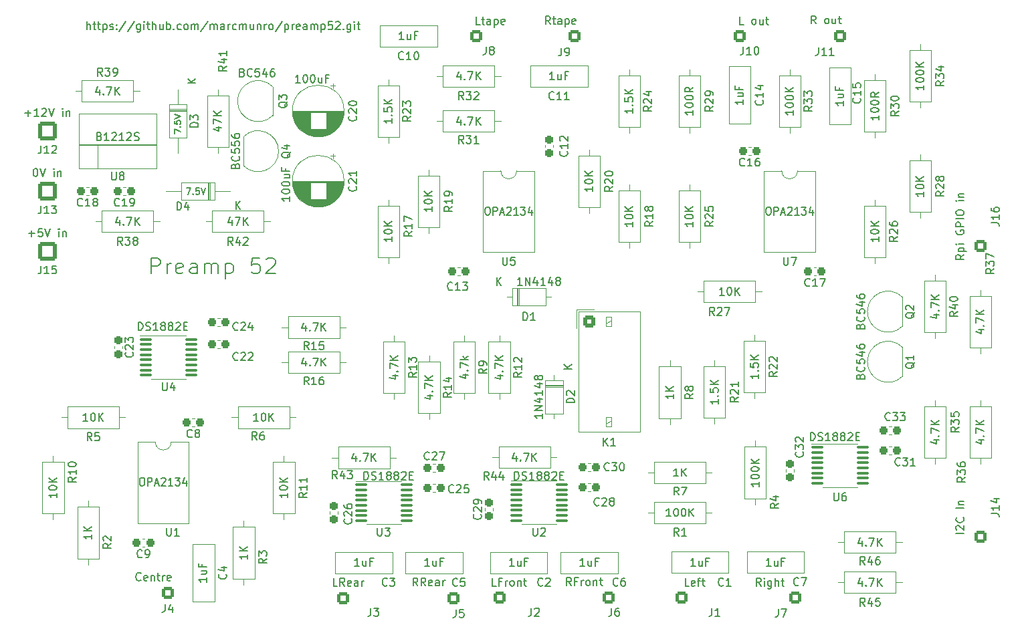
<source format=gto>
%TF.GenerationSoftware,KiCad,Pcbnew,6.0.8*%
%TF.CreationDate,2022-10-28T14:06:57-07:00*%
%TF.ProjectId,pre-amp52,7072652d-616d-4703-9532-2e6b69636164,rev?*%
%TF.SameCoordinates,Original*%
%TF.FileFunction,Legend,Top*%
%TF.FilePolarity,Positive*%
%FSLAX46Y46*%
G04 Gerber Fmt 4.6, Leading zero omitted, Abs format (unit mm)*
G04 Created by KiCad (PCBNEW 6.0.8) date 2022-10-28 14:06:57*
%MOMM*%
%LPD*%
G01*
G04 APERTURE LIST*
G04 Aperture macros list*
%AMRoundRect*
0 Rectangle with rounded corners*
0 $1 Rounding radius*
0 $2 $3 $4 $5 $6 $7 $8 $9 X,Y pos of 4 corners*
0 Add a 4 corners polygon primitive as box body*
4,1,4,$2,$3,$4,$5,$6,$7,$8,$9,$2,$3,0*
0 Add four circle primitives for the rounded corners*
1,1,$1+$1,$2,$3*
1,1,$1+$1,$4,$5*
1,1,$1+$1,$6,$7*
1,1,$1+$1,$8,$9*
0 Add four rect primitives between the rounded corners*
20,1,$1+$1,$2,$3,$4,$5,0*
20,1,$1+$1,$4,$5,$6,$7,0*
20,1,$1+$1,$6,$7,$8,$9,0*
20,1,$1+$1,$8,$9,$2,$3,0*%
G04 Aperture macros list end*
%ADD10C,0.150000*%
%ADD11C,0.120000*%
%ADD12C,1.600000*%
%ADD13O,1.600000X1.600000*%
%ADD14RoundRect,0.250000X0.550000X0.550000X-0.550000X0.550000X-0.550000X-0.550000X0.550000X-0.550000X0*%
%ADD15RoundRect,0.250001X0.899999X0.899999X-0.899999X0.899999X-0.899999X-0.899999X0.899999X-0.899999X0*%
%ADD16C,6.000000*%
%ADD17RoundRect,0.237500X0.300000X0.237500X-0.300000X0.237500X-0.300000X-0.237500X0.300000X-0.237500X0*%
%ADD18R,1.600000X1.600000*%
%ADD19RoundRect,0.100000X-0.637500X-0.100000X0.637500X-0.100000X0.637500X0.100000X-0.637500X0.100000X0*%
%ADD20R,1.500000X1.050000*%
%ADD21O,1.500000X1.050000*%
%ADD22RoundRect,0.250000X0.550000X-0.550000X0.550000X0.550000X-0.550000X0.550000X-0.550000X-0.550000X0*%
%ADD23RoundRect,0.237500X-0.300000X-0.237500X0.300000X-0.237500X0.300000X0.237500X-0.300000X0.237500X0*%
%ADD24RoundRect,0.237500X-0.237500X0.300000X-0.237500X-0.300000X0.237500X-0.300000X0.237500X0.300000X0*%
%ADD25RoundRect,0.250000X-0.550000X-0.550000X0.550000X-0.550000X0.550000X0.550000X-0.550000X0.550000X0*%
%ADD26RoundRect,0.237500X0.237500X-0.300000X0.237500X0.300000X-0.237500X0.300000X-0.237500X-0.300000X0*%
%ADD27RoundRect,0.250500X-0.499500X-0.499500X0.499500X-0.499500X0.499500X0.499500X-0.499500X0.499500X0*%
%ADD28C,1.500000*%
%ADD29O,1.200000X2.000000*%
G04 APERTURE END LIST*
D10*
X54540714Y-86177380D02*
X54540714Y-85177380D01*
X54969285Y-86177380D02*
X54969285Y-85653571D01*
X54921666Y-85558333D01*
X54826428Y-85510714D01*
X54683571Y-85510714D01*
X54588333Y-85558333D01*
X54540714Y-85605952D01*
X55302619Y-85510714D02*
X55683571Y-85510714D01*
X55445476Y-85177380D02*
X55445476Y-86034523D01*
X55493095Y-86129761D01*
X55588333Y-86177380D01*
X55683571Y-86177380D01*
X55874047Y-85510714D02*
X56255000Y-85510714D01*
X56016904Y-85177380D02*
X56016904Y-86034523D01*
X56064523Y-86129761D01*
X56159761Y-86177380D01*
X56255000Y-86177380D01*
X56588333Y-85510714D02*
X56588333Y-86510714D01*
X56588333Y-85558333D02*
X56683571Y-85510714D01*
X56874047Y-85510714D01*
X56969285Y-85558333D01*
X57016904Y-85605952D01*
X57064523Y-85701190D01*
X57064523Y-85986904D01*
X57016904Y-86082142D01*
X56969285Y-86129761D01*
X56874047Y-86177380D01*
X56683571Y-86177380D01*
X56588333Y-86129761D01*
X57445476Y-86129761D02*
X57540714Y-86177380D01*
X57731190Y-86177380D01*
X57826428Y-86129761D01*
X57874047Y-86034523D01*
X57874047Y-85986904D01*
X57826428Y-85891666D01*
X57731190Y-85844047D01*
X57588333Y-85844047D01*
X57493095Y-85796428D01*
X57445476Y-85701190D01*
X57445476Y-85653571D01*
X57493095Y-85558333D01*
X57588333Y-85510714D01*
X57731190Y-85510714D01*
X57826428Y-85558333D01*
X58302619Y-86082142D02*
X58350238Y-86129761D01*
X58302619Y-86177380D01*
X58255000Y-86129761D01*
X58302619Y-86082142D01*
X58302619Y-86177380D01*
X58302619Y-85558333D02*
X58350238Y-85605952D01*
X58302619Y-85653571D01*
X58255000Y-85605952D01*
X58302619Y-85558333D01*
X58302619Y-85653571D01*
X59493095Y-85129761D02*
X58635952Y-86415476D01*
X60540714Y-85129761D02*
X59683571Y-86415476D01*
X61302619Y-85510714D02*
X61302619Y-86320238D01*
X61255000Y-86415476D01*
X61207380Y-86463095D01*
X61112142Y-86510714D01*
X60969285Y-86510714D01*
X60874047Y-86463095D01*
X61302619Y-86129761D02*
X61207380Y-86177380D01*
X61016904Y-86177380D01*
X60921666Y-86129761D01*
X60874047Y-86082142D01*
X60826428Y-85986904D01*
X60826428Y-85701190D01*
X60874047Y-85605952D01*
X60921666Y-85558333D01*
X61016904Y-85510714D01*
X61207380Y-85510714D01*
X61302619Y-85558333D01*
X61778809Y-86177380D02*
X61778809Y-85510714D01*
X61778809Y-85177380D02*
X61731190Y-85225000D01*
X61778809Y-85272619D01*
X61826428Y-85225000D01*
X61778809Y-85177380D01*
X61778809Y-85272619D01*
X62112142Y-85510714D02*
X62493095Y-85510714D01*
X62255000Y-85177380D02*
X62255000Y-86034523D01*
X62302619Y-86129761D01*
X62397857Y-86177380D01*
X62493095Y-86177380D01*
X62826428Y-86177380D02*
X62826428Y-85177380D01*
X63255000Y-86177380D02*
X63255000Y-85653571D01*
X63207380Y-85558333D01*
X63112142Y-85510714D01*
X62969285Y-85510714D01*
X62874047Y-85558333D01*
X62826428Y-85605952D01*
X64159761Y-85510714D02*
X64159761Y-86177380D01*
X63731190Y-85510714D02*
X63731190Y-86034523D01*
X63778809Y-86129761D01*
X63874047Y-86177380D01*
X64016904Y-86177380D01*
X64112142Y-86129761D01*
X64159761Y-86082142D01*
X64635952Y-86177380D02*
X64635952Y-85177380D01*
X64635952Y-85558333D02*
X64731190Y-85510714D01*
X64921666Y-85510714D01*
X65016904Y-85558333D01*
X65064523Y-85605952D01*
X65112142Y-85701190D01*
X65112142Y-85986904D01*
X65064523Y-86082142D01*
X65016904Y-86129761D01*
X64921666Y-86177380D01*
X64731190Y-86177380D01*
X64635952Y-86129761D01*
X65540714Y-86082142D02*
X65588333Y-86129761D01*
X65540714Y-86177380D01*
X65493095Y-86129761D01*
X65540714Y-86082142D01*
X65540714Y-86177380D01*
X66445476Y-86129761D02*
X66350238Y-86177380D01*
X66159761Y-86177380D01*
X66064523Y-86129761D01*
X66016904Y-86082142D01*
X65969285Y-85986904D01*
X65969285Y-85701190D01*
X66016904Y-85605952D01*
X66064523Y-85558333D01*
X66159761Y-85510714D01*
X66350238Y-85510714D01*
X66445476Y-85558333D01*
X67016904Y-86177380D02*
X66921666Y-86129761D01*
X66874047Y-86082142D01*
X66826428Y-85986904D01*
X66826428Y-85701190D01*
X66874047Y-85605952D01*
X66921666Y-85558333D01*
X67016904Y-85510714D01*
X67159761Y-85510714D01*
X67255000Y-85558333D01*
X67302619Y-85605952D01*
X67350238Y-85701190D01*
X67350238Y-85986904D01*
X67302619Y-86082142D01*
X67255000Y-86129761D01*
X67159761Y-86177380D01*
X67016904Y-86177380D01*
X67778809Y-86177380D02*
X67778809Y-85510714D01*
X67778809Y-85605952D02*
X67826428Y-85558333D01*
X67921666Y-85510714D01*
X68064523Y-85510714D01*
X68159761Y-85558333D01*
X68207380Y-85653571D01*
X68207380Y-86177380D01*
X68207380Y-85653571D02*
X68255000Y-85558333D01*
X68350238Y-85510714D01*
X68493095Y-85510714D01*
X68588333Y-85558333D01*
X68635952Y-85653571D01*
X68635952Y-86177380D01*
X69826428Y-85129761D02*
X68969285Y-86415476D01*
X70159761Y-86177380D02*
X70159761Y-85510714D01*
X70159761Y-85605952D02*
X70207380Y-85558333D01*
X70302619Y-85510714D01*
X70445476Y-85510714D01*
X70540714Y-85558333D01*
X70588333Y-85653571D01*
X70588333Y-86177380D01*
X70588333Y-85653571D02*
X70635952Y-85558333D01*
X70731190Y-85510714D01*
X70874047Y-85510714D01*
X70969285Y-85558333D01*
X71016904Y-85653571D01*
X71016904Y-86177380D01*
X71921666Y-86177380D02*
X71921666Y-85653571D01*
X71874047Y-85558333D01*
X71778809Y-85510714D01*
X71588333Y-85510714D01*
X71493095Y-85558333D01*
X71921666Y-86129761D02*
X71826428Y-86177380D01*
X71588333Y-86177380D01*
X71493095Y-86129761D01*
X71445476Y-86034523D01*
X71445476Y-85939285D01*
X71493095Y-85844047D01*
X71588333Y-85796428D01*
X71826428Y-85796428D01*
X71921666Y-85748809D01*
X72397857Y-86177380D02*
X72397857Y-85510714D01*
X72397857Y-85701190D02*
X72445476Y-85605952D01*
X72493095Y-85558333D01*
X72588333Y-85510714D01*
X72683571Y-85510714D01*
X73445476Y-86129761D02*
X73350238Y-86177380D01*
X73159761Y-86177380D01*
X73064523Y-86129761D01*
X73016904Y-86082142D01*
X72969285Y-85986904D01*
X72969285Y-85701190D01*
X73016904Y-85605952D01*
X73064523Y-85558333D01*
X73159761Y-85510714D01*
X73350238Y-85510714D01*
X73445476Y-85558333D01*
X73874047Y-86177380D02*
X73874047Y-85510714D01*
X73874047Y-85605952D02*
X73921666Y-85558333D01*
X74016904Y-85510714D01*
X74159761Y-85510714D01*
X74255000Y-85558333D01*
X74302619Y-85653571D01*
X74302619Y-86177380D01*
X74302619Y-85653571D02*
X74350238Y-85558333D01*
X74445476Y-85510714D01*
X74588333Y-85510714D01*
X74683571Y-85558333D01*
X74731190Y-85653571D01*
X74731190Y-86177380D01*
X75635952Y-85510714D02*
X75635952Y-86177380D01*
X75207380Y-85510714D02*
X75207380Y-86034523D01*
X75255000Y-86129761D01*
X75350238Y-86177380D01*
X75493095Y-86177380D01*
X75588333Y-86129761D01*
X75635952Y-86082142D01*
X76112142Y-85510714D02*
X76112142Y-86177380D01*
X76112142Y-85605952D02*
X76159761Y-85558333D01*
X76255000Y-85510714D01*
X76397857Y-85510714D01*
X76493095Y-85558333D01*
X76540714Y-85653571D01*
X76540714Y-86177380D01*
X77016904Y-86177380D02*
X77016904Y-85510714D01*
X77016904Y-85701190D02*
X77064523Y-85605952D01*
X77112142Y-85558333D01*
X77207380Y-85510714D01*
X77302619Y-85510714D01*
X77778809Y-86177380D02*
X77683571Y-86129761D01*
X77635952Y-86082142D01*
X77588333Y-85986904D01*
X77588333Y-85701190D01*
X77635952Y-85605952D01*
X77683571Y-85558333D01*
X77778809Y-85510714D01*
X77921666Y-85510714D01*
X78016904Y-85558333D01*
X78064523Y-85605952D01*
X78112142Y-85701190D01*
X78112142Y-85986904D01*
X78064523Y-86082142D01*
X78016904Y-86129761D01*
X77921666Y-86177380D01*
X77778809Y-86177380D01*
X79254999Y-85129761D02*
X78397857Y-86415476D01*
X79588333Y-85510714D02*
X79588333Y-86510714D01*
X79588333Y-85558333D02*
X79683571Y-85510714D01*
X79874047Y-85510714D01*
X79969285Y-85558333D01*
X80016904Y-85605952D01*
X80064523Y-85701190D01*
X80064523Y-85986904D01*
X80016904Y-86082142D01*
X79969285Y-86129761D01*
X79874047Y-86177380D01*
X79683571Y-86177380D01*
X79588333Y-86129761D01*
X80493095Y-86177380D02*
X80493095Y-85510714D01*
X80493095Y-85701190D02*
X80540714Y-85605952D01*
X80588333Y-85558333D01*
X80683571Y-85510714D01*
X80778809Y-85510714D01*
X81493095Y-86129761D02*
X81397857Y-86177380D01*
X81207380Y-86177380D01*
X81112142Y-86129761D01*
X81064523Y-86034523D01*
X81064523Y-85653571D01*
X81112142Y-85558333D01*
X81207380Y-85510714D01*
X81397857Y-85510714D01*
X81493095Y-85558333D01*
X81540714Y-85653571D01*
X81540714Y-85748809D01*
X81064523Y-85844047D01*
X82397857Y-86177380D02*
X82397857Y-85653571D01*
X82350238Y-85558333D01*
X82254999Y-85510714D01*
X82064523Y-85510714D01*
X81969285Y-85558333D01*
X82397857Y-86129761D02*
X82302619Y-86177380D01*
X82064523Y-86177380D01*
X81969285Y-86129761D01*
X81921666Y-86034523D01*
X81921666Y-85939285D01*
X81969285Y-85844047D01*
X82064523Y-85796428D01*
X82302619Y-85796428D01*
X82397857Y-85748809D01*
X82874047Y-86177380D02*
X82874047Y-85510714D01*
X82874047Y-85605952D02*
X82921666Y-85558333D01*
X83016904Y-85510714D01*
X83159761Y-85510714D01*
X83254999Y-85558333D01*
X83302619Y-85653571D01*
X83302619Y-86177380D01*
X83302619Y-85653571D02*
X83350238Y-85558333D01*
X83445476Y-85510714D01*
X83588333Y-85510714D01*
X83683571Y-85558333D01*
X83731190Y-85653571D01*
X83731190Y-86177380D01*
X84207380Y-85510714D02*
X84207380Y-86510714D01*
X84207380Y-85558333D02*
X84302619Y-85510714D01*
X84493095Y-85510714D01*
X84588333Y-85558333D01*
X84635952Y-85605952D01*
X84683571Y-85701190D01*
X84683571Y-85986904D01*
X84635952Y-86082142D01*
X84588333Y-86129761D01*
X84493095Y-86177380D01*
X84302619Y-86177380D01*
X84207380Y-86129761D01*
X85588333Y-85177380D02*
X85112142Y-85177380D01*
X85064523Y-85653571D01*
X85112142Y-85605952D01*
X85207380Y-85558333D01*
X85445476Y-85558333D01*
X85540714Y-85605952D01*
X85588333Y-85653571D01*
X85635952Y-85748809D01*
X85635952Y-85986904D01*
X85588333Y-86082142D01*
X85540714Y-86129761D01*
X85445476Y-86177380D01*
X85207380Y-86177380D01*
X85112142Y-86129761D01*
X85064523Y-86082142D01*
X86016904Y-85272619D02*
X86064523Y-85225000D01*
X86159761Y-85177380D01*
X86397857Y-85177380D01*
X86493095Y-85225000D01*
X86540714Y-85272619D01*
X86588333Y-85367857D01*
X86588333Y-85463095D01*
X86540714Y-85605952D01*
X85969285Y-86177380D01*
X86588333Y-86177380D01*
X87016904Y-86082142D02*
X87064523Y-86129761D01*
X87016904Y-86177380D01*
X86969285Y-86129761D01*
X87016904Y-86082142D01*
X87016904Y-86177380D01*
X87921666Y-85510714D02*
X87921666Y-86320238D01*
X87874047Y-86415476D01*
X87826428Y-86463095D01*
X87731190Y-86510714D01*
X87588333Y-86510714D01*
X87493095Y-86463095D01*
X87921666Y-86129761D02*
X87826428Y-86177380D01*
X87635952Y-86177380D01*
X87540714Y-86129761D01*
X87493095Y-86082142D01*
X87445476Y-85986904D01*
X87445476Y-85701190D01*
X87493095Y-85605952D01*
X87540714Y-85558333D01*
X87635952Y-85510714D01*
X87826428Y-85510714D01*
X87921666Y-85558333D01*
X88397857Y-86177380D02*
X88397857Y-85510714D01*
X88397857Y-85177380D02*
X88350238Y-85225000D01*
X88397857Y-85272619D01*
X88445476Y-85225000D01*
X88397857Y-85177380D01*
X88397857Y-85272619D01*
X88731190Y-85510714D02*
X89112142Y-85510714D01*
X88874047Y-85177380D02*
X88874047Y-86034523D01*
X88921666Y-86129761D01*
X89016904Y-86177380D01*
X89112142Y-86177380D01*
X62675476Y-117109761D02*
X62675476Y-115109761D01*
X63437380Y-115109761D01*
X63627857Y-115205000D01*
X63723095Y-115300238D01*
X63818333Y-115490714D01*
X63818333Y-115776428D01*
X63723095Y-115966904D01*
X63627857Y-116062142D01*
X63437380Y-116157380D01*
X62675476Y-116157380D01*
X64675476Y-117109761D02*
X64675476Y-115776428D01*
X64675476Y-116157380D02*
X64770714Y-115966904D01*
X64865952Y-115871666D01*
X65056428Y-115776428D01*
X65246904Y-115776428D01*
X66675476Y-117014523D02*
X66485000Y-117109761D01*
X66104047Y-117109761D01*
X65913571Y-117014523D01*
X65818333Y-116824047D01*
X65818333Y-116062142D01*
X65913571Y-115871666D01*
X66104047Y-115776428D01*
X66485000Y-115776428D01*
X66675476Y-115871666D01*
X66770714Y-116062142D01*
X66770714Y-116252619D01*
X65818333Y-116443095D01*
X68485000Y-117109761D02*
X68485000Y-116062142D01*
X68389761Y-115871666D01*
X68199285Y-115776428D01*
X67818333Y-115776428D01*
X67627857Y-115871666D01*
X68485000Y-117014523D02*
X68294523Y-117109761D01*
X67818333Y-117109761D01*
X67627857Y-117014523D01*
X67532619Y-116824047D01*
X67532619Y-116633571D01*
X67627857Y-116443095D01*
X67818333Y-116347857D01*
X68294523Y-116347857D01*
X68485000Y-116252619D01*
X69437380Y-117109761D02*
X69437380Y-115776428D01*
X69437380Y-115966904D02*
X69532619Y-115871666D01*
X69723095Y-115776428D01*
X70008809Y-115776428D01*
X70199285Y-115871666D01*
X70294523Y-116062142D01*
X70294523Y-117109761D01*
X70294523Y-116062142D02*
X70389761Y-115871666D01*
X70580238Y-115776428D01*
X70865952Y-115776428D01*
X71056428Y-115871666D01*
X71151666Y-116062142D01*
X71151666Y-117109761D01*
X72104047Y-115776428D02*
X72104047Y-117776428D01*
X72104047Y-115871666D02*
X72294523Y-115776428D01*
X72675476Y-115776428D01*
X72865952Y-115871666D01*
X72961190Y-115966904D01*
X73056428Y-116157380D01*
X73056428Y-116728809D01*
X72961190Y-116919285D01*
X72865952Y-117014523D01*
X72675476Y-117109761D01*
X72294523Y-117109761D01*
X72104047Y-117014523D01*
X76389761Y-115109761D02*
X75437380Y-115109761D01*
X75342142Y-116062142D01*
X75437380Y-115966904D01*
X75627857Y-115871666D01*
X76104047Y-115871666D01*
X76294523Y-115966904D01*
X76389761Y-116062142D01*
X76485000Y-116252619D01*
X76485000Y-116728809D01*
X76389761Y-116919285D01*
X76294523Y-117014523D01*
X76104047Y-117109761D01*
X75627857Y-117109761D01*
X75437380Y-117014523D01*
X75342142Y-116919285D01*
X77246904Y-115300238D02*
X77342142Y-115205000D01*
X77532619Y-115109761D01*
X78008809Y-115109761D01*
X78199285Y-115205000D01*
X78294523Y-115300238D01*
X78389761Y-115490714D01*
X78389761Y-115681190D01*
X78294523Y-115966904D01*
X77151666Y-117109761D01*
X78389761Y-117109761D01*
X95532380Y-97162857D02*
X95056190Y-97496190D01*
X95532380Y-97734285D02*
X94532380Y-97734285D01*
X94532380Y-97353333D01*
X94580000Y-97258095D01*
X94627619Y-97210476D01*
X94722857Y-97162857D01*
X94865714Y-97162857D01*
X94960952Y-97210476D01*
X95008571Y-97258095D01*
X95056190Y-97353333D01*
X95056190Y-97734285D01*
X94627619Y-96781904D02*
X94580000Y-96734285D01*
X94532380Y-96639047D01*
X94532380Y-96400952D01*
X94580000Y-96305714D01*
X94627619Y-96258095D01*
X94722857Y-96210476D01*
X94818095Y-96210476D01*
X94960952Y-96258095D01*
X95532380Y-96829523D01*
X95532380Y-96210476D01*
X94532380Y-95877142D02*
X94532380Y-95258095D01*
X94913333Y-95591428D01*
X94913333Y-95448571D01*
X94960952Y-95353333D01*
X95008571Y-95305714D01*
X95103809Y-95258095D01*
X95341904Y-95258095D01*
X95437142Y-95305714D01*
X95484761Y-95353333D01*
X95532380Y-95448571D01*
X95532380Y-95734285D01*
X95484761Y-95829523D01*
X95437142Y-95877142D01*
X93162380Y-97448571D02*
X93162380Y-98020000D01*
X93162380Y-97734285D02*
X92162380Y-97734285D01*
X92305238Y-97829523D01*
X92400476Y-97924761D01*
X92448095Y-98020000D01*
X93067142Y-97020000D02*
X93114761Y-96972380D01*
X93162380Y-97020000D01*
X93114761Y-97067619D01*
X93067142Y-97020000D01*
X93162380Y-97020000D01*
X92162380Y-96067619D02*
X92162380Y-96543809D01*
X92638571Y-96591428D01*
X92590952Y-96543809D01*
X92543333Y-96448571D01*
X92543333Y-96210476D01*
X92590952Y-96115238D01*
X92638571Y-96067619D01*
X92733809Y-96020000D01*
X92971904Y-96020000D01*
X93067142Y-96067619D01*
X93114761Y-96115238D01*
X93162380Y-96210476D01*
X93162380Y-96448571D01*
X93114761Y-96543809D01*
X93067142Y-96591428D01*
X93162380Y-95591428D02*
X92162380Y-95591428D01*
X93162380Y-95020000D02*
X92590952Y-95448571D01*
X92162380Y-95020000D02*
X92733809Y-95591428D01*
X120951666Y-159472380D02*
X120951666Y-160186666D01*
X120904047Y-160329523D01*
X120808809Y-160424761D01*
X120665952Y-160472380D01*
X120570714Y-160472380D01*
X121856428Y-159472380D02*
X121665952Y-159472380D01*
X121570714Y-159520000D01*
X121523095Y-159567619D01*
X121427857Y-159710476D01*
X121380238Y-159900952D01*
X121380238Y-160281904D01*
X121427857Y-160377142D01*
X121475476Y-160424761D01*
X121570714Y-160472380D01*
X121761190Y-160472380D01*
X121856428Y-160424761D01*
X121904047Y-160377142D01*
X121951666Y-160281904D01*
X121951666Y-160043809D01*
X121904047Y-159948571D01*
X121856428Y-159900952D01*
X121761190Y-159853333D01*
X121570714Y-159853333D01*
X121475476Y-159900952D01*
X121427857Y-159948571D01*
X121380238Y-160043809D01*
X115855952Y-156607380D02*
X115522619Y-156131190D01*
X115284523Y-156607380D02*
X115284523Y-155607380D01*
X115665476Y-155607380D01*
X115760714Y-155655000D01*
X115808333Y-155702619D01*
X115855952Y-155797857D01*
X115855952Y-155940714D01*
X115808333Y-156035952D01*
X115760714Y-156083571D01*
X115665476Y-156131190D01*
X115284523Y-156131190D01*
X116617857Y-156083571D02*
X116284523Y-156083571D01*
X116284523Y-156607380D02*
X116284523Y-155607380D01*
X116760714Y-155607380D01*
X117141666Y-156607380D02*
X117141666Y-155940714D01*
X117141666Y-156131190D02*
X117189285Y-156035952D01*
X117236904Y-155988333D01*
X117332142Y-155940714D01*
X117427380Y-155940714D01*
X117903571Y-156607380D02*
X117808333Y-156559761D01*
X117760714Y-156512142D01*
X117713095Y-156416904D01*
X117713095Y-156131190D01*
X117760714Y-156035952D01*
X117808333Y-155988333D01*
X117903571Y-155940714D01*
X118046428Y-155940714D01*
X118141666Y-155988333D01*
X118189285Y-156035952D01*
X118236904Y-156131190D01*
X118236904Y-156416904D01*
X118189285Y-156512142D01*
X118141666Y-156559761D01*
X118046428Y-156607380D01*
X117903571Y-156607380D01*
X118665476Y-155940714D02*
X118665476Y-156607380D01*
X118665476Y-156035952D02*
X118713095Y-155988333D01*
X118808333Y-155940714D01*
X118951190Y-155940714D01*
X119046428Y-155988333D01*
X119094047Y-156083571D01*
X119094047Y-156607380D01*
X119427380Y-155940714D02*
X119808333Y-155940714D01*
X119570238Y-155607380D02*
X119570238Y-156464523D01*
X119617857Y-156559761D01*
X119713095Y-156607380D01*
X119808333Y-156607380D01*
X48720476Y-100862380D02*
X48720476Y-101576666D01*
X48672857Y-101719523D01*
X48577619Y-101814761D01*
X48434761Y-101862380D01*
X48339523Y-101862380D01*
X49720476Y-101862380D02*
X49149047Y-101862380D01*
X49434761Y-101862380D02*
X49434761Y-100862380D01*
X49339523Y-101005238D01*
X49244285Y-101100476D01*
X49149047Y-101148095D01*
X50101428Y-100957619D02*
X50149047Y-100910000D01*
X50244285Y-100862380D01*
X50482380Y-100862380D01*
X50577619Y-100910000D01*
X50625238Y-100957619D01*
X50672857Y-101052857D01*
X50672857Y-101148095D01*
X50625238Y-101290952D01*
X50053809Y-101862380D01*
X50672857Y-101862380D01*
X46696666Y-96781428D02*
X47458571Y-96781428D01*
X47077619Y-97162380D02*
X47077619Y-96400476D01*
X48458571Y-97162380D02*
X47887142Y-97162380D01*
X48172857Y-97162380D02*
X48172857Y-96162380D01*
X48077619Y-96305238D01*
X47982380Y-96400476D01*
X47887142Y-96448095D01*
X48839523Y-96257619D02*
X48887142Y-96210000D01*
X48982380Y-96162380D01*
X49220476Y-96162380D01*
X49315714Y-96210000D01*
X49363333Y-96257619D01*
X49410952Y-96352857D01*
X49410952Y-96448095D01*
X49363333Y-96590952D01*
X48791904Y-97162380D01*
X49410952Y-97162380D01*
X49696666Y-96162380D02*
X50030000Y-97162380D01*
X50363333Y-96162380D01*
X51458571Y-97162380D02*
X51458571Y-96495714D01*
X51458571Y-96162380D02*
X51410952Y-96210000D01*
X51458571Y-96257619D01*
X51506190Y-96210000D01*
X51458571Y-96162380D01*
X51458571Y-96257619D01*
X51934761Y-96495714D02*
X51934761Y-97162380D01*
X51934761Y-96590952D02*
X51982380Y-96543333D01*
X52077619Y-96495714D01*
X52220476Y-96495714D01*
X52315714Y-96543333D01*
X52363333Y-96638571D01*
X52363333Y-97162380D01*
X121102380Y-106052857D02*
X120626190Y-106386190D01*
X121102380Y-106624285D02*
X120102380Y-106624285D01*
X120102380Y-106243333D01*
X120150000Y-106148095D01*
X120197619Y-106100476D01*
X120292857Y-106052857D01*
X120435714Y-106052857D01*
X120530952Y-106100476D01*
X120578571Y-106148095D01*
X120626190Y-106243333D01*
X120626190Y-106624285D01*
X120197619Y-105671904D02*
X120150000Y-105624285D01*
X120102380Y-105529047D01*
X120102380Y-105290952D01*
X120150000Y-105195714D01*
X120197619Y-105148095D01*
X120292857Y-105100476D01*
X120388095Y-105100476D01*
X120530952Y-105148095D01*
X121102380Y-105719523D01*
X121102380Y-105100476D01*
X120102380Y-104481428D02*
X120102380Y-104386190D01*
X120150000Y-104290952D01*
X120197619Y-104243333D01*
X120292857Y-104195714D01*
X120483333Y-104148095D01*
X120721428Y-104148095D01*
X120911904Y-104195714D01*
X121007142Y-104243333D01*
X121054761Y-104290952D01*
X121102380Y-104386190D01*
X121102380Y-104481428D01*
X121054761Y-104576666D01*
X121007142Y-104624285D01*
X120911904Y-104671904D01*
X120721428Y-104719523D01*
X120483333Y-104719523D01*
X120292857Y-104671904D01*
X120197619Y-104624285D01*
X120150000Y-104576666D01*
X120102380Y-104481428D01*
X118562380Y-106100476D02*
X118562380Y-106671904D01*
X118562380Y-106386190D02*
X117562380Y-106386190D01*
X117705238Y-106481428D01*
X117800476Y-106576666D01*
X117848095Y-106671904D01*
X117562380Y-105481428D02*
X117562380Y-105386190D01*
X117610000Y-105290952D01*
X117657619Y-105243333D01*
X117752857Y-105195714D01*
X117943333Y-105148095D01*
X118181428Y-105148095D01*
X118371904Y-105195714D01*
X118467142Y-105243333D01*
X118514761Y-105290952D01*
X118562380Y-105386190D01*
X118562380Y-105481428D01*
X118514761Y-105576666D01*
X118467142Y-105624285D01*
X118371904Y-105671904D01*
X118181428Y-105719523D01*
X117943333Y-105719523D01*
X117752857Y-105671904D01*
X117657619Y-105624285D01*
X117610000Y-105576666D01*
X117562380Y-105481428D01*
X118562380Y-104719523D02*
X117562380Y-104719523D01*
X118562380Y-104148095D02*
X117990952Y-104576666D01*
X117562380Y-104148095D02*
X118133809Y-104719523D01*
X102227142Y-95067380D02*
X101893809Y-94591190D01*
X101655714Y-95067380D02*
X101655714Y-94067380D01*
X102036666Y-94067380D01*
X102131904Y-94115000D01*
X102179523Y-94162619D01*
X102227142Y-94257857D01*
X102227142Y-94400714D01*
X102179523Y-94495952D01*
X102131904Y-94543571D01*
X102036666Y-94591190D01*
X101655714Y-94591190D01*
X102560476Y-94067380D02*
X103179523Y-94067380D01*
X102846190Y-94448333D01*
X102989047Y-94448333D01*
X103084285Y-94495952D01*
X103131904Y-94543571D01*
X103179523Y-94638809D01*
X103179523Y-94876904D01*
X103131904Y-94972142D01*
X103084285Y-95019761D01*
X102989047Y-95067380D01*
X102703333Y-95067380D01*
X102608095Y-95019761D01*
X102560476Y-94972142D01*
X103560476Y-94162619D02*
X103608095Y-94115000D01*
X103703333Y-94067380D01*
X103941428Y-94067380D01*
X104036666Y-94115000D01*
X104084285Y-94162619D01*
X104131904Y-94257857D01*
X104131904Y-94353095D01*
X104084285Y-94495952D01*
X103512857Y-95067380D01*
X104131904Y-95067380D01*
X101846190Y-91860714D02*
X101846190Y-92527380D01*
X101608095Y-91479761D02*
X101370000Y-92194047D01*
X101989047Y-92194047D01*
X102370000Y-92432142D02*
X102417619Y-92479761D01*
X102370000Y-92527380D01*
X102322380Y-92479761D01*
X102370000Y-92432142D01*
X102370000Y-92527380D01*
X102750952Y-91527380D02*
X103417619Y-91527380D01*
X102989047Y-92527380D01*
X103798571Y-92527380D02*
X103798571Y-91527380D01*
X104370000Y-92527380D02*
X103941428Y-91955952D01*
X104370000Y-91527380D02*
X103798571Y-92098809D01*
X105129880Y-129144166D02*
X104653690Y-129477500D01*
X105129880Y-129715595D02*
X104129880Y-129715595D01*
X104129880Y-129334642D01*
X104177500Y-129239404D01*
X104225119Y-129191785D01*
X104320357Y-129144166D01*
X104463214Y-129144166D01*
X104558452Y-129191785D01*
X104606071Y-129239404D01*
X104653690Y-129334642D01*
X104653690Y-129715595D01*
X105129880Y-128667976D02*
X105129880Y-128477500D01*
X105082261Y-128382261D01*
X105034642Y-128334642D01*
X104891785Y-128239404D01*
X104701309Y-128191785D01*
X104320357Y-128191785D01*
X104225119Y-128239404D01*
X104177500Y-128287023D01*
X104129880Y-128382261D01*
X104129880Y-128572738D01*
X104177500Y-128667976D01*
X104225119Y-128715595D01*
X104320357Y-128763214D01*
X104558452Y-128763214D01*
X104653690Y-128715595D01*
X104701309Y-128667976D01*
X104748928Y-128572738D01*
X104748928Y-128382261D01*
X104701309Y-128287023D01*
X104653690Y-128239404D01*
X104558452Y-128191785D01*
X102093214Y-129906071D02*
X102759880Y-129906071D01*
X101712261Y-130144166D02*
X102426547Y-130382261D01*
X102426547Y-129763214D01*
X102664642Y-129382261D02*
X102712261Y-129334642D01*
X102759880Y-129382261D01*
X102712261Y-129429880D01*
X102664642Y-129382261D01*
X102759880Y-129382261D01*
X101759880Y-129001309D02*
X101759880Y-128334642D01*
X102759880Y-128763214D01*
X102759880Y-127953690D02*
X101759880Y-127953690D01*
X102378928Y-127858452D02*
X102759880Y-127572738D01*
X102093214Y-127572738D02*
X102474166Y-127953690D01*
X169362380Y-116466857D02*
X168886190Y-116800190D01*
X169362380Y-117038285D02*
X168362380Y-117038285D01*
X168362380Y-116657333D01*
X168410000Y-116562095D01*
X168457619Y-116514476D01*
X168552857Y-116466857D01*
X168695714Y-116466857D01*
X168790952Y-116514476D01*
X168838571Y-116562095D01*
X168886190Y-116657333D01*
X168886190Y-117038285D01*
X168362380Y-116133523D02*
X168362380Y-115514476D01*
X168743333Y-115847809D01*
X168743333Y-115704952D01*
X168790952Y-115609714D01*
X168838571Y-115562095D01*
X168933809Y-115514476D01*
X169171904Y-115514476D01*
X169267142Y-115562095D01*
X169314761Y-115609714D01*
X169362380Y-115704952D01*
X169362380Y-115990666D01*
X169314761Y-116085904D01*
X169267142Y-116133523D01*
X168362380Y-115181142D02*
X168362380Y-114514476D01*
X169362380Y-114943047D01*
X167425714Y-124213809D02*
X168092380Y-124213809D01*
X167044761Y-124451904D02*
X167759047Y-124690000D01*
X167759047Y-124070952D01*
X167997142Y-123690000D02*
X168044761Y-123642380D01*
X168092380Y-123690000D01*
X168044761Y-123737619D01*
X167997142Y-123690000D01*
X168092380Y-123690000D01*
X167092380Y-123309047D02*
X167092380Y-122642380D01*
X168092380Y-123070952D01*
X168092380Y-122261428D02*
X167092380Y-122261428D01*
X168092380Y-121690000D02*
X167520952Y-122118571D01*
X167092380Y-121690000D02*
X167663809Y-122261428D01*
X137787142Y-103387142D02*
X137739523Y-103434761D01*
X137596666Y-103482380D01*
X137501428Y-103482380D01*
X137358571Y-103434761D01*
X137263333Y-103339523D01*
X137215714Y-103244285D01*
X137168095Y-103053809D01*
X137168095Y-102910952D01*
X137215714Y-102720476D01*
X137263333Y-102625238D01*
X137358571Y-102530000D01*
X137501428Y-102482380D01*
X137596666Y-102482380D01*
X137739523Y-102530000D01*
X137787142Y-102577619D01*
X138739523Y-103482380D02*
X138168095Y-103482380D01*
X138453809Y-103482380D02*
X138453809Y-102482380D01*
X138358571Y-102625238D01*
X138263333Y-102720476D01*
X138168095Y-102768095D01*
X139596666Y-102482380D02*
X139406190Y-102482380D01*
X139310952Y-102530000D01*
X139263333Y-102577619D01*
X139168095Y-102720476D01*
X139120476Y-102910952D01*
X139120476Y-103291904D01*
X139168095Y-103387142D01*
X139215714Y-103434761D01*
X139310952Y-103482380D01*
X139501428Y-103482380D01*
X139596666Y-103434761D01*
X139644285Y-103387142D01*
X139691904Y-103291904D01*
X139691904Y-103053809D01*
X139644285Y-102958571D01*
X139596666Y-102910952D01*
X139501428Y-102863333D01*
X139310952Y-102863333D01*
X139215714Y-102910952D01*
X139168095Y-102958571D01*
X139120476Y-103053809D01*
X105402142Y-143197380D02*
X105068809Y-142721190D01*
X104830714Y-143197380D02*
X104830714Y-142197380D01*
X105211666Y-142197380D01*
X105306904Y-142245000D01*
X105354523Y-142292619D01*
X105402142Y-142387857D01*
X105402142Y-142530714D01*
X105354523Y-142625952D01*
X105306904Y-142673571D01*
X105211666Y-142721190D01*
X104830714Y-142721190D01*
X106259285Y-142530714D02*
X106259285Y-143197380D01*
X106021190Y-142149761D02*
X105783095Y-142864047D01*
X106402142Y-142864047D01*
X107211666Y-142530714D02*
X107211666Y-143197380D01*
X106973571Y-142149761D02*
X106735476Y-142864047D01*
X107354523Y-142864047D01*
X108903690Y-140160714D02*
X108903690Y-140827380D01*
X108665595Y-139779761D02*
X108427500Y-140494047D01*
X109046547Y-140494047D01*
X109427500Y-140732142D02*
X109475119Y-140779761D01*
X109427500Y-140827380D01*
X109379880Y-140779761D01*
X109427500Y-140732142D01*
X109427500Y-140827380D01*
X109808452Y-139827380D02*
X110475119Y-139827380D01*
X110046547Y-140827380D01*
X110856071Y-140827380D02*
X110856071Y-139827380D01*
X111427500Y-140827380D02*
X110998928Y-140255952D01*
X111427500Y-139827380D02*
X110856071Y-140398809D01*
X136977380Y-132722857D02*
X136501190Y-133056190D01*
X136977380Y-133294285D02*
X135977380Y-133294285D01*
X135977380Y-132913333D01*
X136025000Y-132818095D01*
X136072619Y-132770476D01*
X136167857Y-132722857D01*
X136310714Y-132722857D01*
X136405952Y-132770476D01*
X136453571Y-132818095D01*
X136501190Y-132913333D01*
X136501190Y-133294285D01*
X136072619Y-132341904D02*
X136025000Y-132294285D01*
X135977380Y-132199047D01*
X135977380Y-131960952D01*
X136025000Y-131865714D01*
X136072619Y-131818095D01*
X136167857Y-131770476D01*
X136263095Y-131770476D01*
X136405952Y-131818095D01*
X136977380Y-132389523D01*
X136977380Y-131770476D01*
X136977380Y-130818095D02*
X136977380Y-131389523D01*
X136977380Y-131103809D02*
X135977380Y-131103809D01*
X136120238Y-131199047D01*
X136215476Y-131294285D01*
X136263095Y-131389523D01*
X134437380Y-133008571D02*
X134437380Y-133580000D01*
X134437380Y-133294285D02*
X133437380Y-133294285D01*
X133580238Y-133389523D01*
X133675476Y-133484761D01*
X133723095Y-133580000D01*
X134342142Y-132580000D02*
X134389761Y-132532380D01*
X134437380Y-132580000D01*
X134389761Y-132627619D01*
X134342142Y-132580000D01*
X134437380Y-132580000D01*
X133437380Y-131627619D02*
X133437380Y-132103809D01*
X133913571Y-132151428D01*
X133865952Y-132103809D01*
X133818333Y-132008571D01*
X133818333Y-131770476D01*
X133865952Y-131675238D01*
X133913571Y-131627619D01*
X134008809Y-131580000D01*
X134246904Y-131580000D01*
X134342142Y-131627619D01*
X134389761Y-131675238D01*
X134437380Y-131770476D01*
X134437380Y-132008571D01*
X134389761Y-132103809D01*
X134342142Y-132151428D01*
X134437380Y-131151428D02*
X133437380Y-131151428D01*
X134437380Y-130580000D02*
X133865952Y-131008571D01*
X133437380Y-130580000D02*
X134008809Y-131151428D01*
X140057142Y-95130857D02*
X140104761Y-95178476D01*
X140152380Y-95321333D01*
X140152380Y-95416571D01*
X140104761Y-95559428D01*
X140009523Y-95654666D01*
X139914285Y-95702285D01*
X139723809Y-95749904D01*
X139580952Y-95749904D01*
X139390476Y-95702285D01*
X139295238Y-95654666D01*
X139200000Y-95559428D01*
X139152380Y-95416571D01*
X139152380Y-95321333D01*
X139200000Y-95178476D01*
X139247619Y-95130857D01*
X140152380Y-94178476D02*
X140152380Y-94749904D01*
X140152380Y-94464190D02*
X139152380Y-94464190D01*
X139295238Y-94559428D01*
X139390476Y-94654666D01*
X139438095Y-94749904D01*
X139485714Y-93321333D02*
X140152380Y-93321333D01*
X139104761Y-93559428D02*
X139819047Y-93797523D01*
X139819047Y-93178476D01*
X137612380Y-95083238D02*
X137612380Y-95654666D01*
X137612380Y-95368952D02*
X136612380Y-95368952D01*
X136755238Y-95464190D01*
X136850476Y-95559428D01*
X136898095Y-95654666D01*
X136945714Y-94226095D02*
X137612380Y-94226095D01*
X136945714Y-94654666D02*
X137469523Y-94654666D01*
X137564761Y-94607047D01*
X137612380Y-94511809D01*
X137612380Y-94368952D01*
X137564761Y-94273714D01*
X137517142Y-94226095D01*
X137088571Y-93416571D02*
X137088571Y-93749904D01*
X137612380Y-93749904D02*
X136612380Y-93749904D01*
X136612380Y-93273714D01*
X131262380Y-132319166D02*
X130786190Y-132652500D01*
X131262380Y-132890595D02*
X130262380Y-132890595D01*
X130262380Y-132509642D01*
X130310000Y-132414404D01*
X130357619Y-132366785D01*
X130452857Y-132319166D01*
X130595714Y-132319166D01*
X130690952Y-132366785D01*
X130738571Y-132414404D01*
X130786190Y-132509642D01*
X130786190Y-132890595D01*
X130690952Y-131747738D02*
X130643333Y-131842976D01*
X130595714Y-131890595D01*
X130500476Y-131938214D01*
X130452857Y-131938214D01*
X130357619Y-131890595D01*
X130310000Y-131842976D01*
X130262380Y-131747738D01*
X130262380Y-131557261D01*
X130310000Y-131462023D01*
X130357619Y-131414404D01*
X130452857Y-131366785D01*
X130500476Y-131366785D01*
X130595714Y-131414404D01*
X130643333Y-131462023D01*
X130690952Y-131557261D01*
X130690952Y-131747738D01*
X130738571Y-131842976D01*
X130786190Y-131890595D01*
X130881428Y-131938214D01*
X131071904Y-131938214D01*
X131167142Y-131890595D01*
X131214761Y-131842976D01*
X131262380Y-131747738D01*
X131262380Y-131557261D01*
X131214761Y-131462023D01*
X131167142Y-131414404D01*
X131071904Y-131366785D01*
X130881428Y-131366785D01*
X130786190Y-131414404D01*
X130738571Y-131462023D01*
X130690952Y-131557261D01*
X128794880Y-132366785D02*
X128794880Y-132938214D01*
X128794880Y-132652500D02*
X127794880Y-132652500D01*
X127937738Y-132747738D01*
X128032976Y-132842976D01*
X128080595Y-132938214D01*
X128794880Y-131938214D02*
X127794880Y-131938214D01*
X128794880Y-131366785D02*
X128223452Y-131795357D01*
X127794880Y-131366785D02*
X128366309Y-131938214D01*
X142057380Y-146216666D02*
X141581190Y-146550000D01*
X142057380Y-146788095D02*
X141057380Y-146788095D01*
X141057380Y-146407142D01*
X141105000Y-146311904D01*
X141152619Y-146264285D01*
X141247857Y-146216666D01*
X141390714Y-146216666D01*
X141485952Y-146264285D01*
X141533571Y-146311904D01*
X141581190Y-146407142D01*
X141581190Y-146788095D01*
X141390714Y-145359523D02*
X142057380Y-145359523D01*
X141009761Y-145597619D02*
X141724047Y-145835714D01*
X141724047Y-145216666D01*
X139589880Y-143479166D02*
X139589880Y-144050595D01*
X139589880Y-143764880D02*
X138589880Y-143764880D01*
X138732738Y-143860119D01*
X138827976Y-143955357D01*
X138875595Y-144050595D01*
X138589880Y-142860119D02*
X138589880Y-142764880D01*
X138637500Y-142669642D01*
X138685119Y-142622023D01*
X138780357Y-142574404D01*
X138970833Y-142526785D01*
X139208928Y-142526785D01*
X139399404Y-142574404D01*
X139494642Y-142622023D01*
X139542261Y-142669642D01*
X139589880Y-142764880D01*
X139589880Y-142860119D01*
X139542261Y-142955357D01*
X139494642Y-143002976D01*
X139399404Y-143050595D01*
X139208928Y-143098214D01*
X138970833Y-143098214D01*
X138780357Y-143050595D01*
X138685119Y-143002976D01*
X138637500Y-142955357D01*
X138589880Y-142860119D01*
X138589880Y-141907738D02*
X138589880Y-141812500D01*
X138637500Y-141717261D01*
X138685119Y-141669642D01*
X138780357Y-141622023D01*
X138970833Y-141574404D01*
X139208928Y-141574404D01*
X139399404Y-141622023D01*
X139494642Y-141669642D01*
X139542261Y-141717261D01*
X139589880Y-141812500D01*
X139589880Y-141907738D01*
X139542261Y-142002976D01*
X139494642Y-142050595D01*
X139399404Y-142098214D01*
X139208928Y-142145833D01*
X138970833Y-142145833D01*
X138780357Y-142098214D01*
X138685119Y-142050595D01*
X138637500Y-142002976D01*
X138589880Y-141907738D01*
X139589880Y-141145833D02*
X138589880Y-141145833D01*
X139589880Y-140574404D02*
X139018452Y-141002976D01*
X138589880Y-140574404D02*
X139161309Y-141145833D01*
X88577142Y-106032857D02*
X88624761Y-106080476D01*
X88672380Y-106223333D01*
X88672380Y-106318571D01*
X88624761Y-106461428D01*
X88529523Y-106556666D01*
X88434285Y-106604285D01*
X88243809Y-106651904D01*
X88100952Y-106651904D01*
X87910476Y-106604285D01*
X87815238Y-106556666D01*
X87720000Y-106461428D01*
X87672380Y-106318571D01*
X87672380Y-106223333D01*
X87720000Y-106080476D01*
X87767619Y-106032857D01*
X87767619Y-105651904D02*
X87720000Y-105604285D01*
X87672380Y-105509047D01*
X87672380Y-105270952D01*
X87720000Y-105175714D01*
X87767619Y-105128095D01*
X87862857Y-105080476D01*
X87958095Y-105080476D01*
X88100952Y-105128095D01*
X88672380Y-105699523D01*
X88672380Y-105080476D01*
X88672380Y-104128095D02*
X88672380Y-104699523D01*
X88672380Y-104413809D02*
X87672380Y-104413809D01*
X87815238Y-104509047D01*
X87910476Y-104604285D01*
X87958095Y-104699523D01*
X80208380Y-107338619D02*
X80208380Y-107910047D01*
X80208380Y-107624333D02*
X79208380Y-107624333D01*
X79351238Y-107719571D01*
X79446476Y-107814809D01*
X79494095Y-107910047D01*
X79208380Y-106719571D02*
X79208380Y-106624333D01*
X79256000Y-106529095D01*
X79303619Y-106481476D01*
X79398857Y-106433857D01*
X79589333Y-106386238D01*
X79827428Y-106386238D01*
X80017904Y-106433857D01*
X80113142Y-106481476D01*
X80160761Y-106529095D01*
X80208380Y-106624333D01*
X80208380Y-106719571D01*
X80160761Y-106814809D01*
X80113142Y-106862428D01*
X80017904Y-106910047D01*
X79827428Y-106957666D01*
X79589333Y-106957666D01*
X79398857Y-106910047D01*
X79303619Y-106862428D01*
X79256000Y-106814809D01*
X79208380Y-106719571D01*
X79208380Y-105767190D02*
X79208380Y-105671952D01*
X79256000Y-105576714D01*
X79303619Y-105529095D01*
X79398857Y-105481476D01*
X79589333Y-105433857D01*
X79827428Y-105433857D01*
X80017904Y-105481476D01*
X80113142Y-105529095D01*
X80160761Y-105576714D01*
X80208380Y-105671952D01*
X80208380Y-105767190D01*
X80160761Y-105862428D01*
X80113142Y-105910047D01*
X80017904Y-105957666D01*
X79827428Y-106005285D01*
X79589333Y-106005285D01*
X79398857Y-105957666D01*
X79303619Y-105910047D01*
X79256000Y-105862428D01*
X79208380Y-105767190D01*
X79541714Y-104576714D02*
X80208380Y-104576714D01*
X79541714Y-105005285D02*
X80065523Y-105005285D01*
X80160761Y-104957666D01*
X80208380Y-104862428D01*
X80208380Y-104719571D01*
X80160761Y-104624333D01*
X80113142Y-104576714D01*
X79684571Y-103767190D02*
X79684571Y-104100523D01*
X80208380Y-104100523D02*
X79208380Y-104100523D01*
X79208380Y-103624333D01*
X110998095Y-149312380D02*
X110998095Y-150121904D01*
X111045714Y-150217142D01*
X111093333Y-150264761D01*
X111188571Y-150312380D01*
X111379047Y-150312380D01*
X111474285Y-150264761D01*
X111521904Y-150217142D01*
X111569523Y-150121904D01*
X111569523Y-149312380D01*
X111998095Y-149407619D02*
X112045714Y-149360000D01*
X112140952Y-149312380D01*
X112379047Y-149312380D01*
X112474285Y-149360000D01*
X112521904Y-149407619D01*
X112569523Y-149502857D01*
X112569523Y-149598095D01*
X112521904Y-149740952D01*
X111950476Y-150312380D01*
X112569523Y-150312380D01*
X108664761Y-143200380D02*
X108664761Y-142200380D01*
X108902857Y-142200380D01*
X109045714Y-142248000D01*
X109140952Y-142343238D01*
X109188571Y-142438476D01*
X109236190Y-142628952D01*
X109236190Y-142771809D01*
X109188571Y-142962285D01*
X109140952Y-143057523D01*
X109045714Y-143152761D01*
X108902857Y-143200380D01*
X108664761Y-143200380D01*
X109617142Y-143152761D02*
X109760000Y-143200380D01*
X109998095Y-143200380D01*
X110093333Y-143152761D01*
X110140952Y-143105142D01*
X110188571Y-143009904D01*
X110188571Y-142914666D01*
X110140952Y-142819428D01*
X110093333Y-142771809D01*
X109998095Y-142724190D01*
X109807619Y-142676571D01*
X109712380Y-142628952D01*
X109664761Y-142581333D01*
X109617142Y-142486095D01*
X109617142Y-142390857D01*
X109664761Y-142295619D01*
X109712380Y-142248000D01*
X109807619Y-142200380D01*
X110045714Y-142200380D01*
X110188571Y-142248000D01*
X111140952Y-143200380D02*
X110569523Y-143200380D01*
X110855238Y-143200380D02*
X110855238Y-142200380D01*
X110760000Y-142343238D01*
X110664761Y-142438476D01*
X110569523Y-142486095D01*
X111712380Y-142628952D02*
X111617142Y-142581333D01*
X111569523Y-142533714D01*
X111521904Y-142438476D01*
X111521904Y-142390857D01*
X111569523Y-142295619D01*
X111617142Y-142248000D01*
X111712380Y-142200380D01*
X111902857Y-142200380D01*
X111998095Y-142248000D01*
X112045714Y-142295619D01*
X112093333Y-142390857D01*
X112093333Y-142438476D01*
X112045714Y-142533714D01*
X111998095Y-142581333D01*
X111902857Y-142628952D01*
X111712380Y-142628952D01*
X111617142Y-142676571D01*
X111569523Y-142724190D01*
X111521904Y-142819428D01*
X111521904Y-143009904D01*
X111569523Y-143105142D01*
X111617142Y-143152761D01*
X111712380Y-143200380D01*
X111902857Y-143200380D01*
X111998095Y-143152761D01*
X112045714Y-143105142D01*
X112093333Y-143009904D01*
X112093333Y-142819428D01*
X112045714Y-142724190D01*
X111998095Y-142676571D01*
X111902857Y-142628952D01*
X112664761Y-142628952D02*
X112569523Y-142581333D01*
X112521904Y-142533714D01*
X112474285Y-142438476D01*
X112474285Y-142390857D01*
X112521904Y-142295619D01*
X112569523Y-142248000D01*
X112664761Y-142200380D01*
X112855238Y-142200380D01*
X112950476Y-142248000D01*
X112998095Y-142295619D01*
X113045714Y-142390857D01*
X113045714Y-142438476D01*
X112998095Y-142533714D01*
X112950476Y-142581333D01*
X112855238Y-142628952D01*
X112664761Y-142628952D01*
X112569523Y-142676571D01*
X112521904Y-142724190D01*
X112474285Y-142819428D01*
X112474285Y-143009904D01*
X112521904Y-143105142D01*
X112569523Y-143152761D01*
X112664761Y-143200380D01*
X112855238Y-143200380D01*
X112950476Y-143152761D01*
X112998095Y-143105142D01*
X113045714Y-143009904D01*
X113045714Y-142819428D01*
X112998095Y-142724190D01*
X112950476Y-142676571D01*
X112855238Y-142628952D01*
X113426666Y-142295619D02*
X113474285Y-142248000D01*
X113569523Y-142200380D01*
X113807619Y-142200380D01*
X113902857Y-142248000D01*
X113950476Y-142295619D01*
X113998095Y-142390857D01*
X113998095Y-142486095D01*
X113950476Y-142628952D01*
X113379047Y-143200380D01*
X113998095Y-143200380D01*
X114426666Y-142676571D02*
X114760000Y-142676571D01*
X114902857Y-143200380D02*
X114426666Y-143200380D01*
X114426666Y-142200380D01*
X114902857Y-142200380D01*
X159297619Y-128365238D02*
X159250000Y-128460476D01*
X159154761Y-128555714D01*
X159011904Y-128698571D01*
X158964285Y-128793809D01*
X158964285Y-128889047D01*
X159202380Y-128841428D02*
X159154761Y-128936666D01*
X159059523Y-129031904D01*
X158869047Y-129079523D01*
X158535714Y-129079523D01*
X158345238Y-129031904D01*
X158250000Y-128936666D01*
X158202380Y-128841428D01*
X158202380Y-128650952D01*
X158250000Y-128555714D01*
X158345238Y-128460476D01*
X158535714Y-128412857D01*
X158869047Y-128412857D01*
X159059523Y-128460476D01*
X159154761Y-128555714D01*
X159202380Y-128650952D01*
X159202380Y-128841428D01*
X159202380Y-127460476D02*
X159202380Y-128031904D01*
X159202380Y-127746190D02*
X158202380Y-127746190D01*
X158345238Y-127841428D01*
X158440476Y-127936666D01*
X158488095Y-128031904D01*
X152455571Y-130127142D02*
X152503190Y-129984285D01*
X152550809Y-129936666D01*
X152646047Y-129889047D01*
X152788904Y-129889047D01*
X152884142Y-129936666D01*
X152931761Y-129984285D01*
X152979380Y-130079523D01*
X152979380Y-130460476D01*
X151979380Y-130460476D01*
X151979380Y-130127142D01*
X152027000Y-130031904D01*
X152074619Y-129984285D01*
X152169857Y-129936666D01*
X152265095Y-129936666D01*
X152360333Y-129984285D01*
X152407952Y-130031904D01*
X152455571Y-130127142D01*
X152455571Y-130460476D01*
X152884142Y-128889047D02*
X152931761Y-128936666D01*
X152979380Y-129079523D01*
X152979380Y-129174761D01*
X152931761Y-129317619D01*
X152836523Y-129412857D01*
X152741285Y-129460476D01*
X152550809Y-129508095D01*
X152407952Y-129508095D01*
X152217476Y-129460476D01*
X152122238Y-129412857D01*
X152027000Y-129317619D01*
X151979380Y-129174761D01*
X151979380Y-129079523D01*
X152027000Y-128936666D01*
X152074619Y-128889047D01*
X151979380Y-127984285D02*
X151979380Y-128460476D01*
X152455571Y-128508095D01*
X152407952Y-128460476D01*
X152360333Y-128365238D01*
X152360333Y-128127142D01*
X152407952Y-128031904D01*
X152455571Y-127984285D01*
X152550809Y-127936666D01*
X152788904Y-127936666D01*
X152884142Y-127984285D01*
X152931761Y-128031904D01*
X152979380Y-128127142D01*
X152979380Y-128365238D01*
X152931761Y-128460476D01*
X152884142Y-128508095D01*
X152312714Y-127079523D02*
X152979380Y-127079523D01*
X151931761Y-127317619D02*
X152646047Y-127555714D01*
X152646047Y-126936666D01*
X151979380Y-126127142D02*
X151979380Y-126317619D01*
X152027000Y-126412857D01*
X152074619Y-126460476D01*
X152217476Y-126555714D01*
X152407952Y-126603333D01*
X152788904Y-126603333D01*
X152884142Y-126555714D01*
X152931761Y-126508095D01*
X152979380Y-126412857D01*
X152979380Y-126222380D01*
X152931761Y-126127142D01*
X152884142Y-126079523D01*
X152788904Y-126031904D01*
X152550809Y-126031904D01*
X152455571Y-126079523D01*
X152407952Y-126127142D01*
X152360333Y-126222380D01*
X152360333Y-126412857D01*
X152407952Y-126508095D01*
X152455571Y-126555714D01*
X152550809Y-126603333D01*
X53967142Y-108467142D02*
X53919523Y-108514761D01*
X53776666Y-108562380D01*
X53681428Y-108562380D01*
X53538571Y-108514761D01*
X53443333Y-108419523D01*
X53395714Y-108324285D01*
X53348095Y-108133809D01*
X53348095Y-107990952D01*
X53395714Y-107800476D01*
X53443333Y-107705238D01*
X53538571Y-107610000D01*
X53681428Y-107562380D01*
X53776666Y-107562380D01*
X53919523Y-107610000D01*
X53967142Y-107657619D01*
X54919523Y-108562380D02*
X54348095Y-108562380D01*
X54633809Y-108562380D02*
X54633809Y-107562380D01*
X54538571Y-107705238D01*
X54443333Y-107800476D01*
X54348095Y-107848095D01*
X55490952Y-107990952D02*
X55395714Y-107943333D01*
X55348095Y-107895714D01*
X55300476Y-107800476D01*
X55300476Y-107752857D01*
X55348095Y-107657619D01*
X55395714Y-107610000D01*
X55490952Y-107562380D01*
X55681428Y-107562380D01*
X55776666Y-107610000D01*
X55824285Y-107657619D01*
X55871904Y-107752857D01*
X55871904Y-107800476D01*
X55824285Y-107895714D01*
X55776666Y-107943333D01*
X55681428Y-107990952D01*
X55490952Y-107990952D01*
X55395714Y-108038571D01*
X55348095Y-108086190D01*
X55300476Y-108181428D01*
X55300476Y-108371904D01*
X55348095Y-108467142D01*
X55395714Y-108514761D01*
X55490952Y-108562380D01*
X55681428Y-108562380D01*
X55776666Y-108514761D01*
X55824285Y-108467142D01*
X55871904Y-108371904D01*
X55871904Y-108181428D01*
X55824285Y-108086190D01*
X55776666Y-108038571D01*
X55681428Y-107990952D01*
X64643095Y-149312380D02*
X64643095Y-150121904D01*
X64690714Y-150217142D01*
X64738333Y-150264761D01*
X64833571Y-150312380D01*
X65024047Y-150312380D01*
X65119285Y-150264761D01*
X65166904Y-150217142D01*
X65214523Y-150121904D01*
X65214523Y-149312380D01*
X66214523Y-150312380D02*
X65643095Y-150312380D01*
X65928809Y-150312380D02*
X65928809Y-149312380D01*
X65833571Y-149455238D01*
X65738333Y-149550476D01*
X65643095Y-149598095D01*
X61425357Y-142962380D02*
X61606309Y-142962380D01*
X61696785Y-143010000D01*
X61787261Y-143105238D01*
X61832500Y-143295714D01*
X61832500Y-143629047D01*
X61787261Y-143819523D01*
X61696785Y-143914761D01*
X61606309Y-143962380D01*
X61425357Y-143962380D01*
X61334880Y-143914761D01*
X61244404Y-143819523D01*
X61199166Y-143629047D01*
X61199166Y-143295714D01*
X61244404Y-143105238D01*
X61334880Y-143010000D01*
X61425357Y-142962380D01*
X62239642Y-143962380D02*
X62239642Y-142962380D01*
X62601547Y-142962380D01*
X62692023Y-143010000D01*
X62737261Y-143057619D01*
X62782500Y-143152857D01*
X62782500Y-143295714D01*
X62737261Y-143390952D01*
X62692023Y-143438571D01*
X62601547Y-143486190D01*
X62239642Y-143486190D01*
X63144404Y-143676666D02*
X63596785Y-143676666D01*
X63053928Y-143962380D02*
X63370595Y-142962380D01*
X63687261Y-143962380D01*
X63958690Y-143057619D02*
X64003928Y-143010000D01*
X64094404Y-142962380D01*
X64320595Y-142962380D01*
X64411071Y-143010000D01*
X64456309Y-143057619D01*
X64501547Y-143152857D01*
X64501547Y-143248095D01*
X64456309Y-143390952D01*
X63913452Y-143962380D01*
X64501547Y-143962380D01*
X65406309Y-143962380D02*
X64863452Y-143962380D01*
X65134880Y-143962380D02*
X65134880Y-142962380D01*
X65044404Y-143105238D01*
X64953928Y-143200476D01*
X64863452Y-143248095D01*
X65722976Y-142962380D02*
X66311071Y-142962380D01*
X65994404Y-143343333D01*
X66130119Y-143343333D01*
X66220595Y-143390952D01*
X66265833Y-143438571D01*
X66311071Y-143533809D01*
X66311071Y-143771904D01*
X66265833Y-143867142D01*
X66220595Y-143914761D01*
X66130119Y-143962380D01*
X65858690Y-143962380D01*
X65768214Y-143914761D01*
X65722976Y-143867142D01*
X67125357Y-143295714D02*
X67125357Y-143962380D01*
X66899166Y-142914761D02*
X66672976Y-143629047D01*
X67261071Y-143629047D01*
X133802380Y-95892857D02*
X133326190Y-96226190D01*
X133802380Y-96464285D02*
X132802380Y-96464285D01*
X132802380Y-96083333D01*
X132850000Y-95988095D01*
X132897619Y-95940476D01*
X132992857Y-95892857D01*
X133135714Y-95892857D01*
X133230952Y-95940476D01*
X133278571Y-95988095D01*
X133326190Y-96083333D01*
X133326190Y-96464285D01*
X132897619Y-95511904D02*
X132850000Y-95464285D01*
X132802380Y-95369047D01*
X132802380Y-95130952D01*
X132850000Y-95035714D01*
X132897619Y-94988095D01*
X132992857Y-94940476D01*
X133088095Y-94940476D01*
X133230952Y-94988095D01*
X133802380Y-95559523D01*
X133802380Y-94940476D01*
X133802380Y-94464285D02*
X133802380Y-94273809D01*
X133754761Y-94178571D01*
X133707142Y-94130952D01*
X133564285Y-94035714D01*
X133373809Y-93988095D01*
X132992857Y-93988095D01*
X132897619Y-94035714D01*
X132850000Y-94083333D01*
X132802380Y-94178571D01*
X132802380Y-94369047D01*
X132850000Y-94464285D01*
X132897619Y-94511904D01*
X132992857Y-94559523D01*
X133230952Y-94559523D01*
X133326190Y-94511904D01*
X133373809Y-94464285D01*
X133421428Y-94369047D01*
X133421428Y-94178571D01*
X133373809Y-94083333D01*
X133326190Y-94035714D01*
X133230952Y-93988095D01*
X131262380Y-96416666D02*
X131262380Y-96988095D01*
X131262380Y-96702380D02*
X130262380Y-96702380D01*
X130405238Y-96797619D01*
X130500476Y-96892857D01*
X130548095Y-96988095D01*
X130262380Y-95797619D02*
X130262380Y-95702380D01*
X130310000Y-95607142D01*
X130357619Y-95559523D01*
X130452857Y-95511904D01*
X130643333Y-95464285D01*
X130881428Y-95464285D01*
X131071904Y-95511904D01*
X131167142Y-95559523D01*
X131214761Y-95607142D01*
X131262380Y-95702380D01*
X131262380Y-95797619D01*
X131214761Y-95892857D01*
X131167142Y-95940476D01*
X131071904Y-95988095D01*
X130881428Y-96035714D01*
X130643333Y-96035714D01*
X130452857Y-95988095D01*
X130357619Y-95940476D01*
X130310000Y-95892857D01*
X130262380Y-95797619D01*
X130262380Y-94845238D02*
X130262380Y-94750000D01*
X130310000Y-94654761D01*
X130357619Y-94607142D01*
X130452857Y-94559523D01*
X130643333Y-94511904D01*
X130881428Y-94511904D01*
X131071904Y-94559523D01*
X131167142Y-94607142D01*
X131214761Y-94654761D01*
X131262380Y-94750000D01*
X131262380Y-94845238D01*
X131214761Y-94940476D01*
X131167142Y-94988095D01*
X131071904Y-95035714D01*
X130881428Y-95083333D01*
X130643333Y-95083333D01*
X130452857Y-95035714D01*
X130357619Y-94988095D01*
X130310000Y-94940476D01*
X130262380Y-94845238D01*
X131262380Y-93511904D02*
X130786190Y-93845238D01*
X131262380Y-94083333D02*
X130262380Y-94083333D01*
X130262380Y-93702380D01*
X130310000Y-93607142D01*
X130357619Y-93559523D01*
X130452857Y-93511904D01*
X130595714Y-93511904D01*
X130690952Y-93559523D01*
X130738571Y-93607142D01*
X130786190Y-93702380D01*
X130786190Y-94083333D01*
X168997380Y-110664523D02*
X169711666Y-110664523D01*
X169854523Y-110712142D01*
X169949761Y-110807380D01*
X169997380Y-110950238D01*
X169997380Y-111045476D01*
X169997380Y-109664523D02*
X169997380Y-110235952D01*
X169997380Y-109950238D02*
X168997380Y-109950238D01*
X169140238Y-110045476D01*
X169235476Y-110140714D01*
X169283095Y-110235952D01*
X168997380Y-108807380D02*
X168997380Y-108997857D01*
X169045000Y-109093095D01*
X169092619Y-109140714D01*
X169235476Y-109235952D01*
X169425952Y-109283571D01*
X169806904Y-109283571D01*
X169902142Y-109235952D01*
X169949761Y-109188333D01*
X169997380Y-109093095D01*
X169997380Y-108902619D01*
X169949761Y-108807380D01*
X169902142Y-108759761D01*
X169806904Y-108712142D01*
X169568809Y-108712142D01*
X169473571Y-108759761D01*
X169425952Y-108807380D01*
X169378333Y-108902619D01*
X169378333Y-109093095D01*
X169425952Y-109188333D01*
X169473571Y-109235952D01*
X169568809Y-109283571D01*
X165552380Y-114720238D02*
X165076190Y-115053571D01*
X165552380Y-115291666D02*
X164552380Y-115291666D01*
X164552380Y-114910714D01*
X164600000Y-114815476D01*
X164647619Y-114767857D01*
X164742857Y-114720238D01*
X164885714Y-114720238D01*
X164980952Y-114767857D01*
X165028571Y-114815476D01*
X165076190Y-114910714D01*
X165076190Y-115291666D01*
X164885714Y-114291666D02*
X165885714Y-114291666D01*
X164933333Y-114291666D02*
X164885714Y-114196428D01*
X164885714Y-114005952D01*
X164933333Y-113910714D01*
X164980952Y-113863095D01*
X165076190Y-113815476D01*
X165361904Y-113815476D01*
X165457142Y-113863095D01*
X165504761Y-113910714D01*
X165552380Y-114005952D01*
X165552380Y-114196428D01*
X165504761Y-114291666D01*
X165552380Y-113386904D02*
X164885714Y-113386904D01*
X164552380Y-113386904D02*
X164600000Y-113434523D01*
X164647619Y-113386904D01*
X164600000Y-113339285D01*
X164552380Y-113386904D01*
X164647619Y-113386904D01*
X164600000Y-111625000D02*
X164552380Y-111720238D01*
X164552380Y-111863095D01*
X164600000Y-112005952D01*
X164695238Y-112101190D01*
X164790476Y-112148809D01*
X164980952Y-112196428D01*
X165123809Y-112196428D01*
X165314285Y-112148809D01*
X165409523Y-112101190D01*
X165504761Y-112005952D01*
X165552380Y-111863095D01*
X165552380Y-111767857D01*
X165504761Y-111625000D01*
X165457142Y-111577380D01*
X165123809Y-111577380D01*
X165123809Y-111767857D01*
X165552380Y-111148809D02*
X164552380Y-111148809D01*
X164552380Y-110767857D01*
X164600000Y-110672619D01*
X164647619Y-110625000D01*
X164742857Y-110577380D01*
X164885714Y-110577380D01*
X164980952Y-110625000D01*
X165028571Y-110672619D01*
X165076190Y-110767857D01*
X165076190Y-111148809D01*
X165552380Y-110148809D02*
X164552380Y-110148809D01*
X164552380Y-109482142D02*
X164552380Y-109291666D01*
X164600000Y-109196428D01*
X164695238Y-109101190D01*
X164885714Y-109053571D01*
X165219047Y-109053571D01*
X165409523Y-109101190D01*
X165504761Y-109196428D01*
X165552380Y-109291666D01*
X165552380Y-109482142D01*
X165504761Y-109577380D01*
X165409523Y-109672619D01*
X165219047Y-109720238D01*
X164885714Y-109720238D01*
X164695238Y-109672619D01*
X164600000Y-109577380D01*
X164552380Y-109482142D01*
X165552380Y-107863095D02*
X164885714Y-107863095D01*
X164552380Y-107863095D02*
X164600000Y-107910714D01*
X164647619Y-107863095D01*
X164600000Y-107815476D01*
X164552380Y-107863095D01*
X164647619Y-107863095D01*
X164885714Y-107386904D02*
X165552380Y-107386904D01*
X164980952Y-107386904D02*
X164933333Y-107339285D01*
X164885714Y-107244047D01*
X164885714Y-107101190D01*
X164933333Y-107005952D01*
X165028571Y-106958333D01*
X165552380Y-106958333D01*
X157297380Y-96527857D02*
X156821190Y-96861190D01*
X157297380Y-97099285D02*
X156297380Y-97099285D01*
X156297380Y-96718333D01*
X156345000Y-96623095D01*
X156392619Y-96575476D01*
X156487857Y-96527857D01*
X156630714Y-96527857D01*
X156725952Y-96575476D01*
X156773571Y-96623095D01*
X156821190Y-96718333D01*
X156821190Y-97099285D01*
X156297380Y-96194523D02*
X156297380Y-95575476D01*
X156678333Y-95908809D01*
X156678333Y-95765952D01*
X156725952Y-95670714D01*
X156773571Y-95623095D01*
X156868809Y-95575476D01*
X157106904Y-95575476D01*
X157202142Y-95623095D01*
X157249761Y-95670714D01*
X157297380Y-95765952D01*
X157297380Y-96051666D01*
X157249761Y-96146904D01*
X157202142Y-96194523D01*
X156297380Y-94956428D02*
X156297380Y-94861190D01*
X156345000Y-94765952D01*
X156392619Y-94718333D01*
X156487857Y-94670714D01*
X156678333Y-94623095D01*
X156916428Y-94623095D01*
X157106904Y-94670714D01*
X157202142Y-94718333D01*
X157249761Y-94765952D01*
X157297380Y-94861190D01*
X157297380Y-94956428D01*
X157249761Y-95051666D01*
X157202142Y-95099285D01*
X157106904Y-95146904D01*
X156916428Y-95194523D01*
X156678333Y-95194523D01*
X156487857Y-95146904D01*
X156392619Y-95099285D01*
X156345000Y-95051666D01*
X156297380Y-94956428D01*
X154757380Y-97051666D02*
X154757380Y-97623095D01*
X154757380Y-97337380D02*
X153757380Y-97337380D01*
X153900238Y-97432619D01*
X153995476Y-97527857D01*
X154043095Y-97623095D01*
X153757380Y-96432619D02*
X153757380Y-96337380D01*
X153805000Y-96242142D01*
X153852619Y-96194523D01*
X153947857Y-96146904D01*
X154138333Y-96099285D01*
X154376428Y-96099285D01*
X154566904Y-96146904D01*
X154662142Y-96194523D01*
X154709761Y-96242142D01*
X154757380Y-96337380D01*
X154757380Y-96432619D01*
X154709761Y-96527857D01*
X154662142Y-96575476D01*
X154566904Y-96623095D01*
X154376428Y-96670714D01*
X154138333Y-96670714D01*
X153947857Y-96623095D01*
X153852619Y-96575476D01*
X153805000Y-96527857D01*
X153757380Y-96432619D01*
X153757380Y-95480238D02*
X153757380Y-95385000D01*
X153805000Y-95289761D01*
X153852619Y-95242142D01*
X153947857Y-95194523D01*
X154138333Y-95146904D01*
X154376428Y-95146904D01*
X154566904Y-95194523D01*
X154662142Y-95242142D01*
X154709761Y-95289761D01*
X154757380Y-95385000D01*
X154757380Y-95480238D01*
X154709761Y-95575476D01*
X154662142Y-95623095D01*
X154566904Y-95670714D01*
X154376428Y-95718333D01*
X154138333Y-95718333D01*
X153947857Y-95670714D01*
X153852619Y-95623095D01*
X153805000Y-95575476D01*
X153757380Y-95480238D01*
X154757380Y-94146904D02*
X154281190Y-94480238D01*
X154757380Y-94718333D02*
X153757380Y-94718333D01*
X153757380Y-94337380D01*
X153805000Y-94242142D01*
X153852619Y-94194523D01*
X153947857Y-94146904D01*
X154090714Y-94146904D01*
X154185952Y-94194523D01*
X154233571Y-94242142D01*
X154281190Y-94337380D01*
X154281190Y-94718333D01*
X61520833Y-152979642D02*
X61473214Y-153027261D01*
X61330357Y-153074880D01*
X61235119Y-153074880D01*
X61092261Y-153027261D01*
X60997023Y-152932023D01*
X60949404Y-152836785D01*
X60901785Y-152646309D01*
X60901785Y-152503452D01*
X60949404Y-152312976D01*
X60997023Y-152217738D01*
X61092261Y-152122500D01*
X61235119Y-152074880D01*
X61330357Y-152074880D01*
X61473214Y-152122500D01*
X61520833Y-152170119D01*
X61997023Y-153074880D02*
X62187500Y-153074880D01*
X62282738Y-153027261D01*
X62330357Y-152979642D01*
X62425595Y-152836785D01*
X62473214Y-152646309D01*
X62473214Y-152265357D01*
X62425595Y-152170119D01*
X62377976Y-152122500D01*
X62282738Y-152074880D01*
X62092261Y-152074880D01*
X61997023Y-152122500D01*
X61949404Y-152170119D01*
X61901785Y-152265357D01*
X61901785Y-152503452D01*
X61949404Y-152598690D01*
X61997023Y-152646309D01*
X62092261Y-152693928D01*
X62282738Y-152693928D01*
X62377976Y-152646309D01*
X62425595Y-152598690D01*
X62473214Y-152503452D01*
X121753333Y-156567142D02*
X121705714Y-156614761D01*
X121562857Y-156662380D01*
X121467619Y-156662380D01*
X121324761Y-156614761D01*
X121229523Y-156519523D01*
X121181904Y-156424285D01*
X121134285Y-156233809D01*
X121134285Y-156090952D01*
X121181904Y-155900476D01*
X121229523Y-155805238D01*
X121324761Y-155710000D01*
X121467619Y-155662380D01*
X121562857Y-155662380D01*
X121705714Y-155710000D01*
X121753333Y-155757619D01*
X122610476Y-155662380D02*
X122420000Y-155662380D01*
X122324761Y-155710000D01*
X122277142Y-155757619D01*
X122181904Y-155900476D01*
X122134285Y-156090952D01*
X122134285Y-156471904D01*
X122181904Y-156567142D01*
X122229523Y-156614761D01*
X122324761Y-156662380D01*
X122515238Y-156662380D01*
X122610476Y-156614761D01*
X122658095Y-156567142D01*
X122705714Y-156471904D01*
X122705714Y-156233809D01*
X122658095Y-156138571D01*
X122610476Y-156090952D01*
X122515238Y-156043333D01*
X122324761Y-156043333D01*
X122229523Y-156090952D01*
X122181904Y-156138571D01*
X122134285Y-156233809D01*
X117547261Y-154122380D02*
X116975833Y-154122380D01*
X117261547Y-154122380D02*
X117261547Y-153122380D01*
X117166309Y-153265238D01*
X117071071Y-153360476D01*
X116975833Y-153408095D01*
X118404404Y-153455714D02*
X118404404Y-154122380D01*
X117975833Y-153455714D02*
X117975833Y-153979523D01*
X118023452Y-154074761D01*
X118118690Y-154122380D01*
X118261547Y-154122380D01*
X118356785Y-154074761D01*
X118404404Y-154027142D01*
X119213928Y-153598571D02*
X118880595Y-153598571D01*
X118880595Y-154122380D02*
X118880595Y-153122380D01*
X119356785Y-153122380D01*
X157472142Y-141327142D02*
X157424523Y-141374761D01*
X157281666Y-141422380D01*
X157186428Y-141422380D01*
X157043571Y-141374761D01*
X156948333Y-141279523D01*
X156900714Y-141184285D01*
X156853095Y-140993809D01*
X156853095Y-140850952D01*
X156900714Y-140660476D01*
X156948333Y-140565238D01*
X157043571Y-140470000D01*
X157186428Y-140422380D01*
X157281666Y-140422380D01*
X157424523Y-140470000D01*
X157472142Y-140517619D01*
X157805476Y-140422380D02*
X158424523Y-140422380D01*
X158091190Y-140803333D01*
X158234047Y-140803333D01*
X158329285Y-140850952D01*
X158376904Y-140898571D01*
X158424523Y-140993809D01*
X158424523Y-141231904D01*
X158376904Y-141327142D01*
X158329285Y-141374761D01*
X158234047Y-141422380D01*
X157948333Y-141422380D01*
X157853095Y-141374761D01*
X157805476Y-141327142D01*
X159376904Y-141422380D02*
X158805476Y-141422380D01*
X159091190Y-141422380D02*
X159091190Y-140422380D01*
X158995952Y-140565238D01*
X158900714Y-140660476D01*
X158805476Y-140708095D01*
X60299642Y-127070357D02*
X60347261Y-127117976D01*
X60394880Y-127260833D01*
X60394880Y-127356071D01*
X60347261Y-127498928D01*
X60252023Y-127594166D01*
X60156785Y-127641785D01*
X59966309Y-127689404D01*
X59823452Y-127689404D01*
X59632976Y-127641785D01*
X59537738Y-127594166D01*
X59442500Y-127498928D01*
X59394880Y-127356071D01*
X59394880Y-127260833D01*
X59442500Y-127117976D01*
X59490119Y-127070357D01*
X59490119Y-126689404D02*
X59442500Y-126641785D01*
X59394880Y-126546547D01*
X59394880Y-126308452D01*
X59442500Y-126213214D01*
X59490119Y-126165595D01*
X59585357Y-126117976D01*
X59680595Y-126117976D01*
X59823452Y-126165595D01*
X60394880Y-126737023D01*
X60394880Y-126117976D01*
X59394880Y-125784642D02*
X59394880Y-125165595D01*
X59775833Y-125498928D01*
X59775833Y-125356071D01*
X59823452Y-125260833D01*
X59871071Y-125213214D01*
X59966309Y-125165595D01*
X60204404Y-125165595D01*
X60299642Y-125213214D01*
X60347261Y-125260833D01*
X60394880Y-125356071D01*
X60394880Y-125641785D01*
X60347261Y-125737023D01*
X60299642Y-125784642D01*
X56507142Y-92062380D02*
X56173809Y-91586190D01*
X55935714Y-92062380D02*
X55935714Y-91062380D01*
X56316666Y-91062380D01*
X56411904Y-91110000D01*
X56459523Y-91157619D01*
X56507142Y-91252857D01*
X56507142Y-91395714D01*
X56459523Y-91490952D01*
X56411904Y-91538571D01*
X56316666Y-91586190D01*
X55935714Y-91586190D01*
X56840476Y-91062380D02*
X57459523Y-91062380D01*
X57126190Y-91443333D01*
X57269047Y-91443333D01*
X57364285Y-91490952D01*
X57411904Y-91538571D01*
X57459523Y-91633809D01*
X57459523Y-91871904D01*
X57411904Y-91967142D01*
X57364285Y-92014761D01*
X57269047Y-92062380D01*
X56983333Y-92062380D01*
X56888095Y-92014761D01*
X56840476Y-91967142D01*
X57935714Y-92062380D02*
X58126190Y-92062380D01*
X58221428Y-92014761D01*
X58269047Y-91967142D01*
X58364285Y-91824285D01*
X58411904Y-91633809D01*
X58411904Y-91252857D01*
X58364285Y-91157619D01*
X58316666Y-91110000D01*
X58221428Y-91062380D01*
X58030952Y-91062380D01*
X57935714Y-91110000D01*
X57888095Y-91157619D01*
X57840476Y-91252857D01*
X57840476Y-91490952D01*
X57888095Y-91586190D01*
X57935714Y-91633809D01*
X58030952Y-91681428D01*
X58221428Y-91681428D01*
X58316666Y-91633809D01*
X58364285Y-91586190D01*
X58411904Y-91490952D01*
X56126190Y-93765714D02*
X56126190Y-94432380D01*
X55888095Y-93384761D02*
X55650000Y-94099047D01*
X56269047Y-94099047D01*
X56650000Y-94337142D02*
X56697619Y-94384761D01*
X56650000Y-94432380D01*
X56602380Y-94384761D01*
X56650000Y-94337142D01*
X56650000Y-94432380D01*
X57030952Y-93432380D02*
X57697619Y-93432380D01*
X57269047Y-94432380D01*
X58078571Y-94432380D02*
X58078571Y-93432380D01*
X58650000Y-94432380D02*
X58221428Y-93860952D01*
X58650000Y-93432380D02*
X58078571Y-94003809D01*
X100957142Y-144756142D02*
X100909523Y-144803761D01*
X100766666Y-144851380D01*
X100671428Y-144851380D01*
X100528571Y-144803761D01*
X100433333Y-144708523D01*
X100385714Y-144613285D01*
X100338095Y-144422809D01*
X100338095Y-144279952D01*
X100385714Y-144089476D01*
X100433333Y-143994238D01*
X100528571Y-143899000D01*
X100671428Y-143851380D01*
X100766666Y-143851380D01*
X100909523Y-143899000D01*
X100957142Y-143946619D01*
X101338095Y-143946619D02*
X101385714Y-143899000D01*
X101480952Y-143851380D01*
X101719047Y-143851380D01*
X101814285Y-143899000D01*
X101861904Y-143946619D01*
X101909523Y-144041857D01*
X101909523Y-144137095D01*
X101861904Y-144279952D01*
X101290476Y-144851380D01*
X101909523Y-144851380D01*
X102814285Y-143851380D02*
X102338095Y-143851380D01*
X102290476Y-144327571D01*
X102338095Y-144279952D01*
X102433333Y-144232333D01*
X102671428Y-144232333D01*
X102766666Y-144279952D01*
X102814285Y-144327571D01*
X102861904Y-144422809D01*
X102861904Y-144660904D01*
X102814285Y-144756142D01*
X102766666Y-144803761D01*
X102671428Y-144851380D01*
X102433333Y-144851380D01*
X102338095Y-144803761D01*
X102290476Y-144756142D01*
X110791666Y-159472380D02*
X110791666Y-160186666D01*
X110744047Y-160329523D01*
X110648809Y-160424761D01*
X110505952Y-160472380D01*
X110410714Y-160472380D01*
X111220238Y-159567619D02*
X111267857Y-159520000D01*
X111363095Y-159472380D01*
X111601190Y-159472380D01*
X111696428Y-159520000D01*
X111744047Y-159567619D01*
X111791666Y-159662857D01*
X111791666Y-159758095D01*
X111744047Y-159900952D01*
X111172619Y-160472380D01*
X111791666Y-160472380D01*
X106330952Y-156662380D02*
X105854761Y-156662380D01*
X105854761Y-155662380D01*
X106997619Y-156138571D02*
X106664285Y-156138571D01*
X106664285Y-156662380D02*
X106664285Y-155662380D01*
X107140476Y-155662380D01*
X107521428Y-156662380D02*
X107521428Y-155995714D01*
X107521428Y-156186190D02*
X107569047Y-156090952D01*
X107616666Y-156043333D01*
X107711904Y-155995714D01*
X107807142Y-155995714D01*
X108283333Y-156662380D02*
X108188095Y-156614761D01*
X108140476Y-156567142D01*
X108092857Y-156471904D01*
X108092857Y-156186190D01*
X108140476Y-156090952D01*
X108188095Y-156043333D01*
X108283333Y-155995714D01*
X108426190Y-155995714D01*
X108521428Y-156043333D01*
X108569047Y-156090952D01*
X108616666Y-156186190D01*
X108616666Y-156471904D01*
X108569047Y-156567142D01*
X108521428Y-156614761D01*
X108426190Y-156662380D01*
X108283333Y-156662380D01*
X109045238Y-155995714D02*
X109045238Y-156662380D01*
X109045238Y-156090952D02*
X109092857Y-156043333D01*
X109188095Y-155995714D01*
X109330952Y-155995714D01*
X109426190Y-156043333D01*
X109473809Y-156138571D01*
X109473809Y-156662380D01*
X109807142Y-155995714D02*
X110188095Y-155995714D01*
X109950000Y-155662380D02*
X109950000Y-156519523D01*
X109997619Y-156614761D01*
X110092857Y-156662380D01*
X110188095Y-156662380D01*
X105076666Y-88352380D02*
X105076666Y-89066666D01*
X105029047Y-89209523D01*
X104933809Y-89304761D01*
X104790952Y-89352380D01*
X104695714Y-89352380D01*
X105695714Y-88780952D02*
X105600476Y-88733333D01*
X105552857Y-88685714D01*
X105505238Y-88590476D01*
X105505238Y-88542857D01*
X105552857Y-88447619D01*
X105600476Y-88400000D01*
X105695714Y-88352380D01*
X105886190Y-88352380D01*
X105981428Y-88400000D01*
X106029047Y-88447619D01*
X106076666Y-88542857D01*
X106076666Y-88590476D01*
X106029047Y-88685714D01*
X105981428Y-88733333D01*
X105886190Y-88780952D01*
X105695714Y-88780952D01*
X105600476Y-88828571D01*
X105552857Y-88876190D01*
X105505238Y-88971428D01*
X105505238Y-89161904D01*
X105552857Y-89257142D01*
X105600476Y-89304761D01*
X105695714Y-89352380D01*
X105886190Y-89352380D01*
X105981428Y-89304761D01*
X106029047Y-89257142D01*
X106076666Y-89161904D01*
X106076666Y-88971428D01*
X106029047Y-88876190D01*
X105981428Y-88828571D01*
X105886190Y-88780952D01*
X104297976Y-85542380D02*
X103821785Y-85542380D01*
X103821785Y-84542380D01*
X104488452Y-84875714D02*
X104869404Y-84875714D01*
X104631309Y-84542380D02*
X104631309Y-85399523D01*
X104678928Y-85494761D01*
X104774166Y-85542380D01*
X104869404Y-85542380D01*
X105631309Y-85542380D02*
X105631309Y-85018571D01*
X105583690Y-84923333D01*
X105488452Y-84875714D01*
X105297976Y-84875714D01*
X105202738Y-84923333D01*
X105631309Y-85494761D02*
X105536071Y-85542380D01*
X105297976Y-85542380D01*
X105202738Y-85494761D01*
X105155119Y-85399523D01*
X105155119Y-85304285D01*
X105202738Y-85209047D01*
X105297976Y-85161428D01*
X105536071Y-85161428D01*
X105631309Y-85113809D01*
X106107500Y-84875714D02*
X106107500Y-85875714D01*
X106107500Y-84923333D02*
X106202738Y-84875714D01*
X106393214Y-84875714D01*
X106488452Y-84923333D01*
X106536071Y-84970952D01*
X106583690Y-85066190D01*
X106583690Y-85351904D01*
X106536071Y-85447142D01*
X106488452Y-85494761D01*
X106393214Y-85542380D01*
X106202738Y-85542380D01*
X106107500Y-85494761D01*
X107393214Y-85494761D02*
X107297976Y-85542380D01*
X107107500Y-85542380D01*
X107012261Y-85494761D01*
X106964642Y-85399523D01*
X106964642Y-85018571D01*
X107012261Y-84923333D01*
X107107500Y-84875714D01*
X107297976Y-84875714D01*
X107393214Y-84923333D01*
X107440833Y-85018571D01*
X107440833Y-85113809D01*
X106964642Y-85209047D01*
X146332380Y-95892857D02*
X145856190Y-96226190D01*
X146332380Y-96464285D02*
X145332380Y-96464285D01*
X145332380Y-96083333D01*
X145380000Y-95988095D01*
X145427619Y-95940476D01*
X145522857Y-95892857D01*
X145665714Y-95892857D01*
X145760952Y-95940476D01*
X145808571Y-95988095D01*
X145856190Y-96083333D01*
X145856190Y-96464285D01*
X145332380Y-95559523D02*
X145332380Y-94940476D01*
X145713333Y-95273809D01*
X145713333Y-95130952D01*
X145760952Y-95035714D01*
X145808571Y-94988095D01*
X145903809Y-94940476D01*
X146141904Y-94940476D01*
X146237142Y-94988095D01*
X146284761Y-95035714D01*
X146332380Y-95130952D01*
X146332380Y-95416666D01*
X146284761Y-95511904D01*
X146237142Y-95559523D01*
X145332380Y-94607142D02*
X145332380Y-93988095D01*
X145713333Y-94321428D01*
X145713333Y-94178571D01*
X145760952Y-94083333D01*
X145808571Y-94035714D01*
X145903809Y-93988095D01*
X146141904Y-93988095D01*
X146237142Y-94035714D01*
X146284761Y-94083333D01*
X146332380Y-94178571D01*
X146332380Y-94464285D01*
X146284761Y-94559523D01*
X146237142Y-94607142D01*
X143962380Y-96416666D02*
X143962380Y-96988095D01*
X143962380Y-96702380D02*
X142962380Y-96702380D01*
X143105238Y-96797619D01*
X143200476Y-96892857D01*
X143248095Y-96988095D01*
X142962380Y-95797619D02*
X142962380Y-95702380D01*
X143010000Y-95607142D01*
X143057619Y-95559523D01*
X143152857Y-95511904D01*
X143343333Y-95464285D01*
X143581428Y-95464285D01*
X143771904Y-95511904D01*
X143867142Y-95559523D01*
X143914761Y-95607142D01*
X143962380Y-95702380D01*
X143962380Y-95797619D01*
X143914761Y-95892857D01*
X143867142Y-95940476D01*
X143771904Y-95988095D01*
X143581428Y-96035714D01*
X143343333Y-96035714D01*
X143152857Y-95988095D01*
X143057619Y-95940476D01*
X143010000Y-95892857D01*
X142962380Y-95797619D01*
X142962380Y-94845238D02*
X142962380Y-94750000D01*
X143010000Y-94654761D01*
X143057619Y-94607142D01*
X143152857Y-94559523D01*
X143343333Y-94511904D01*
X143581428Y-94511904D01*
X143771904Y-94559523D01*
X143867142Y-94607142D01*
X143914761Y-94654761D01*
X143962380Y-94750000D01*
X143962380Y-94845238D01*
X143914761Y-94940476D01*
X143867142Y-94988095D01*
X143771904Y-95035714D01*
X143581428Y-95083333D01*
X143343333Y-95083333D01*
X143152857Y-95035714D01*
X143057619Y-94988095D01*
X143010000Y-94940476D01*
X142962380Y-94845238D01*
X143962380Y-94083333D02*
X142962380Y-94083333D01*
X143962380Y-93511904D02*
X143390952Y-93940476D01*
X142962380Y-93511904D02*
X143533809Y-94083333D01*
X82614642Y-131164880D02*
X82281309Y-130688690D01*
X82043214Y-131164880D02*
X82043214Y-130164880D01*
X82424166Y-130164880D01*
X82519404Y-130212500D01*
X82567023Y-130260119D01*
X82614642Y-130355357D01*
X82614642Y-130498214D01*
X82567023Y-130593452D01*
X82519404Y-130641071D01*
X82424166Y-130688690D01*
X82043214Y-130688690D01*
X83567023Y-131164880D02*
X82995595Y-131164880D01*
X83281309Y-131164880D02*
X83281309Y-130164880D01*
X83186071Y-130307738D01*
X83090833Y-130402976D01*
X82995595Y-130450595D01*
X84424166Y-130164880D02*
X84233690Y-130164880D01*
X84138452Y-130212500D01*
X84090833Y-130260119D01*
X83995595Y-130402976D01*
X83947976Y-130593452D01*
X83947976Y-130974404D01*
X83995595Y-131069642D01*
X84043214Y-131117261D01*
X84138452Y-131164880D01*
X84328928Y-131164880D01*
X84424166Y-131117261D01*
X84471785Y-131069642D01*
X84519404Y-130974404D01*
X84519404Y-130736309D01*
X84471785Y-130641071D01*
X84424166Y-130593452D01*
X84328928Y-130545833D01*
X84138452Y-130545833D01*
X84043214Y-130593452D01*
X83995595Y-130641071D01*
X83947976Y-130736309D01*
X82233690Y-128128214D02*
X82233690Y-128794880D01*
X81995595Y-127747261D02*
X81757500Y-128461547D01*
X82376547Y-128461547D01*
X82757500Y-128699642D02*
X82805119Y-128747261D01*
X82757500Y-128794880D01*
X82709880Y-128747261D01*
X82757500Y-128699642D01*
X82757500Y-128794880D01*
X83138452Y-127794880D02*
X83805119Y-127794880D01*
X83376547Y-128794880D01*
X84186071Y-128794880D02*
X84186071Y-127794880D01*
X84757500Y-128794880D02*
X84328928Y-128223452D01*
X84757500Y-127794880D02*
X84186071Y-128366309D01*
X115292142Y-101607857D02*
X115339761Y-101655476D01*
X115387380Y-101798333D01*
X115387380Y-101893571D01*
X115339761Y-102036428D01*
X115244523Y-102131666D01*
X115149285Y-102179285D01*
X114958809Y-102226904D01*
X114815952Y-102226904D01*
X114625476Y-102179285D01*
X114530238Y-102131666D01*
X114435000Y-102036428D01*
X114387380Y-101893571D01*
X114387380Y-101798333D01*
X114435000Y-101655476D01*
X114482619Y-101607857D01*
X115387380Y-100655476D02*
X115387380Y-101226904D01*
X115387380Y-100941190D02*
X114387380Y-100941190D01*
X114530238Y-101036428D01*
X114625476Y-101131666D01*
X114673095Y-101226904D01*
X114482619Y-100274523D02*
X114435000Y-100226904D01*
X114387380Y-100131666D01*
X114387380Y-99893571D01*
X114435000Y-99798333D01*
X114482619Y-99750714D01*
X114577857Y-99703095D01*
X114673095Y-99703095D01*
X114815952Y-99750714D01*
X115387380Y-100322142D01*
X115387380Y-99703095D01*
X133651666Y-159472380D02*
X133651666Y-160186666D01*
X133604047Y-160329523D01*
X133508809Y-160424761D01*
X133365952Y-160472380D01*
X133270714Y-160472380D01*
X134651666Y-160472380D02*
X134080238Y-160472380D01*
X134365952Y-160472380D02*
X134365952Y-159472380D01*
X134270714Y-159615238D01*
X134175476Y-159710476D01*
X134080238Y-159758095D01*
X130754523Y-156662380D02*
X130278333Y-156662380D01*
X130278333Y-155662380D01*
X131468809Y-156614761D02*
X131373571Y-156662380D01*
X131183095Y-156662380D01*
X131087857Y-156614761D01*
X131040238Y-156519523D01*
X131040238Y-156138571D01*
X131087857Y-156043333D01*
X131183095Y-155995714D01*
X131373571Y-155995714D01*
X131468809Y-156043333D01*
X131516428Y-156138571D01*
X131516428Y-156233809D01*
X131040238Y-156329047D01*
X131802142Y-155995714D02*
X132183095Y-155995714D01*
X131945000Y-156662380D02*
X131945000Y-155805238D01*
X131992619Y-155710000D01*
X132087857Y-155662380D01*
X132183095Y-155662380D01*
X132373571Y-155995714D02*
X132754523Y-155995714D01*
X132516428Y-155662380D02*
X132516428Y-156519523D01*
X132564047Y-156614761D01*
X132659285Y-156662380D01*
X132754523Y-156662380D01*
X119911904Y-138882380D02*
X119911904Y-137882380D01*
X120483333Y-138882380D02*
X120054761Y-138310952D01*
X120483333Y-137882380D02*
X119911904Y-138453809D01*
X121435714Y-138882380D02*
X120864285Y-138882380D01*
X121150000Y-138882380D02*
X121150000Y-137882380D01*
X121054761Y-138025238D01*
X120959523Y-138120476D01*
X120864285Y-138168095D01*
X109574880Y-129620357D02*
X109098690Y-129953690D01*
X109574880Y-130191785D02*
X108574880Y-130191785D01*
X108574880Y-129810833D01*
X108622500Y-129715595D01*
X108670119Y-129667976D01*
X108765357Y-129620357D01*
X108908214Y-129620357D01*
X109003452Y-129667976D01*
X109051071Y-129715595D01*
X109098690Y-129810833D01*
X109098690Y-130191785D01*
X109574880Y-128667976D02*
X109574880Y-129239404D01*
X109574880Y-128953690D02*
X108574880Y-128953690D01*
X108717738Y-129048928D01*
X108812976Y-129144166D01*
X108860595Y-129239404D01*
X108670119Y-128287023D02*
X108622500Y-128239404D01*
X108574880Y-128144166D01*
X108574880Y-127906071D01*
X108622500Y-127810833D01*
X108670119Y-127763214D01*
X108765357Y-127715595D01*
X108860595Y-127715595D01*
X109003452Y-127763214D01*
X109574880Y-128334642D01*
X109574880Y-127715595D01*
X106538214Y-130001309D02*
X107204880Y-130001309D01*
X106157261Y-130239404D02*
X106871547Y-130477500D01*
X106871547Y-129858452D01*
X107109642Y-129477500D02*
X107157261Y-129429880D01*
X107204880Y-129477500D01*
X107157261Y-129525119D01*
X107109642Y-129477500D01*
X107204880Y-129477500D01*
X106204880Y-129096547D02*
X106204880Y-128429880D01*
X107204880Y-128858452D01*
X107204880Y-128048928D02*
X106204880Y-128048928D01*
X107204880Y-127477500D02*
X106633452Y-127906071D01*
X106204880Y-127477500D02*
X106776309Y-128048928D01*
X48720476Y-116102380D02*
X48720476Y-116816666D01*
X48672857Y-116959523D01*
X48577619Y-117054761D01*
X48434761Y-117102380D01*
X48339523Y-117102380D01*
X49720476Y-117102380D02*
X49149047Y-117102380D01*
X49434761Y-117102380D02*
X49434761Y-116102380D01*
X49339523Y-116245238D01*
X49244285Y-116340476D01*
X49149047Y-116388095D01*
X50625238Y-116102380D02*
X50149047Y-116102380D01*
X50101428Y-116578571D01*
X50149047Y-116530952D01*
X50244285Y-116483333D01*
X50482380Y-116483333D01*
X50577619Y-116530952D01*
X50625238Y-116578571D01*
X50672857Y-116673809D01*
X50672857Y-116911904D01*
X50625238Y-117007142D01*
X50577619Y-117054761D01*
X50482380Y-117102380D01*
X50244285Y-117102380D01*
X50149047Y-117054761D01*
X50101428Y-117007142D01*
X47172857Y-112021428D02*
X47934761Y-112021428D01*
X47553809Y-112402380D02*
X47553809Y-111640476D01*
X48887142Y-111402380D02*
X48410952Y-111402380D01*
X48363333Y-111878571D01*
X48410952Y-111830952D01*
X48506190Y-111783333D01*
X48744285Y-111783333D01*
X48839523Y-111830952D01*
X48887142Y-111878571D01*
X48934761Y-111973809D01*
X48934761Y-112211904D01*
X48887142Y-112307142D01*
X48839523Y-112354761D01*
X48744285Y-112402380D01*
X48506190Y-112402380D01*
X48410952Y-112354761D01*
X48363333Y-112307142D01*
X49220476Y-111402380D02*
X49553809Y-112402380D01*
X49887142Y-111402380D01*
X50982380Y-112402380D02*
X50982380Y-111735714D01*
X50982380Y-111402380D02*
X50934761Y-111450000D01*
X50982380Y-111497619D01*
X51030000Y-111450000D01*
X50982380Y-111402380D01*
X50982380Y-111497619D01*
X51458571Y-111735714D02*
X51458571Y-112402380D01*
X51458571Y-111830952D02*
X51506190Y-111783333D01*
X51601428Y-111735714D01*
X51744285Y-111735714D01*
X51839523Y-111783333D01*
X51887142Y-111878571D01*
X51887142Y-112402380D01*
X97854642Y-140604642D02*
X97807023Y-140652261D01*
X97664166Y-140699880D01*
X97568928Y-140699880D01*
X97426071Y-140652261D01*
X97330833Y-140557023D01*
X97283214Y-140461785D01*
X97235595Y-140271309D01*
X97235595Y-140128452D01*
X97283214Y-139937976D01*
X97330833Y-139842738D01*
X97426071Y-139747500D01*
X97568928Y-139699880D01*
X97664166Y-139699880D01*
X97807023Y-139747500D01*
X97854642Y-139795119D01*
X98235595Y-139795119D02*
X98283214Y-139747500D01*
X98378452Y-139699880D01*
X98616547Y-139699880D01*
X98711785Y-139747500D01*
X98759404Y-139795119D01*
X98807023Y-139890357D01*
X98807023Y-139985595D01*
X98759404Y-140128452D01*
X98187976Y-140699880D01*
X98807023Y-140699880D01*
X99140357Y-139699880D02*
X99807023Y-139699880D01*
X99378452Y-140699880D01*
X67850833Y-137749642D02*
X67803214Y-137797261D01*
X67660357Y-137844880D01*
X67565119Y-137844880D01*
X67422261Y-137797261D01*
X67327023Y-137702023D01*
X67279404Y-137606785D01*
X67231785Y-137416309D01*
X67231785Y-137273452D01*
X67279404Y-137082976D01*
X67327023Y-136987738D01*
X67422261Y-136892500D01*
X67565119Y-136844880D01*
X67660357Y-136844880D01*
X67803214Y-136892500D01*
X67850833Y-136940119D01*
X68422261Y-137273452D02*
X68327023Y-137225833D01*
X68279404Y-137178214D01*
X68231785Y-137082976D01*
X68231785Y-137035357D01*
X68279404Y-136940119D01*
X68327023Y-136892500D01*
X68422261Y-136844880D01*
X68612738Y-136844880D01*
X68707976Y-136892500D01*
X68755595Y-136940119D01*
X68803214Y-137035357D01*
X68803214Y-137082976D01*
X68755595Y-137178214D01*
X68707976Y-137225833D01*
X68612738Y-137273452D01*
X68422261Y-137273452D01*
X68327023Y-137321071D01*
X68279404Y-137368690D01*
X68231785Y-137463928D01*
X68231785Y-137654404D01*
X68279404Y-137749642D01*
X68327023Y-137797261D01*
X68422261Y-137844880D01*
X68612738Y-137844880D01*
X68707976Y-137797261D01*
X68755595Y-137749642D01*
X68803214Y-137654404D01*
X68803214Y-137463928D01*
X68755595Y-137368690D01*
X68707976Y-137321071D01*
X68612738Y-137273452D01*
X113657142Y-94972142D02*
X113609523Y-95019761D01*
X113466666Y-95067380D01*
X113371428Y-95067380D01*
X113228571Y-95019761D01*
X113133333Y-94924523D01*
X113085714Y-94829285D01*
X113038095Y-94638809D01*
X113038095Y-94495952D01*
X113085714Y-94305476D01*
X113133333Y-94210238D01*
X113228571Y-94115000D01*
X113371428Y-94067380D01*
X113466666Y-94067380D01*
X113609523Y-94115000D01*
X113657142Y-94162619D01*
X114609523Y-95067380D02*
X114038095Y-95067380D01*
X114323809Y-95067380D02*
X114323809Y-94067380D01*
X114228571Y-94210238D01*
X114133333Y-94305476D01*
X114038095Y-94353095D01*
X115561904Y-95067380D02*
X114990476Y-95067380D01*
X115276190Y-95067380D02*
X115276190Y-94067380D01*
X115180952Y-94210238D01*
X115085714Y-94305476D01*
X114990476Y-94353095D01*
X113704761Y-92527380D02*
X113133333Y-92527380D01*
X113419047Y-92527380D02*
X113419047Y-91527380D01*
X113323809Y-91670238D01*
X113228571Y-91765476D01*
X113133333Y-91813095D01*
X114561904Y-91860714D02*
X114561904Y-92527380D01*
X114133333Y-91860714D02*
X114133333Y-92384523D01*
X114180952Y-92479761D01*
X114276190Y-92527380D01*
X114419047Y-92527380D01*
X114514285Y-92479761D01*
X114561904Y-92432142D01*
X115371428Y-92003571D02*
X115038095Y-92003571D01*
X115038095Y-92527380D02*
X115038095Y-91527380D01*
X115514285Y-91527380D01*
X126012380Y-95892857D02*
X125536190Y-96226190D01*
X126012380Y-96464285D02*
X125012380Y-96464285D01*
X125012380Y-96083333D01*
X125060000Y-95988095D01*
X125107619Y-95940476D01*
X125202857Y-95892857D01*
X125345714Y-95892857D01*
X125440952Y-95940476D01*
X125488571Y-95988095D01*
X125536190Y-96083333D01*
X125536190Y-96464285D01*
X125107619Y-95511904D02*
X125060000Y-95464285D01*
X125012380Y-95369047D01*
X125012380Y-95130952D01*
X125060000Y-95035714D01*
X125107619Y-94988095D01*
X125202857Y-94940476D01*
X125298095Y-94940476D01*
X125440952Y-94988095D01*
X126012380Y-95559523D01*
X126012380Y-94940476D01*
X125345714Y-94083333D02*
X126012380Y-94083333D01*
X124964761Y-94321428D02*
X125679047Y-94559523D01*
X125679047Y-93940476D01*
X123642380Y-96178571D02*
X123642380Y-96750000D01*
X123642380Y-96464285D02*
X122642380Y-96464285D01*
X122785238Y-96559523D01*
X122880476Y-96654761D01*
X122928095Y-96750000D01*
X123547142Y-95750000D02*
X123594761Y-95702380D01*
X123642380Y-95750000D01*
X123594761Y-95797619D01*
X123547142Y-95750000D01*
X123642380Y-95750000D01*
X122642380Y-94797619D02*
X122642380Y-95273809D01*
X123118571Y-95321428D01*
X123070952Y-95273809D01*
X123023333Y-95178571D01*
X123023333Y-94940476D01*
X123070952Y-94845238D01*
X123118571Y-94797619D01*
X123213809Y-94750000D01*
X123451904Y-94750000D01*
X123547142Y-94797619D01*
X123594761Y-94845238D01*
X123642380Y-94940476D01*
X123642380Y-95178571D01*
X123594761Y-95273809D01*
X123547142Y-95321428D01*
X123642380Y-94321428D02*
X122642380Y-94321428D01*
X123642380Y-93750000D02*
X123070952Y-94178571D01*
X122642380Y-93750000D02*
X123213809Y-94321428D01*
X92543333Y-156567142D02*
X92495714Y-156614761D01*
X92352857Y-156662380D01*
X92257619Y-156662380D01*
X92114761Y-156614761D01*
X92019523Y-156519523D01*
X91971904Y-156424285D01*
X91924285Y-156233809D01*
X91924285Y-156090952D01*
X91971904Y-155900476D01*
X92019523Y-155805238D01*
X92114761Y-155710000D01*
X92257619Y-155662380D01*
X92352857Y-155662380D01*
X92495714Y-155710000D01*
X92543333Y-155757619D01*
X92876666Y-155662380D02*
X93495714Y-155662380D01*
X93162380Y-156043333D01*
X93305238Y-156043333D01*
X93400476Y-156090952D01*
X93448095Y-156138571D01*
X93495714Y-156233809D01*
X93495714Y-156471904D01*
X93448095Y-156567142D01*
X93400476Y-156614761D01*
X93305238Y-156662380D01*
X93019523Y-156662380D01*
X92924285Y-156614761D01*
X92876666Y-156567142D01*
X89012261Y-154122380D02*
X88440833Y-154122380D01*
X88726547Y-154122380D02*
X88726547Y-153122380D01*
X88631309Y-153265238D01*
X88536071Y-153360476D01*
X88440833Y-153408095D01*
X89869404Y-153455714D02*
X89869404Y-154122380D01*
X89440833Y-153455714D02*
X89440833Y-153979523D01*
X89488452Y-154074761D01*
X89583690Y-154122380D01*
X89726547Y-154122380D01*
X89821785Y-154074761D01*
X89869404Y-154027142D01*
X90678928Y-153598571D02*
X90345595Y-153598571D01*
X90345595Y-154122380D02*
X90345595Y-153122380D01*
X90821785Y-153122380D01*
X80307619Y-101695238D02*
X80260000Y-101790476D01*
X80164761Y-101885714D01*
X80021904Y-102028571D01*
X79974285Y-102123809D01*
X79974285Y-102219047D01*
X80212380Y-102171428D02*
X80164761Y-102266666D01*
X80069523Y-102361904D01*
X79879047Y-102409523D01*
X79545714Y-102409523D01*
X79355238Y-102361904D01*
X79260000Y-102266666D01*
X79212380Y-102171428D01*
X79212380Y-101980952D01*
X79260000Y-101885714D01*
X79355238Y-101790476D01*
X79545714Y-101742857D01*
X79879047Y-101742857D01*
X80069523Y-101790476D01*
X80164761Y-101885714D01*
X80212380Y-101980952D01*
X80212380Y-102171428D01*
X79545714Y-100885714D02*
X80212380Y-100885714D01*
X79164761Y-101123809D02*
X79879047Y-101361904D01*
X79879047Y-100742857D01*
X73338571Y-103457142D02*
X73386190Y-103314285D01*
X73433809Y-103266666D01*
X73529047Y-103219047D01*
X73671904Y-103219047D01*
X73767142Y-103266666D01*
X73814761Y-103314285D01*
X73862380Y-103409523D01*
X73862380Y-103790476D01*
X72862380Y-103790476D01*
X72862380Y-103457142D01*
X72910000Y-103361904D01*
X72957619Y-103314285D01*
X73052857Y-103266666D01*
X73148095Y-103266666D01*
X73243333Y-103314285D01*
X73290952Y-103361904D01*
X73338571Y-103457142D01*
X73338571Y-103790476D01*
X73767142Y-102219047D02*
X73814761Y-102266666D01*
X73862380Y-102409523D01*
X73862380Y-102504761D01*
X73814761Y-102647619D01*
X73719523Y-102742857D01*
X73624285Y-102790476D01*
X73433809Y-102838095D01*
X73290952Y-102838095D01*
X73100476Y-102790476D01*
X73005238Y-102742857D01*
X72910000Y-102647619D01*
X72862380Y-102504761D01*
X72862380Y-102409523D01*
X72910000Y-102266666D01*
X72957619Y-102219047D01*
X72862380Y-101314285D02*
X72862380Y-101790476D01*
X73338571Y-101838095D01*
X73290952Y-101790476D01*
X73243333Y-101695238D01*
X73243333Y-101457142D01*
X73290952Y-101361904D01*
X73338571Y-101314285D01*
X73433809Y-101266666D01*
X73671904Y-101266666D01*
X73767142Y-101314285D01*
X73814761Y-101361904D01*
X73862380Y-101457142D01*
X73862380Y-101695238D01*
X73814761Y-101790476D01*
X73767142Y-101838095D01*
X72862380Y-100361904D02*
X72862380Y-100838095D01*
X73338571Y-100885714D01*
X73290952Y-100838095D01*
X73243333Y-100742857D01*
X73243333Y-100504761D01*
X73290952Y-100409523D01*
X73338571Y-100361904D01*
X73433809Y-100314285D01*
X73671904Y-100314285D01*
X73767142Y-100361904D01*
X73814761Y-100409523D01*
X73862380Y-100504761D01*
X73862380Y-100742857D01*
X73814761Y-100838095D01*
X73767142Y-100885714D01*
X72862380Y-99457142D02*
X72862380Y-99647619D01*
X72910000Y-99742857D01*
X72957619Y-99790476D01*
X73100476Y-99885714D01*
X73290952Y-99933333D01*
X73671904Y-99933333D01*
X73767142Y-99885714D01*
X73814761Y-99838095D01*
X73862380Y-99742857D01*
X73862380Y-99552380D01*
X73814761Y-99457142D01*
X73767142Y-99409523D01*
X73671904Y-99361904D01*
X73433809Y-99361904D01*
X73338571Y-99409523D01*
X73290952Y-99457142D01*
X73243333Y-99552380D01*
X73243333Y-99742857D01*
X73290952Y-99838095D01*
X73338571Y-99885714D01*
X73433809Y-99933333D01*
X168997380Y-147494523D02*
X169711666Y-147494523D01*
X169854523Y-147542142D01*
X169949761Y-147637380D01*
X169997380Y-147780238D01*
X169997380Y-147875476D01*
X169997380Y-146494523D02*
X169997380Y-147065952D01*
X169997380Y-146780238D02*
X168997380Y-146780238D01*
X169140238Y-146875476D01*
X169235476Y-146970714D01*
X169283095Y-147065952D01*
X169330714Y-145637380D02*
X169997380Y-145637380D01*
X168949761Y-145875476D02*
X169664047Y-146113571D01*
X169664047Y-145494523D01*
X165552380Y-150002619D02*
X164552380Y-150002619D01*
X164647619Y-149574047D02*
X164600000Y-149526428D01*
X164552380Y-149431190D01*
X164552380Y-149193095D01*
X164600000Y-149097857D01*
X164647619Y-149050238D01*
X164742857Y-149002619D01*
X164838095Y-149002619D01*
X164980952Y-149050238D01*
X165552380Y-149621666D01*
X165552380Y-149002619D01*
X165457142Y-148002619D02*
X165504761Y-148050238D01*
X165552380Y-148193095D01*
X165552380Y-148288333D01*
X165504761Y-148431190D01*
X165409523Y-148526428D01*
X165314285Y-148574047D01*
X165123809Y-148621666D01*
X164980952Y-148621666D01*
X164790476Y-148574047D01*
X164695238Y-148526428D01*
X164600000Y-148431190D01*
X164552380Y-148288333D01*
X164552380Y-148193095D01*
X164600000Y-148050238D01*
X164647619Y-148002619D01*
X165552380Y-146812142D02*
X164552380Y-146812142D01*
X164885714Y-146335952D02*
X165552380Y-146335952D01*
X164980952Y-146335952D02*
X164933333Y-146288333D01*
X164885714Y-146193095D01*
X164885714Y-146050238D01*
X164933333Y-145955000D01*
X165028571Y-145907380D01*
X165552380Y-145907380D01*
X146042142Y-118627142D02*
X145994523Y-118674761D01*
X145851666Y-118722380D01*
X145756428Y-118722380D01*
X145613571Y-118674761D01*
X145518333Y-118579523D01*
X145470714Y-118484285D01*
X145423095Y-118293809D01*
X145423095Y-118150952D01*
X145470714Y-117960476D01*
X145518333Y-117865238D01*
X145613571Y-117770000D01*
X145756428Y-117722380D01*
X145851666Y-117722380D01*
X145994523Y-117770000D01*
X146042142Y-117817619D01*
X146994523Y-118722380D02*
X146423095Y-118722380D01*
X146708809Y-118722380D02*
X146708809Y-117722380D01*
X146613571Y-117865238D01*
X146518333Y-117960476D01*
X146423095Y-118008095D01*
X147327857Y-117722380D02*
X147994523Y-117722380D01*
X147565952Y-118722380D01*
X156202142Y-135612142D02*
X156154523Y-135659761D01*
X156011666Y-135707380D01*
X155916428Y-135707380D01*
X155773571Y-135659761D01*
X155678333Y-135564523D01*
X155630714Y-135469285D01*
X155583095Y-135278809D01*
X155583095Y-135135952D01*
X155630714Y-134945476D01*
X155678333Y-134850238D01*
X155773571Y-134755000D01*
X155916428Y-134707380D01*
X156011666Y-134707380D01*
X156154523Y-134755000D01*
X156202142Y-134802619D01*
X156535476Y-134707380D02*
X157154523Y-134707380D01*
X156821190Y-135088333D01*
X156964047Y-135088333D01*
X157059285Y-135135952D01*
X157106904Y-135183571D01*
X157154523Y-135278809D01*
X157154523Y-135516904D01*
X157106904Y-135612142D01*
X157059285Y-135659761D01*
X156964047Y-135707380D01*
X156678333Y-135707380D01*
X156583095Y-135659761D01*
X156535476Y-135612142D01*
X157487857Y-134707380D02*
X158106904Y-134707380D01*
X157773571Y-135088333D01*
X157916428Y-135088333D01*
X158011666Y-135135952D01*
X158059285Y-135183571D01*
X158106904Y-135278809D01*
X158106904Y-135516904D01*
X158059285Y-135612142D01*
X158011666Y-135659761D01*
X157916428Y-135707380D01*
X157630714Y-135707380D01*
X157535476Y-135659761D01*
X157487857Y-135612142D01*
X109751904Y-123007380D02*
X109751904Y-122007380D01*
X109990000Y-122007380D01*
X110132857Y-122055000D01*
X110228095Y-122150238D01*
X110275714Y-122245476D01*
X110323333Y-122435952D01*
X110323333Y-122578809D01*
X110275714Y-122769285D01*
X110228095Y-122864523D01*
X110132857Y-122959761D01*
X109990000Y-123007380D01*
X109751904Y-123007380D01*
X111275714Y-123007380D02*
X110704285Y-123007380D01*
X110990000Y-123007380D02*
X110990000Y-122007380D01*
X110894761Y-122150238D01*
X110799523Y-122245476D01*
X110704285Y-122293095D01*
X109617142Y-118562380D02*
X109045714Y-118562380D01*
X109331428Y-118562380D02*
X109331428Y-117562380D01*
X109236190Y-117705238D01*
X109140952Y-117800476D01*
X109045714Y-117848095D01*
X110045714Y-118562380D02*
X110045714Y-117562380D01*
X110617142Y-118562380D01*
X110617142Y-117562380D01*
X111521904Y-117895714D02*
X111521904Y-118562380D01*
X111283809Y-117514761D02*
X111045714Y-118229047D01*
X111664761Y-118229047D01*
X112569523Y-118562380D02*
X111998095Y-118562380D01*
X112283809Y-118562380D02*
X112283809Y-117562380D01*
X112188571Y-117705238D01*
X112093333Y-117800476D01*
X111998095Y-117848095D01*
X113426666Y-117895714D02*
X113426666Y-118562380D01*
X113188571Y-117514761D02*
X112950476Y-118229047D01*
X113569523Y-118229047D01*
X114093333Y-117990952D02*
X113998095Y-117943333D01*
X113950476Y-117895714D01*
X113902857Y-117800476D01*
X113902857Y-117752857D01*
X113950476Y-117657619D01*
X113998095Y-117610000D01*
X114093333Y-117562380D01*
X114283809Y-117562380D01*
X114379047Y-117610000D01*
X114426666Y-117657619D01*
X114474285Y-117752857D01*
X114474285Y-117800476D01*
X114426666Y-117895714D01*
X114379047Y-117943333D01*
X114283809Y-117990952D01*
X114093333Y-117990952D01*
X113998095Y-118038571D01*
X113950476Y-118086190D01*
X113902857Y-118181428D01*
X113902857Y-118371904D01*
X113950476Y-118467142D01*
X113998095Y-118514761D01*
X114093333Y-118562380D01*
X114283809Y-118562380D01*
X114379047Y-118514761D01*
X114426666Y-118467142D01*
X114474285Y-118371904D01*
X114474285Y-118181428D01*
X114426666Y-118086190D01*
X114379047Y-118038571D01*
X114283809Y-117990952D01*
X106418095Y-118562380D02*
X106418095Y-117562380D01*
X106989523Y-118562380D02*
X106560952Y-117990952D01*
X106989523Y-117562380D02*
X106418095Y-118133809D01*
X133802380Y-110497857D02*
X133326190Y-110831190D01*
X133802380Y-111069285D02*
X132802380Y-111069285D01*
X132802380Y-110688333D01*
X132850000Y-110593095D01*
X132897619Y-110545476D01*
X132992857Y-110497857D01*
X133135714Y-110497857D01*
X133230952Y-110545476D01*
X133278571Y-110593095D01*
X133326190Y-110688333D01*
X133326190Y-111069285D01*
X132897619Y-110116904D02*
X132850000Y-110069285D01*
X132802380Y-109974047D01*
X132802380Y-109735952D01*
X132850000Y-109640714D01*
X132897619Y-109593095D01*
X132992857Y-109545476D01*
X133088095Y-109545476D01*
X133230952Y-109593095D01*
X133802380Y-110164523D01*
X133802380Y-109545476D01*
X132802380Y-108640714D02*
X132802380Y-109116904D01*
X133278571Y-109164523D01*
X133230952Y-109116904D01*
X133183333Y-109021666D01*
X133183333Y-108783571D01*
X133230952Y-108688333D01*
X133278571Y-108640714D01*
X133373809Y-108593095D01*
X133611904Y-108593095D01*
X133707142Y-108640714D01*
X133754761Y-108688333D01*
X133802380Y-108783571D01*
X133802380Y-109021666D01*
X133754761Y-109116904D01*
X133707142Y-109164523D01*
X131262380Y-110545476D02*
X131262380Y-111116904D01*
X131262380Y-110831190D02*
X130262380Y-110831190D01*
X130405238Y-110926428D01*
X130500476Y-111021666D01*
X130548095Y-111116904D01*
X130262380Y-109926428D02*
X130262380Y-109831190D01*
X130310000Y-109735952D01*
X130357619Y-109688333D01*
X130452857Y-109640714D01*
X130643333Y-109593095D01*
X130881428Y-109593095D01*
X131071904Y-109640714D01*
X131167142Y-109688333D01*
X131214761Y-109735952D01*
X131262380Y-109831190D01*
X131262380Y-109926428D01*
X131214761Y-110021666D01*
X131167142Y-110069285D01*
X131071904Y-110116904D01*
X130881428Y-110164523D01*
X130643333Y-110164523D01*
X130452857Y-110116904D01*
X130357619Y-110069285D01*
X130310000Y-110021666D01*
X130262380Y-109926428D01*
X131262380Y-109164523D02*
X130262380Y-109164523D01*
X131262380Y-108593095D02*
X130690952Y-109021666D01*
X130262380Y-108593095D02*
X130833809Y-109164523D01*
X73652142Y-124182142D02*
X73604523Y-124229761D01*
X73461666Y-124277380D01*
X73366428Y-124277380D01*
X73223571Y-124229761D01*
X73128333Y-124134523D01*
X73080714Y-124039285D01*
X73033095Y-123848809D01*
X73033095Y-123705952D01*
X73080714Y-123515476D01*
X73128333Y-123420238D01*
X73223571Y-123325000D01*
X73366428Y-123277380D01*
X73461666Y-123277380D01*
X73604523Y-123325000D01*
X73652142Y-123372619D01*
X74033095Y-123372619D02*
X74080714Y-123325000D01*
X74175952Y-123277380D01*
X74414047Y-123277380D01*
X74509285Y-123325000D01*
X74556904Y-123372619D01*
X74604523Y-123467857D01*
X74604523Y-123563095D01*
X74556904Y-123705952D01*
X73985476Y-124277380D01*
X74604523Y-124277380D01*
X75461666Y-123610714D02*
X75461666Y-124277380D01*
X75223571Y-123229761D02*
X74985476Y-123944047D01*
X75604523Y-123944047D01*
X112228333Y-156567142D02*
X112180714Y-156614761D01*
X112037857Y-156662380D01*
X111942619Y-156662380D01*
X111799761Y-156614761D01*
X111704523Y-156519523D01*
X111656904Y-156424285D01*
X111609285Y-156233809D01*
X111609285Y-156090952D01*
X111656904Y-155900476D01*
X111704523Y-155805238D01*
X111799761Y-155710000D01*
X111942619Y-155662380D01*
X112037857Y-155662380D01*
X112180714Y-155710000D01*
X112228333Y-155757619D01*
X112609285Y-155757619D02*
X112656904Y-155710000D01*
X112752142Y-155662380D01*
X112990238Y-155662380D01*
X113085476Y-155710000D01*
X113133095Y-155757619D01*
X113180714Y-155852857D01*
X113180714Y-155948095D01*
X113133095Y-156090952D01*
X112561666Y-156662380D01*
X113180714Y-156662380D01*
X108617261Y-154122380D02*
X108045833Y-154122380D01*
X108331547Y-154122380D02*
X108331547Y-153122380D01*
X108236309Y-153265238D01*
X108141071Y-153360476D01*
X108045833Y-153408095D01*
X109474404Y-153455714D02*
X109474404Y-154122380D01*
X109045833Y-153455714D02*
X109045833Y-153979523D01*
X109093452Y-154074761D01*
X109188690Y-154122380D01*
X109331547Y-154122380D01*
X109426785Y-154074761D01*
X109474404Y-154027142D01*
X110283928Y-153598571D02*
X109950595Y-153598571D01*
X109950595Y-154122380D02*
X109950595Y-153122380D01*
X110426785Y-153122380D01*
X79922619Y-95345238D02*
X79875000Y-95440476D01*
X79779761Y-95535714D01*
X79636904Y-95678571D01*
X79589285Y-95773809D01*
X79589285Y-95869047D01*
X79827380Y-95821428D02*
X79779761Y-95916666D01*
X79684523Y-96011904D01*
X79494047Y-96059523D01*
X79160714Y-96059523D01*
X78970238Y-96011904D01*
X78875000Y-95916666D01*
X78827380Y-95821428D01*
X78827380Y-95630952D01*
X78875000Y-95535714D01*
X78970238Y-95440476D01*
X79160714Y-95392857D01*
X79494047Y-95392857D01*
X79684523Y-95440476D01*
X79779761Y-95535714D01*
X79827380Y-95630952D01*
X79827380Y-95821428D01*
X78827380Y-95059523D02*
X78827380Y-94440476D01*
X79208333Y-94773809D01*
X79208333Y-94630952D01*
X79255952Y-94535714D01*
X79303571Y-94488095D01*
X79398809Y-94440476D01*
X79636904Y-94440476D01*
X79732142Y-94488095D01*
X79779761Y-94535714D01*
X79827380Y-94630952D01*
X79827380Y-94916666D01*
X79779761Y-95011904D01*
X79732142Y-95059523D01*
X74215857Y-91622571D02*
X74358714Y-91670190D01*
X74406333Y-91717809D01*
X74453952Y-91813047D01*
X74453952Y-91955904D01*
X74406333Y-92051142D01*
X74358714Y-92098761D01*
X74263476Y-92146380D01*
X73882523Y-92146380D01*
X73882523Y-91146380D01*
X74215857Y-91146380D01*
X74311095Y-91194000D01*
X74358714Y-91241619D01*
X74406333Y-91336857D01*
X74406333Y-91432095D01*
X74358714Y-91527333D01*
X74311095Y-91574952D01*
X74215857Y-91622571D01*
X73882523Y-91622571D01*
X75453952Y-92051142D02*
X75406333Y-92098761D01*
X75263476Y-92146380D01*
X75168238Y-92146380D01*
X75025380Y-92098761D01*
X74930142Y-92003523D01*
X74882523Y-91908285D01*
X74834904Y-91717809D01*
X74834904Y-91574952D01*
X74882523Y-91384476D01*
X74930142Y-91289238D01*
X75025380Y-91194000D01*
X75168238Y-91146380D01*
X75263476Y-91146380D01*
X75406333Y-91194000D01*
X75453952Y-91241619D01*
X76358714Y-91146380D02*
X75882523Y-91146380D01*
X75834904Y-91622571D01*
X75882523Y-91574952D01*
X75977761Y-91527333D01*
X76215857Y-91527333D01*
X76311095Y-91574952D01*
X76358714Y-91622571D01*
X76406333Y-91717809D01*
X76406333Y-91955904D01*
X76358714Y-92051142D01*
X76311095Y-92098761D01*
X76215857Y-92146380D01*
X75977761Y-92146380D01*
X75882523Y-92098761D01*
X75834904Y-92051142D01*
X77263476Y-91479714D02*
X77263476Y-92146380D01*
X77025380Y-91098761D02*
X76787285Y-91813047D01*
X77406333Y-91813047D01*
X78215857Y-91146380D02*
X78025380Y-91146380D01*
X77930142Y-91194000D01*
X77882523Y-91241619D01*
X77787285Y-91384476D01*
X77739666Y-91574952D01*
X77739666Y-91955904D01*
X77787285Y-92051142D01*
X77834904Y-92098761D01*
X77930142Y-92146380D01*
X78120619Y-92146380D01*
X78215857Y-92098761D01*
X78263476Y-92051142D01*
X78311095Y-91955904D01*
X78311095Y-91717809D01*
X78263476Y-91622571D01*
X78215857Y-91574952D01*
X78120619Y-91527333D01*
X77930142Y-91527333D01*
X77834904Y-91574952D01*
X77787285Y-91622571D01*
X77739666Y-91717809D01*
X73017142Y-113482380D02*
X72683809Y-113006190D01*
X72445714Y-113482380D02*
X72445714Y-112482380D01*
X72826666Y-112482380D01*
X72921904Y-112530000D01*
X72969523Y-112577619D01*
X73017142Y-112672857D01*
X73017142Y-112815714D01*
X72969523Y-112910952D01*
X72921904Y-112958571D01*
X72826666Y-113006190D01*
X72445714Y-113006190D01*
X73874285Y-112815714D02*
X73874285Y-113482380D01*
X73636190Y-112434761D02*
X73398095Y-113149047D01*
X74017142Y-113149047D01*
X74350476Y-112577619D02*
X74398095Y-112530000D01*
X74493333Y-112482380D01*
X74731428Y-112482380D01*
X74826666Y-112530000D01*
X74874285Y-112577619D01*
X74921904Y-112672857D01*
X74921904Y-112768095D01*
X74874285Y-112910952D01*
X74302857Y-113482380D01*
X74921904Y-113482380D01*
X72874285Y-110275714D02*
X72874285Y-110942380D01*
X72636190Y-109894761D02*
X72398095Y-110609047D01*
X73017142Y-110609047D01*
X73302857Y-109942380D02*
X73969523Y-109942380D01*
X73540952Y-110942380D01*
X74350476Y-110942380D02*
X74350476Y-109942380D01*
X74921904Y-110942380D02*
X74493333Y-110370952D01*
X74921904Y-109942380D02*
X74350476Y-110513809D01*
X163012380Y-92717857D02*
X162536190Y-93051190D01*
X163012380Y-93289285D02*
X162012380Y-93289285D01*
X162012380Y-92908333D01*
X162060000Y-92813095D01*
X162107619Y-92765476D01*
X162202857Y-92717857D01*
X162345714Y-92717857D01*
X162440952Y-92765476D01*
X162488571Y-92813095D01*
X162536190Y-92908333D01*
X162536190Y-93289285D01*
X162012380Y-92384523D02*
X162012380Y-91765476D01*
X162393333Y-92098809D01*
X162393333Y-91955952D01*
X162440952Y-91860714D01*
X162488571Y-91813095D01*
X162583809Y-91765476D01*
X162821904Y-91765476D01*
X162917142Y-91813095D01*
X162964761Y-91860714D01*
X163012380Y-91955952D01*
X163012380Y-92241666D01*
X162964761Y-92336904D01*
X162917142Y-92384523D01*
X162345714Y-90908333D02*
X163012380Y-90908333D01*
X161964761Y-91146428D02*
X162679047Y-91384523D01*
X162679047Y-90765476D01*
X160472380Y-93241666D02*
X160472380Y-93813095D01*
X160472380Y-93527380D02*
X159472380Y-93527380D01*
X159615238Y-93622619D01*
X159710476Y-93717857D01*
X159758095Y-93813095D01*
X159472380Y-92622619D02*
X159472380Y-92527380D01*
X159520000Y-92432142D01*
X159567619Y-92384523D01*
X159662857Y-92336904D01*
X159853333Y-92289285D01*
X160091428Y-92289285D01*
X160281904Y-92336904D01*
X160377142Y-92384523D01*
X160424761Y-92432142D01*
X160472380Y-92527380D01*
X160472380Y-92622619D01*
X160424761Y-92717857D01*
X160377142Y-92765476D01*
X160281904Y-92813095D01*
X160091428Y-92860714D01*
X159853333Y-92860714D01*
X159662857Y-92813095D01*
X159567619Y-92765476D01*
X159520000Y-92717857D01*
X159472380Y-92622619D01*
X159472380Y-91670238D02*
X159472380Y-91575000D01*
X159520000Y-91479761D01*
X159567619Y-91432142D01*
X159662857Y-91384523D01*
X159853333Y-91336904D01*
X160091428Y-91336904D01*
X160281904Y-91384523D01*
X160377142Y-91432142D01*
X160424761Y-91479761D01*
X160472380Y-91575000D01*
X160472380Y-91670238D01*
X160424761Y-91765476D01*
X160377142Y-91813095D01*
X160281904Y-91860714D01*
X160091428Y-91908333D01*
X159853333Y-91908333D01*
X159662857Y-91860714D01*
X159567619Y-91813095D01*
X159520000Y-91765476D01*
X159472380Y-91670238D01*
X160472380Y-90908333D02*
X159472380Y-90908333D01*
X160472380Y-90336904D02*
X159900952Y-90765476D01*
X159472380Y-90336904D02*
X160043809Y-90908333D01*
X94607142Y-89892142D02*
X94559523Y-89939761D01*
X94416666Y-89987380D01*
X94321428Y-89987380D01*
X94178571Y-89939761D01*
X94083333Y-89844523D01*
X94035714Y-89749285D01*
X93988095Y-89558809D01*
X93988095Y-89415952D01*
X94035714Y-89225476D01*
X94083333Y-89130238D01*
X94178571Y-89035000D01*
X94321428Y-88987380D01*
X94416666Y-88987380D01*
X94559523Y-89035000D01*
X94607142Y-89082619D01*
X95559523Y-89987380D02*
X94988095Y-89987380D01*
X95273809Y-89987380D02*
X95273809Y-88987380D01*
X95178571Y-89130238D01*
X95083333Y-89225476D01*
X94988095Y-89273095D01*
X96178571Y-88987380D02*
X96273809Y-88987380D01*
X96369047Y-89035000D01*
X96416666Y-89082619D01*
X96464285Y-89177857D01*
X96511904Y-89368333D01*
X96511904Y-89606428D01*
X96464285Y-89796904D01*
X96416666Y-89892142D01*
X96369047Y-89939761D01*
X96273809Y-89987380D01*
X96178571Y-89987380D01*
X96083333Y-89939761D01*
X96035714Y-89892142D01*
X95988095Y-89796904D01*
X95940476Y-89606428D01*
X95940476Y-89368333D01*
X95988095Y-89177857D01*
X96035714Y-89082619D01*
X96083333Y-89035000D01*
X96178571Y-88987380D01*
X94654761Y-87447380D02*
X94083333Y-87447380D01*
X94369047Y-87447380D02*
X94369047Y-86447380D01*
X94273809Y-86590238D01*
X94178571Y-86685476D01*
X94083333Y-86733095D01*
X95511904Y-86780714D02*
X95511904Y-87447380D01*
X95083333Y-86780714D02*
X95083333Y-87304523D01*
X95130952Y-87399761D01*
X95226190Y-87447380D01*
X95369047Y-87447380D01*
X95464285Y-87399761D01*
X95511904Y-87352142D01*
X96321428Y-86923571D02*
X95988095Y-86923571D01*
X95988095Y-87447380D02*
X95988095Y-86447380D01*
X96464285Y-86447380D01*
X48720476Y-108482380D02*
X48720476Y-109196666D01*
X48672857Y-109339523D01*
X48577619Y-109434761D01*
X48434761Y-109482380D01*
X48339523Y-109482380D01*
X49720476Y-109482380D02*
X49149047Y-109482380D01*
X49434761Y-109482380D02*
X49434761Y-108482380D01*
X49339523Y-108625238D01*
X49244285Y-108720476D01*
X49149047Y-108768095D01*
X50053809Y-108482380D02*
X50672857Y-108482380D01*
X50339523Y-108863333D01*
X50482380Y-108863333D01*
X50577619Y-108910952D01*
X50625238Y-108958571D01*
X50672857Y-109053809D01*
X50672857Y-109291904D01*
X50625238Y-109387142D01*
X50577619Y-109434761D01*
X50482380Y-109482380D01*
X50196666Y-109482380D01*
X50101428Y-109434761D01*
X50053809Y-109387142D01*
X47982380Y-103782380D02*
X48077619Y-103782380D01*
X48172857Y-103830000D01*
X48220476Y-103877619D01*
X48268095Y-103972857D01*
X48315714Y-104163333D01*
X48315714Y-104401428D01*
X48268095Y-104591904D01*
X48220476Y-104687142D01*
X48172857Y-104734761D01*
X48077619Y-104782380D01*
X47982380Y-104782380D01*
X47887142Y-104734761D01*
X47839523Y-104687142D01*
X47791904Y-104591904D01*
X47744285Y-104401428D01*
X47744285Y-104163333D01*
X47791904Y-103972857D01*
X47839523Y-103877619D01*
X47887142Y-103830000D01*
X47982380Y-103782380D01*
X48601428Y-103782380D02*
X48934761Y-104782380D01*
X49268095Y-103782380D01*
X50363333Y-104782380D02*
X50363333Y-104115714D01*
X50363333Y-103782380D02*
X50315714Y-103830000D01*
X50363333Y-103877619D01*
X50410952Y-103830000D01*
X50363333Y-103782380D01*
X50363333Y-103877619D01*
X50839523Y-104115714D02*
X50839523Y-104782380D01*
X50839523Y-104210952D02*
X50887142Y-104163333D01*
X50982380Y-104115714D01*
X51125238Y-104115714D01*
X51220476Y-104163333D01*
X51268095Y-104258571D01*
X51268095Y-104782380D01*
X137620476Y-88352380D02*
X137620476Y-89066666D01*
X137572857Y-89209523D01*
X137477619Y-89304761D01*
X137334761Y-89352380D01*
X137239523Y-89352380D01*
X138620476Y-89352380D02*
X138049047Y-89352380D01*
X138334761Y-89352380D02*
X138334761Y-88352380D01*
X138239523Y-88495238D01*
X138144285Y-88590476D01*
X138049047Y-88638095D01*
X139239523Y-88352380D02*
X139334761Y-88352380D01*
X139430000Y-88400000D01*
X139477619Y-88447619D01*
X139525238Y-88542857D01*
X139572857Y-88733333D01*
X139572857Y-88971428D01*
X139525238Y-89161904D01*
X139477619Y-89257142D01*
X139430000Y-89304761D01*
X139334761Y-89352380D01*
X139239523Y-89352380D01*
X139144285Y-89304761D01*
X139096666Y-89257142D01*
X139049047Y-89161904D01*
X139001428Y-88971428D01*
X139001428Y-88733333D01*
X139049047Y-88542857D01*
X139096666Y-88447619D01*
X139144285Y-88400000D01*
X139239523Y-88352380D01*
X137676095Y-85542380D02*
X137199904Y-85542380D01*
X137199904Y-84542380D01*
X138914190Y-85542380D02*
X138818952Y-85494761D01*
X138771333Y-85447142D01*
X138723714Y-85351904D01*
X138723714Y-85066190D01*
X138771333Y-84970952D01*
X138818952Y-84923333D01*
X138914190Y-84875714D01*
X139057047Y-84875714D01*
X139152285Y-84923333D01*
X139199904Y-84970952D01*
X139247523Y-85066190D01*
X139247523Y-85351904D01*
X139199904Y-85447142D01*
X139152285Y-85494761D01*
X139057047Y-85542380D01*
X138914190Y-85542380D01*
X140104666Y-84875714D02*
X140104666Y-85542380D01*
X139676095Y-84875714D02*
X139676095Y-85399523D01*
X139723714Y-85494761D01*
X139818952Y-85542380D01*
X139961809Y-85542380D01*
X140057047Y-85494761D01*
X140104666Y-85447142D01*
X140438000Y-84875714D02*
X140818952Y-84875714D01*
X140580857Y-84542380D02*
X140580857Y-85399523D01*
X140628476Y-85494761D01*
X140723714Y-85542380D01*
X140818952Y-85542380D01*
X86225142Y-143073380D02*
X85891809Y-142597190D01*
X85653714Y-143073380D02*
X85653714Y-142073380D01*
X86034666Y-142073380D01*
X86129904Y-142121000D01*
X86177523Y-142168619D01*
X86225142Y-142263857D01*
X86225142Y-142406714D01*
X86177523Y-142501952D01*
X86129904Y-142549571D01*
X86034666Y-142597190D01*
X85653714Y-142597190D01*
X87082285Y-142406714D02*
X87082285Y-143073380D01*
X86844190Y-142025761D02*
X86606095Y-142740047D01*
X87225142Y-142740047D01*
X87510857Y-142073380D02*
X88129904Y-142073380D01*
X87796571Y-142454333D01*
X87939428Y-142454333D01*
X88034666Y-142501952D01*
X88082285Y-142549571D01*
X88129904Y-142644809D01*
X88129904Y-142882904D01*
X88082285Y-142978142D01*
X88034666Y-143025761D01*
X87939428Y-143073380D01*
X87653714Y-143073380D01*
X87558476Y-143025761D01*
X87510857Y-142978142D01*
X88583690Y-140193214D02*
X88583690Y-140859880D01*
X88345595Y-139812261D02*
X88107500Y-140526547D01*
X88726547Y-140526547D01*
X89107500Y-140764642D02*
X89155119Y-140812261D01*
X89107500Y-140859880D01*
X89059880Y-140812261D01*
X89107500Y-140764642D01*
X89107500Y-140859880D01*
X89488452Y-139859880D02*
X90155119Y-139859880D01*
X89726547Y-140859880D01*
X90536071Y-140859880D02*
X90536071Y-139859880D01*
X91107500Y-140859880D02*
X90678928Y-140288452D01*
X91107500Y-139859880D02*
X90536071Y-140431309D01*
X144613333Y-156527142D02*
X144565714Y-156574761D01*
X144422857Y-156622380D01*
X144327619Y-156622380D01*
X144184761Y-156574761D01*
X144089523Y-156479523D01*
X144041904Y-156384285D01*
X143994285Y-156193809D01*
X143994285Y-156050952D01*
X144041904Y-155860476D01*
X144089523Y-155765238D01*
X144184761Y-155670000D01*
X144327619Y-155622380D01*
X144422857Y-155622380D01*
X144565714Y-155670000D01*
X144613333Y-155717619D01*
X144946666Y-155622380D02*
X145613333Y-155622380D01*
X145184761Y-156622380D01*
X141122261Y-154122380D02*
X140550833Y-154122380D01*
X140836547Y-154122380D02*
X140836547Y-153122380D01*
X140741309Y-153265238D01*
X140646071Y-153360476D01*
X140550833Y-153408095D01*
X141979404Y-153455714D02*
X141979404Y-154122380D01*
X141550833Y-153455714D02*
X141550833Y-153979523D01*
X141598452Y-154074761D01*
X141693690Y-154122380D01*
X141836547Y-154122380D01*
X141931785Y-154074761D01*
X141979404Y-154027142D01*
X142788928Y-153598571D02*
X142455595Y-153598571D01*
X142455595Y-154122380D02*
X142455595Y-153122380D01*
X142931785Y-153122380D01*
X90471666Y-159472380D02*
X90471666Y-160186666D01*
X90424047Y-160329523D01*
X90328809Y-160424761D01*
X90185952Y-160472380D01*
X90090714Y-160472380D01*
X90852619Y-159472380D02*
X91471666Y-159472380D01*
X91138333Y-159853333D01*
X91281190Y-159853333D01*
X91376428Y-159900952D01*
X91424047Y-159948571D01*
X91471666Y-160043809D01*
X91471666Y-160281904D01*
X91424047Y-160377142D01*
X91376428Y-160424761D01*
X91281190Y-160472380D01*
X90995476Y-160472380D01*
X90900238Y-160424761D01*
X90852619Y-160377142D01*
X86249047Y-156662380D02*
X85772857Y-156662380D01*
X85772857Y-155662380D01*
X87153809Y-156662380D02*
X86820476Y-156186190D01*
X86582380Y-156662380D02*
X86582380Y-155662380D01*
X86963333Y-155662380D01*
X87058571Y-155710000D01*
X87106190Y-155757619D01*
X87153809Y-155852857D01*
X87153809Y-155995714D01*
X87106190Y-156090952D01*
X87058571Y-156138571D01*
X86963333Y-156186190D01*
X86582380Y-156186190D01*
X87963333Y-156614761D02*
X87868095Y-156662380D01*
X87677619Y-156662380D01*
X87582380Y-156614761D01*
X87534761Y-156519523D01*
X87534761Y-156138571D01*
X87582380Y-156043333D01*
X87677619Y-155995714D01*
X87868095Y-155995714D01*
X87963333Y-156043333D01*
X88010952Y-156138571D01*
X88010952Y-156233809D01*
X87534761Y-156329047D01*
X88868095Y-156662380D02*
X88868095Y-156138571D01*
X88820476Y-156043333D01*
X88725238Y-155995714D01*
X88534761Y-155995714D01*
X88439523Y-156043333D01*
X88868095Y-156614761D02*
X88772857Y-156662380D01*
X88534761Y-156662380D01*
X88439523Y-156614761D01*
X88391904Y-156519523D01*
X88391904Y-156424285D01*
X88439523Y-156329047D01*
X88534761Y-156281428D01*
X88772857Y-156281428D01*
X88868095Y-156233809D01*
X89344285Y-156662380D02*
X89344285Y-155995714D01*
X89344285Y-156186190D02*
X89391904Y-156090952D01*
X89439523Y-156043333D01*
X89534761Y-155995714D01*
X89630000Y-155995714D01*
X142728095Y-115022380D02*
X142728095Y-115831904D01*
X142775714Y-115927142D01*
X142823333Y-115974761D01*
X142918571Y-116022380D01*
X143109047Y-116022380D01*
X143204285Y-115974761D01*
X143251904Y-115927142D01*
X143299523Y-115831904D01*
X143299523Y-115022380D01*
X143680476Y-115022380D02*
X144347142Y-115022380D01*
X143918571Y-116022380D01*
X140707857Y-108672380D02*
X140888809Y-108672380D01*
X140979285Y-108720000D01*
X141069761Y-108815238D01*
X141115000Y-109005714D01*
X141115000Y-109339047D01*
X141069761Y-109529523D01*
X140979285Y-109624761D01*
X140888809Y-109672380D01*
X140707857Y-109672380D01*
X140617380Y-109624761D01*
X140526904Y-109529523D01*
X140481666Y-109339047D01*
X140481666Y-109005714D01*
X140526904Y-108815238D01*
X140617380Y-108720000D01*
X140707857Y-108672380D01*
X141522142Y-109672380D02*
X141522142Y-108672380D01*
X141884047Y-108672380D01*
X141974523Y-108720000D01*
X142019761Y-108767619D01*
X142065000Y-108862857D01*
X142065000Y-109005714D01*
X142019761Y-109100952D01*
X141974523Y-109148571D01*
X141884047Y-109196190D01*
X141522142Y-109196190D01*
X142426904Y-109386666D02*
X142879285Y-109386666D01*
X142336428Y-109672380D02*
X142653095Y-108672380D01*
X142969761Y-109672380D01*
X143241190Y-108767619D02*
X143286428Y-108720000D01*
X143376904Y-108672380D01*
X143603095Y-108672380D01*
X143693571Y-108720000D01*
X143738809Y-108767619D01*
X143784047Y-108862857D01*
X143784047Y-108958095D01*
X143738809Y-109100952D01*
X143195952Y-109672380D01*
X143784047Y-109672380D01*
X144688809Y-109672380D02*
X144145952Y-109672380D01*
X144417380Y-109672380D02*
X144417380Y-108672380D01*
X144326904Y-108815238D01*
X144236428Y-108910476D01*
X144145952Y-108958095D01*
X145005476Y-108672380D02*
X145593571Y-108672380D01*
X145276904Y-109053333D01*
X145412619Y-109053333D01*
X145503095Y-109100952D01*
X145548333Y-109148571D01*
X145593571Y-109243809D01*
X145593571Y-109481904D01*
X145548333Y-109577142D01*
X145503095Y-109624761D01*
X145412619Y-109672380D01*
X145141190Y-109672380D01*
X145050714Y-109624761D01*
X145005476Y-109577142D01*
X146407857Y-109005714D02*
X146407857Y-109672380D01*
X146181666Y-108624761D02*
X145955476Y-109339047D01*
X146543571Y-109339047D01*
X129445833Y-145134880D02*
X129112500Y-144658690D01*
X128874404Y-145134880D02*
X128874404Y-144134880D01*
X129255357Y-144134880D01*
X129350595Y-144182500D01*
X129398214Y-144230119D01*
X129445833Y-144325357D01*
X129445833Y-144468214D01*
X129398214Y-144563452D01*
X129350595Y-144611071D01*
X129255357Y-144658690D01*
X128874404Y-144658690D01*
X129779166Y-144134880D02*
X130445833Y-144134880D01*
X130017261Y-145134880D01*
X129398214Y-142764880D02*
X128826785Y-142764880D01*
X129112500Y-142764880D02*
X129112500Y-141764880D01*
X129017261Y-141907738D01*
X128922023Y-142002976D01*
X128826785Y-142050595D01*
X129826785Y-142764880D02*
X129826785Y-141764880D01*
X130398214Y-142764880D02*
X129969642Y-142193452D01*
X130398214Y-141764880D02*
X129826785Y-142336309D01*
X100810875Y-119102142D02*
X100763256Y-119149761D01*
X100620399Y-119197380D01*
X100525161Y-119197380D01*
X100382304Y-119149761D01*
X100287066Y-119054523D01*
X100239447Y-118959285D01*
X100191828Y-118768809D01*
X100191828Y-118625952D01*
X100239447Y-118435476D01*
X100287066Y-118340238D01*
X100382304Y-118245000D01*
X100525161Y-118197380D01*
X100620399Y-118197380D01*
X100763256Y-118245000D01*
X100810875Y-118292619D01*
X101763256Y-119197380D02*
X101191828Y-119197380D01*
X101477542Y-119197380D02*
X101477542Y-118197380D01*
X101382304Y-118340238D01*
X101287066Y-118435476D01*
X101191828Y-118483095D01*
X102096590Y-118197380D02*
X102715637Y-118197380D01*
X102382304Y-118578333D01*
X102525161Y-118578333D01*
X102620399Y-118625952D01*
X102668018Y-118673571D01*
X102715637Y-118768809D01*
X102715637Y-119006904D01*
X102668018Y-119102142D01*
X102620399Y-119149761D01*
X102525161Y-119197380D01*
X102239447Y-119197380D01*
X102144209Y-119149761D01*
X102096590Y-119102142D01*
X82367380Y-144850357D02*
X81891190Y-145183690D01*
X82367380Y-145421785D02*
X81367380Y-145421785D01*
X81367380Y-145040833D01*
X81415000Y-144945595D01*
X81462619Y-144897976D01*
X81557857Y-144850357D01*
X81700714Y-144850357D01*
X81795952Y-144897976D01*
X81843571Y-144945595D01*
X81891190Y-145040833D01*
X81891190Y-145421785D01*
X82367380Y-143897976D02*
X82367380Y-144469404D01*
X82367380Y-144183690D02*
X81367380Y-144183690D01*
X81510238Y-144278928D01*
X81605476Y-144374166D01*
X81653095Y-144469404D01*
X82367380Y-142945595D02*
X82367380Y-143517023D01*
X82367380Y-143231309D02*
X81367380Y-143231309D01*
X81510238Y-143326547D01*
X81605476Y-143421785D01*
X81653095Y-143517023D01*
X79919880Y-144897976D02*
X79919880Y-145469404D01*
X79919880Y-145183690D02*
X78919880Y-145183690D01*
X79062738Y-145278928D01*
X79157976Y-145374166D01*
X79205595Y-145469404D01*
X78919880Y-144278928D02*
X78919880Y-144183690D01*
X78967500Y-144088452D01*
X79015119Y-144040833D01*
X79110357Y-143993214D01*
X79300833Y-143945595D01*
X79538928Y-143945595D01*
X79729404Y-143993214D01*
X79824642Y-144040833D01*
X79872261Y-144088452D01*
X79919880Y-144183690D01*
X79919880Y-144278928D01*
X79872261Y-144374166D01*
X79824642Y-144421785D01*
X79729404Y-144469404D01*
X79538928Y-144517023D01*
X79300833Y-144517023D01*
X79110357Y-144469404D01*
X79015119Y-144421785D01*
X78967500Y-144374166D01*
X78919880Y-144278928D01*
X79919880Y-143517023D02*
X78919880Y-143517023D01*
X79919880Y-142945595D02*
X79348452Y-143374166D01*
X78919880Y-142945595D02*
X79491309Y-143517023D01*
X152376142Y-94876857D02*
X152423761Y-94924476D01*
X152471380Y-95067333D01*
X152471380Y-95162571D01*
X152423761Y-95305428D01*
X152328523Y-95400666D01*
X152233285Y-95448285D01*
X152042809Y-95495904D01*
X151899952Y-95495904D01*
X151709476Y-95448285D01*
X151614238Y-95400666D01*
X151519000Y-95305428D01*
X151471380Y-95162571D01*
X151471380Y-95067333D01*
X151519000Y-94924476D01*
X151566619Y-94876857D01*
X152471380Y-93924476D02*
X152471380Y-94495904D01*
X152471380Y-94210190D02*
X151471380Y-94210190D01*
X151614238Y-94305428D01*
X151709476Y-94400666D01*
X151757095Y-94495904D01*
X151471380Y-93019714D02*
X151471380Y-93495904D01*
X151947571Y-93543523D01*
X151899952Y-93495904D01*
X151852333Y-93400666D01*
X151852333Y-93162571D01*
X151899952Y-93067333D01*
X151947571Y-93019714D01*
X152042809Y-92972095D01*
X152280904Y-92972095D01*
X152376142Y-93019714D01*
X152423761Y-93067333D01*
X152471380Y-93162571D01*
X152471380Y-93400666D01*
X152423761Y-93495904D01*
X152376142Y-93543523D01*
X150312380Y-95210238D02*
X150312380Y-95781666D01*
X150312380Y-95495952D02*
X149312380Y-95495952D01*
X149455238Y-95591190D01*
X149550476Y-95686428D01*
X149598095Y-95781666D01*
X149645714Y-94353095D02*
X150312380Y-94353095D01*
X149645714Y-94781666D02*
X150169523Y-94781666D01*
X150264761Y-94734047D01*
X150312380Y-94638809D01*
X150312380Y-94495952D01*
X150264761Y-94400714D01*
X150217142Y-94353095D01*
X149788571Y-93543571D02*
X149788571Y-93876904D01*
X150312380Y-93876904D02*
X149312380Y-93876904D01*
X149312380Y-93400714D01*
X120642142Y-141962142D02*
X120594523Y-142009761D01*
X120451666Y-142057380D01*
X120356428Y-142057380D01*
X120213571Y-142009761D01*
X120118333Y-141914523D01*
X120070714Y-141819285D01*
X120023095Y-141628809D01*
X120023095Y-141485952D01*
X120070714Y-141295476D01*
X120118333Y-141200238D01*
X120213571Y-141105000D01*
X120356428Y-141057380D01*
X120451666Y-141057380D01*
X120594523Y-141105000D01*
X120642142Y-141152619D01*
X120975476Y-141057380D02*
X121594523Y-141057380D01*
X121261190Y-141438333D01*
X121404047Y-141438333D01*
X121499285Y-141485952D01*
X121546904Y-141533571D01*
X121594523Y-141628809D01*
X121594523Y-141866904D01*
X121546904Y-141962142D01*
X121499285Y-142009761D01*
X121404047Y-142057380D01*
X121118333Y-142057380D01*
X121023095Y-142009761D01*
X120975476Y-141962142D01*
X122213571Y-141057380D02*
X122308809Y-141057380D01*
X122404047Y-141105000D01*
X122451666Y-141152619D01*
X122499285Y-141247857D01*
X122546904Y-141438333D01*
X122546904Y-141676428D01*
X122499285Y-141866904D01*
X122451666Y-141962142D01*
X122404047Y-142009761D01*
X122308809Y-142057380D01*
X122213571Y-142057380D01*
X122118333Y-142009761D01*
X122070714Y-141962142D01*
X122023095Y-141866904D01*
X121975476Y-141676428D01*
X121975476Y-141438333D01*
X122023095Y-141247857D01*
X122070714Y-141152619D01*
X122118333Y-141105000D01*
X122213571Y-141057380D01*
X164747380Y-121927857D02*
X164271190Y-122261190D01*
X164747380Y-122499285D02*
X163747380Y-122499285D01*
X163747380Y-122118333D01*
X163795000Y-122023095D01*
X163842619Y-121975476D01*
X163937857Y-121927857D01*
X164080714Y-121927857D01*
X164175952Y-121975476D01*
X164223571Y-122023095D01*
X164271190Y-122118333D01*
X164271190Y-122499285D01*
X164080714Y-121070714D02*
X164747380Y-121070714D01*
X163699761Y-121308809D02*
X164414047Y-121546904D01*
X164414047Y-120927857D01*
X163747380Y-120356428D02*
X163747380Y-120261190D01*
X163795000Y-120165952D01*
X163842619Y-120118333D01*
X163937857Y-120070714D01*
X164128333Y-120023095D01*
X164366428Y-120023095D01*
X164556904Y-120070714D01*
X164652142Y-120118333D01*
X164699761Y-120165952D01*
X164747380Y-120261190D01*
X164747380Y-120356428D01*
X164699761Y-120451666D01*
X164652142Y-120499285D01*
X164556904Y-120546904D01*
X164366428Y-120594523D01*
X164128333Y-120594523D01*
X163937857Y-120546904D01*
X163842619Y-120499285D01*
X163795000Y-120451666D01*
X163747380Y-120356428D01*
X161710714Y-122308809D02*
X162377380Y-122308809D01*
X161329761Y-122546904D02*
X162044047Y-122785000D01*
X162044047Y-122165952D01*
X162282142Y-121785000D02*
X162329761Y-121737380D01*
X162377380Y-121785000D01*
X162329761Y-121832619D01*
X162282142Y-121785000D01*
X162377380Y-121785000D01*
X161377380Y-121404047D02*
X161377380Y-120737380D01*
X162377380Y-121165952D01*
X162377380Y-120356428D02*
X161377380Y-120356428D01*
X162377380Y-119785000D02*
X161805952Y-120213571D01*
X161377380Y-119785000D02*
X161948809Y-120356428D01*
X87987142Y-148181624D02*
X88034761Y-148229243D01*
X88082380Y-148372100D01*
X88082380Y-148467338D01*
X88034761Y-148610195D01*
X87939523Y-148705433D01*
X87844285Y-148753052D01*
X87653809Y-148800671D01*
X87510952Y-148800671D01*
X87320476Y-148753052D01*
X87225238Y-148705433D01*
X87130000Y-148610195D01*
X87082380Y-148467338D01*
X87082380Y-148372100D01*
X87130000Y-148229243D01*
X87177619Y-148181624D01*
X87177619Y-147800671D02*
X87130000Y-147753052D01*
X87082380Y-147657814D01*
X87082380Y-147419719D01*
X87130000Y-147324481D01*
X87177619Y-147276862D01*
X87272857Y-147229243D01*
X87368095Y-147229243D01*
X87510952Y-147276862D01*
X88082380Y-147848290D01*
X88082380Y-147229243D01*
X87082380Y-146372100D02*
X87082380Y-146562576D01*
X87130000Y-146657814D01*
X87177619Y-146705433D01*
X87320476Y-146800671D01*
X87510952Y-146848290D01*
X87891904Y-146848290D01*
X87987142Y-146800671D01*
X88034761Y-146753052D01*
X88082380Y-146657814D01*
X88082380Y-146467338D01*
X88034761Y-146372100D01*
X87987142Y-146324481D01*
X87891904Y-146276862D01*
X87653809Y-146276862D01*
X87558571Y-146324481D01*
X87510952Y-146372100D01*
X87463333Y-146467338D01*
X87463333Y-146657814D01*
X87510952Y-146753052D01*
X87558571Y-146800671D01*
X87653809Y-146848290D01*
X88577142Y-97142857D02*
X88624761Y-97190476D01*
X88672380Y-97333333D01*
X88672380Y-97428571D01*
X88624761Y-97571428D01*
X88529523Y-97666666D01*
X88434285Y-97714285D01*
X88243809Y-97761904D01*
X88100952Y-97761904D01*
X87910476Y-97714285D01*
X87815238Y-97666666D01*
X87720000Y-97571428D01*
X87672380Y-97428571D01*
X87672380Y-97333333D01*
X87720000Y-97190476D01*
X87767619Y-97142857D01*
X87767619Y-96761904D02*
X87720000Y-96714285D01*
X87672380Y-96619047D01*
X87672380Y-96380952D01*
X87720000Y-96285714D01*
X87767619Y-96238095D01*
X87862857Y-96190476D01*
X87958095Y-96190476D01*
X88100952Y-96238095D01*
X88672380Y-96809523D01*
X88672380Y-96190476D01*
X87672380Y-95571428D02*
X87672380Y-95476190D01*
X87720000Y-95380952D01*
X87767619Y-95333333D01*
X87862857Y-95285714D01*
X88053333Y-95238095D01*
X88291428Y-95238095D01*
X88481904Y-95285714D01*
X88577142Y-95333333D01*
X88624761Y-95380952D01*
X88672380Y-95476190D01*
X88672380Y-95571428D01*
X88624761Y-95666666D01*
X88577142Y-95714285D01*
X88481904Y-95761904D01*
X88291428Y-95809523D01*
X88053333Y-95809523D01*
X87862857Y-95761904D01*
X87767619Y-95714285D01*
X87720000Y-95666666D01*
X87672380Y-95571428D01*
X81510380Y-92908380D02*
X80938952Y-92908380D01*
X81224666Y-92908380D02*
X81224666Y-91908380D01*
X81129428Y-92051238D01*
X81034190Y-92146476D01*
X80938952Y-92194095D01*
X82129428Y-91908380D02*
X82224666Y-91908380D01*
X82319904Y-91956000D01*
X82367523Y-92003619D01*
X82415142Y-92098857D01*
X82462761Y-92289333D01*
X82462761Y-92527428D01*
X82415142Y-92717904D01*
X82367523Y-92813142D01*
X82319904Y-92860761D01*
X82224666Y-92908380D01*
X82129428Y-92908380D01*
X82034190Y-92860761D01*
X81986571Y-92813142D01*
X81938952Y-92717904D01*
X81891333Y-92527428D01*
X81891333Y-92289333D01*
X81938952Y-92098857D01*
X81986571Y-92003619D01*
X82034190Y-91956000D01*
X82129428Y-91908380D01*
X83081809Y-91908380D02*
X83177047Y-91908380D01*
X83272285Y-91956000D01*
X83319904Y-92003619D01*
X83367523Y-92098857D01*
X83415142Y-92289333D01*
X83415142Y-92527428D01*
X83367523Y-92717904D01*
X83319904Y-92813142D01*
X83272285Y-92860761D01*
X83177047Y-92908380D01*
X83081809Y-92908380D01*
X82986571Y-92860761D01*
X82938952Y-92813142D01*
X82891333Y-92717904D01*
X82843714Y-92527428D01*
X82843714Y-92289333D01*
X82891333Y-92098857D01*
X82938952Y-92003619D01*
X82986571Y-91956000D01*
X83081809Y-91908380D01*
X84272285Y-92241714D02*
X84272285Y-92908380D01*
X83843714Y-92241714D02*
X83843714Y-92765523D01*
X83891333Y-92860761D01*
X83986571Y-92908380D01*
X84129428Y-92908380D01*
X84224666Y-92860761D01*
X84272285Y-92813142D01*
X85081809Y-92384571D02*
X84748476Y-92384571D01*
X84748476Y-92908380D02*
X84748476Y-91908380D01*
X85224666Y-91908380D01*
X142084166Y-159567380D02*
X142084166Y-160281666D01*
X142036547Y-160424523D01*
X141941309Y-160519761D01*
X141798452Y-160567380D01*
X141703214Y-160567380D01*
X142465119Y-159567380D02*
X143131785Y-159567380D01*
X142703214Y-160567380D01*
X139850952Y-156662380D02*
X139517619Y-156186190D01*
X139279523Y-156662380D02*
X139279523Y-155662380D01*
X139660476Y-155662380D01*
X139755714Y-155710000D01*
X139803333Y-155757619D01*
X139850952Y-155852857D01*
X139850952Y-155995714D01*
X139803333Y-156090952D01*
X139755714Y-156138571D01*
X139660476Y-156186190D01*
X139279523Y-156186190D01*
X140279523Y-156662380D02*
X140279523Y-155995714D01*
X140279523Y-155662380D02*
X140231904Y-155710000D01*
X140279523Y-155757619D01*
X140327142Y-155710000D01*
X140279523Y-155662380D01*
X140279523Y-155757619D01*
X141184285Y-155995714D02*
X141184285Y-156805238D01*
X141136666Y-156900476D01*
X141089047Y-156948095D01*
X140993809Y-156995714D01*
X140850952Y-156995714D01*
X140755714Y-156948095D01*
X141184285Y-156614761D02*
X141089047Y-156662380D01*
X140898571Y-156662380D01*
X140803333Y-156614761D01*
X140755714Y-156567142D01*
X140708095Y-156471904D01*
X140708095Y-156186190D01*
X140755714Y-156090952D01*
X140803333Y-156043333D01*
X140898571Y-155995714D01*
X141089047Y-155995714D01*
X141184285Y-156043333D01*
X141660476Y-156662380D02*
X141660476Y-155662380D01*
X142089047Y-156662380D02*
X142089047Y-156138571D01*
X142041428Y-156043333D01*
X141946190Y-155995714D01*
X141803333Y-155995714D01*
X141708095Y-156043333D01*
X141660476Y-156090952D01*
X142422380Y-155995714D02*
X142803333Y-155995714D01*
X142565238Y-155662380D02*
X142565238Y-156519523D01*
X142612857Y-156614761D01*
X142708095Y-156662380D01*
X142803333Y-156662380D01*
X72112142Y-155169166D02*
X72159761Y-155216785D01*
X72207380Y-155359642D01*
X72207380Y-155454880D01*
X72159761Y-155597738D01*
X72064523Y-155692976D01*
X71969285Y-155740595D01*
X71778809Y-155788214D01*
X71635952Y-155788214D01*
X71445476Y-155740595D01*
X71350238Y-155692976D01*
X71255000Y-155597738D01*
X71207380Y-155454880D01*
X71207380Y-155359642D01*
X71255000Y-155216785D01*
X71302619Y-155169166D01*
X71540714Y-154312023D02*
X72207380Y-154312023D01*
X71159761Y-154550119D02*
X71874047Y-154788214D01*
X71874047Y-154169166D01*
X69667380Y-155597738D02*
X69667380Y-156169166D01*
X69667380Y-155883452D02*
X68667380Y-155883452D01*
X68810238Y-155978690D01*
X68905476Y-156073928D01*
X68953095Y-156169166D01*
X69000714Y-154740595D02*
X69667380Y-154740595D01*
X69000714Y-155169166D02*
X69524523Y-155169166D01*
X69619761Y-155121547D01*
X69667380Y-155026309D01*
X69667380Y-154883452D01*
X69619761Y-154788214D01*
X69572142Y-154740595D01*
X69143571Y-153931071D02*
X69143571Y-154264404D01*
X69667380Y-154264404D02*
X68667380Y-154264404D01*
X68667380Y-153788214D01*
X129445833Y-150312380D02*
X129112500Y-149836190D01*
X128874404Y-150312380D02*
X128874404Y-149312380D01*
X129255357Y-149312380D01*
X129350595Y-149360000D01*
X129398214Y-149407619D01*
X129445833Y-149502857D01*
X129445833Y-149645714D01*
X129398214Y-149740952D01*
X129350595Y-149788571D01*
X129255357Y-149836190D01*
X128874404Y-149836190D01*
X130398214Y-150312380D02*
X129826785Y-150312380D01*
X130112500Y-150312380D02*
X130112500Y-149312380D01*
X130017261Y-149455238D01*
X129922023Y-149550476D01*
X129826785Y-149598095D01*
X128445833Y-147844880D02*
X127874404Y-147844880D01*
X128160119Y-147844880D02*
X128160119Y-146844880D01*
X128064880Y-146987738D01*
X127969642Y-147082976D01*
X127874404Y-147130595D01*
X129064880Y-146844880D02*
X129160119Y-146844880D01*
X129255357Y-146892500D01*
X129302976Y-146940119D01*
X129350595Y-147035357D01*
X129398214Y-147225833D01*
X129398214Y-147463928D01*
X129350595Y-147654404D01*
X129302976Y-147749642D01*
X129255357Y-147797261D01*
X129160119Y-147844880D01*
X129064880Y-147844880D01*
X128969642Y-147797261D01*
X128922023Y-147749642D01*
X128874404Y-147654404D01*
X128826785Y-147463928D01*
X128826785Y-147225833D01*
X128874404Y-147035357D01*
X128922023Y-146940119D01*
X128969642Y-146892500D01*
X129064880Y-146844880D01*
X130017261Y-146844880D02*
X130112500Y-146844880D01*
X130207738Y-146892500D01*
X130255357Y-146940119D01*
X130302976Y-147035357D01*
X130350595Y-147225833D01*
X130350595Y-147463928D01*
X130302976Y-147654404D01*
X130255357Y-147749642D01*
X130207738Y-147797261D01*
X130112500Y-147844880D01*
X130017261Y-147844880D01*
X129922023Y-147797261D01*
X129874404Y-147749642D01*
X129826785Y-147654404D01*
X129779166Y-147463928D01*
X129779166Y-147225833D01*
X129826785Y-147035357D01*
X129874404Y-146940119D01*
X129922023Y-146892500D01*
X130017261Y-146844880D01*
X130779166Y-147844880D02*
X130779166Y-146844880D01*
X131350595Y-147844880D02*
X130922023Y-147273452D01*
X131350595Y-146844880D02*
X130779166Y-147416309D01*
X68612380Y-98528095D02*
X67612380Y-98528095D01*
X67612380Y-98290000D01*
X67660000Y-98147142D01*
X67755238Y-98051904D01*
X67850476Y-98004285D01*
X68040952Y-97956666D01*
X68183809Y-97956666D01*
X68374285Y-98004285D01*
X68469523Y-98051904D01*
X68564761Y-98147142D01*
X68612380Y-98290000D01*
X68612380Y-98528095D01*
X67612380Y-97623333D02*
X67612380Y-97004285D01*
X67993333Y-97337619D01*
X67993333Y-97194761D01*
X68040952Y-97099523D01*
X68088571Y-97051904D01*
X68183809Y-97004285D01*
X68421904Y-97004285D01*
X68517142Y-97051904D01*
X68564761Y-97099523D01*
X68612380Y-97194761D01*
X68612380Y-97480476D01*
X68564761Y-97575714D01*
X68517142Y-97623333D01*
X65601904Y-99351952D02*
X65601904Y-98818619D01*
X66401904Y-99161476D01*
X66325714Y-98513857D02*
X66363809Y-98475761D01*
X66401904Y-98513857D01*
X66363809Y-98551952D01*
X66325714Y-98513857D01*
X66401904Y-98513857D01*
X65601904Y-97751952D02*
X65601904Y-98132904D01*
X65982857Y-98171000D01*
X65944761Y-98132904D01*
X65906666Y-98056714D01*
X65906666Y-97866238D01*
X65944761Y-97790047D01*
X65982857Y-97751952D01*
X66059047Y-97713857D01*
X66249523Y-97713857D01*
X66325714Y-97751952D01*
X66363809Y-97790047D01*
X66401904Y-97866238D01*
X66401904Y-98056714D01*
X66363809Y-98132904D01*
X66325714Y-98171000D01*
X65601904Y-97485285D02*
X66401904Y-97218619D01*
X65601904Y-96951952D01*
X68292380Y-92971904D02*
X67292380Y-92971904D01*
X68292380Y-92400476D02*
X67720952Y-92829047D01*
X67292380Y-92400476D02*
X67863809Y-92971904D01*
X58639642Y-108467142D02*
X58592023Y-108514761D01*
X58449166Y-108562380D01*
X58353928Y-108562380D01*
X58211071Y-108514761D01*
X58115833Y-108419523D01*
X58068214Y-108324285D01*
X58020595Y-108133809D01*
X58020595Y-107990952D01*
X58068214Y-107800476D01*
X58115833Y-107705238D01*
X58211071Y-107610000D01*
X58353928Y-107562380D01*
X58449166Y-107562380D01*
X58592023Y-107610000D01*
X58639642Y-107657619D01*
X59592023Y-108562380D02*
X59020595Y-108562380D01*
X59306309Y-108562380D02*
X59306309Y-107562380D01*
X59211071Y-107705238D01*
X59115833Y-107800476D01*
X59020595Y-107848095D01*
X60068214Y-108562380D02*
X60258690Y-108562380D01*
X60353928Y-108514761D01*
X60401547Y-108467142D01*
X60496785Y-108324285D01*
X60544404Y-108133809D01*
X60544404Y-107752857D01*
X60496785Y-107657619D01*
X60449166Y-107610000D01*
X60353928Y-107562380D01*
X60163452Y-107562380D01*
X60068214Y-107610000D01*
X60020595Y-107657619D01*
X59972976Y-107752857D01*
X59972976Y-107990952D01*
X60020595Y-108086190D01*
X60068214Y-108133809D01*
X60163452Y-108181428D01*
X60353928Y-108181428D01*
X60449166Y-108133809D01*
X60496785Y-108086190D01*
X60544404Y-107990952D01*
X119372142Y-146407142D02*
X119324523Y-146454761D01*
X119181666Y-146502380D01*
X119086428Y-146502380D01*
X118943571Y-146454761D01*
X118848333Y-146359523D01*
X118800714Y-146264285D01*
X118753095Y-146073809D01*
X118753095Y-145930952D01*
X118800714Y-145740476D01*
X118848333Y-145645238D01*
X118943571Y-145550000D01*
X119086428Y-145502380D01*
X119181666Y-145502380D01*
X119324523Y-145550000D01*
X119372142Y-145597619D01*
X119753095Y-145597619D02*
X119800714Y-145550000D01*
X119895952Y-145502380D01*
X120134047Y-145502380D01*
X120229285Y-145550000D01*
X120276904Y-145597619D01*
X120324523Y-145692857D01*
X120324523Y-145788095D01*
X120276904Y-145930952D01*
X119705476Y-146502380D01*
X120324523Y-146502380D01*
X120895952Y-145930952D02*
X120800714Y-145883333D01*
X120753095Y-145835714D01*
X120705476Y-145740476D01*
X120705476Y-145692857D01*
X120753095Y-145597619D01*
X120800714Y-145550000D01*
X120895952Y-145502380D01*
X121086428Y-145502380D01*
X121181666Y-145550000D01*
X121229285Y-145597619D01*
X121276904Y-145692857D01*
X121276904Y-145740476D01*
X121229285Y-145835714D01*
X121181666Y-145883333D01*
X121086428Y-145930952D01*
X120895952Y-145930952D01*
X120800714Y-145978571D01*
X120753095Y-146026190D01*
X120705476Y-146121428D01*
X120705476Y-146311904D01*
X120753095Y-146407142D01*
X120800714Y-146454761D01*
X120895952Y-146502380D01*
X121086428Y-146502380D01*
X121181666Y-146454761D01*
X121229285Y-146407142D01*
X121276904Y-146311904D01*
X121276904Y-146121428D01*
X121229285Y-146026190D01*
X121181666Y-145978571D01*
X121086428Y-145930952D01*
X72207380Y-90812857D02*
X71731190Y-91146190D01*
X72207380Y-91384285D02*
X71207380Y-91384285D01*
X71207380Y-91003333D01*
X71255000Y-90908095D01*
X71302619Y-90860476D01*
X71397857Y-90812857D01*
X71540714Y-90812857D01*
X71635952Y-90860476D01*
X71683571Y-90908095D01*
X71731190Y-91003333D01*
X71731190Y-91384285D01*
X71540714Y-89955714D02*
X72207380Y-89955714D01*
X71159761Y-90193809D02*
X71874047Y-90431904D01*
X71874047Y-89812857D01*
X72207380Y-88908095D02*
X72207380Y-89479523D01*
X72207380Y-89193809D02*
X71207380Y-89193809D01*
X71350238Y-89289047D01*
X71445476Y-89384285D01*
X71493095Y-89479523D01*
X70905714Y-98575714D02*
X71572380Y-98575714D01*
X70524761Y-98813809D02*
X71239047Y-99051904D01*
X71239047Y-98432857D01*
X70572380Y-98147142D02*
X70572380Y-97480476D01*
X71572380Y-97909047D01*
X71572380Y-97099523D02*
X70572380Y-97099523D01*
X71572380Y-96528095D02*
X71000952Y-96956666D01*
X70572380Y-96528095D02*
X71143809Y-97099523D01*
X76033333Y-138139880D02*
X75700000Y-137663690D01*
X75461904Y-138139880D02*
X75461904Y-137139880D01*
X75842857Y-137139880D01*
X75938095Y-137187500D01*
X75985714Y-137235119D01*
X76033333Y-137330357D01*
X76033333Y-137473214D01*
X75985714Y-137568452D01*
X75938095Y-137616071D01*
X75842857Y-137663690D01*
X75461904Y-137663690D01*
X76890476Y-137139880D02*
X76700000Y-137139880D01*
X76604761Y-137187500D01*
X76557142Y-137235119D01*
X76461904Y-137377976D01*
X76414285Y-137568452D01*
X76414285Y-137949404D01*
X76461904Y-138044642D01*
X76509523Y-138092261D01*
X76604761Y-138139880D01*
X76795238Y-138139880D01*
X76890476Y-138092261D01*
X76938095Y-138044642D01*
X76985714Y-137949404D01*
X76985714Y-137711309D01*
X76938095Y-137616071D01*
X76890476Y-137568452D01*
X76795238Y-137520833D01*
X76604761Y-137520833D01*
X76509523Y-137568452D01*
X76461904Y-137616071D01*
X76414285Y-137711309D01*
X76217023Y-135769880D02*
X75645595Y-135769880D01*
X75931309Y-135769880D02*
X75931309Y-134769880D01*
X75836071Y-134912738D01*
X75740833Y-135007976D01*
X75645595Y-135055595D01*
X76836071Y-134769880D02*
X76931309Y-134769880D01*
X77026547Y-134817500D01*
X77074166Y-134865119D01*
X77121785Y-134960357D01*
X77169404Y-135150833D01*
X77169404Y-135388928D01*
X77121785Y-135579404D01*
X77074166Y-135674642D01*
X77026547Y-135722261D01*
X76931309Y-135769880D01*
X76836071Y-135769880D01*
X76740833Y-135722261D01*
X76693214Y-135674642D01*
X76645595Y-135579404D01*
X76597976Y-135388928D01*
X76597976Y-135150833D01*
X76645595Y-134960357D01*
X76693214Y-134865119D01*
X76740833Y-134817500D01*
X76836071Y-134769880D01*
X77597976Y-135769880D02*
X77597976Y-134769880D01*
X78169404Y-135769880D02*
X77740833Y-135198452D01*
X78169404Y-134769880D02*
X77597976Y-135341309D01*
X153027142Y-153952380D02*
X152693809Y-153476190D01*
X152455714Y-153952380D02*
X152455714Y-152952380D01*
X152836666Y-152952380D01*
X152931904Y-153000000D01*
X152979523Y-153047619D01*
X153027142Y-153142857D01*
X153027142Y-153285714D01*
X152979523Y-153380952D01*
X152931904Y-153428571D01*
X152836666Y-153476190D01*
X152455714Y-153476190D01*
X153884285Y-153285714D02*
X153884285Y-153952380D01*
X153646190Y-152904761D02*
X153408095Y-153619047D01*
X154027142Y-153619047D01*
X154836666Y-152952380D02*
X154646190Y-152952380D01*
X154550952Y-153000000D01*
X154503333Y-153047619D01*
X154408095Y-153190476D01*
X154360476Y-153380952D01*
X154360476Y-153761904D01*
X154408095Y-153857142D01*
X154455714Y-153904761D01*
X154550952Y-153952380D01*
X154741428Y-153952380D01*
X154836666Y-153904761D01*
X154884285Y-153857142D01*
X154931904Y-153761904D01*
X154931904Y-153523809D01*
X154884285Y-153428571D01*
X154836666Y-153380952D01*
X154741428Y-153333333D01*
X154550952Y-153333333D01*
X154455714Y-153380952D01*
X154408095Y-153428571D01*
X154360476Y-153523809D01*
X152646190Y-150915714D02*
X152646190Y-151582380D01*
X152408095Y-150534761D02*
X152170000Y-151249047D01*
X152789047Y-151249047D01*
X153170000Y-151487142D02*
X153217619Y-151534761D01*
X153170000Y-151582380D01*
X153122380Y-151534761D01*
X153170000Y-151487142D01*
X153170000Y-151582380D01*
X153550952Y-150582380D02*
X154217619Y-150582380D01*
X153789047Y-151582380D01*
X154598571Y-151582380D02*
X154598571Y-150582380D01*
X155170000Y-151582380D02*
X154741428Y-151010952D01*
X155170000Y-150582380D02*
X154598571Y-151153809D01*
X116237380Y-133453095D02*
X115237380Y-133453095D01*
X115237380Y-133215000D01*
X115285000Y-133072142D01*
X115380238Y-132976904D01*
X115475476Y-132929285D01*
X115665952Y-132881666D01*
X115808809Y-132881666D01*
X115999285Y-132929285D01*
X116094523Y-132976904D01*
X116189761Y-133072142D01*
X116237380Y-133215000D01*
X116237380Y-133453095D01*
X115332619Y-132500714D02*
X115285000Y-132453095D01*
X115237380Y-132357857D01*
X115237380Y-132119761D01*
X115285000Y-132024523D01*
X115332619Y-131976904D01*
X115427857Y-131929285D01*
X115523095Y-131929285D01*
X115665952Y-131976904D01*
X116237380Y-132548333D01*
X116237380Y-131929285D01*
X112212380Y-134857857D02*
X112212380Y-135429285D01*
X112212380Y-135143571D02*
X111212380Y-135143571D01*
X111355238Y-135238809D01*
X111450476Y-135334047D01*
X111498095Y-135429285D01*
X112212380Y-134429285D02*
X111212380Y-134429285D01*
X112212380Y-133857857D01*
X111212380Y-133857857D01*
X111545714Y-132953095D02*
X112212380Y-132953095D01*
X111164761Y-133191190D02*
X111879047Y-133429285D01*
X111879047Y-132810238D01*
X112212380Y-131905476D02*
X112212380Y-132476904D01*
X112212380Y-132191190D02*
X111212380Y-132191190D01*
X111355238Y-132286428D01*
X111450476Y-132381666D01*
X111498095Y-132476904D01*
X111545714Y-131048333D02*
X112212380Y-131048333D01*
X111164761Y-131286428D02*
X111879047Y-131524523D01*
X111879047Y-130905476D01*
X111640952Y-130381666D02*
X111593333Y-130476904D01*
X111545714Y-130524523D01*
X111450476Y-130572142D01*
X111402857Y-130572142D01*
X111307619Y-130524523D01*
X111260000Y-130476904D01*
X111212380Y-130381666D01*
X111212380Y-130191190D01*
X111260000Y-130095952D01*
X111307619Y-130048333D01*
X111402857Y-130000714D01*
X111450476Y-130000714D01*
X111545714Y-130048333D01*
X111593333Y-130095952D01*
X111640952Y-130191190D01*
X111640952Y-130381666D01*
X111688571Y-130476904D01*
X111736190Y-130524523D01*
X111831428Y-130572142D01*
X112021904Y-130572142D01*
X112117142Y-130524523D01*
X112164761Y-130476904D01*
X112212380Y-130381666D01*
X112212380Y-130191190D01*
X112164761Y-130095952D01*
X112117142Y-130048333D01*
X112021904Y-130000714D01*
X111831428Y-130000714D01*
X111736190Y-130048333D01*
X111688571Y-130095952D01*
X111640952Y-130191190D01*
X115917380Y-129166904D02*
X114917380Y-129166904D01*
X115917380Y-128595476D02*
X115345952Y-129024047D01*
X114917380Y-128595476D02*
X115488809Y-129166904D01*
X101266666Y-159639880D02*
X101266666Y-160354166D01*
X101219047Y-160497023D01*
X101123809Y-160592261D01*
X100980952Y-160639880D01*
X100885714Y-160639880D01*
X102219047Y-159639880D02*
X101742857Y-159639880D01*
X101695238Y-160116071D01*
X101742857Y-160068452D01*
X101838095Y-160020833D01*
X102076190Y-160020833D01*
X102171428Y-160068452D01*
X102219047Y-160116071D01*
X102266666Y-160211309D01*
X102266666Y-160449404D01*
X102219047Y-160544642D01*
X102171428Y-160592261D01*
X102076190Y-160639880D01*
X101838095Y-160639880D01*
X101742857Y-160592261D01*
X101695238Y-160544642D01*
X96409047Y-156639880D02*
X96075714Y-156163690D01*
X95837619Y-156639880D02*
X95837619Y-155639880D01*
X96218571Y-155639880D01*
X96313809Y-155687500D01*
X96361428Y-155735119D01*
X96409047Y-155830357D01*
X96409047Y-155973214D01*
X96361428Y-156068452D01*
X96313809Y-156116071D01*
X96218571Y-156163690D01*
X95837619Y-156163690D01*
X97409047Y-156639880D02*
X97075714Y-156163690D01*
X96837619Y-156639880D02*
X96837619Y-155639880D01*
X97218571Y-155639880D01*
X97313809Y-155687500D01*
X97361428Y-155735119D01*
X97409047Y-155830357D01*
X97409047Y-155973214D01*
X97361428Y-156068452D01*
X97313809Y-156116071D01*
X97218571Y-156163690D01*
X96837619Y-156163690D01*
X98218571Y-156592261D02*
X98123333Y-156639880D01*
X97932857Y-156639880D01*
X97837619Y-156592261D01*
X97790000Y-156497023D01*
X97790000Y-156116071D01*
X97837619Y-156020833D01*
X97932857Y-155973214D01*
X98123333Y-155973214D01*
X98218571Y-156020833D01*
X98266190Y-156116071D01*
X98266190Y-156211309D01*
X97790000Y-156306547D01*
X99123333Y-156639880D02*
X99123333Y-156116071D01*
X99075714Y-156020833D01*
X98980476Y-155973214D01*
X98790000Y-155973214D01*
X98694761Y-156020833D01*
X99123333Y-156592261D02*
X99028095Y-156639880D01*
X98790000Y-156639880D01*
X98694761Y-156592261D01*
X98647142Y-156497023D01*
X98647142Y-156401785D01*
X98694761Y-156306547D01*
X98790000Y-156258928D01*
X99028095Y-156258928D01*
X99123333Y-156211309D01*
X99599523Y-156639880D02*
X99599523Y-155973214D01*
X99599523Y-156163690D02*
X99647142Y-156068452D01*
X99694761Y-156020833D01*
X99790000Y-155973214D01*
X99885238Y-155973214D01*
X57665595Y-104232380D02*
X57665595Y-105041904D01*
X57713214Y-105137142D01*
X57760833Y-105184761D01*
X57856071Y-105232380D01*
X58046547Y-105232380D01*
X58141785Y-105184761D01*
X58189404Y-105137142D01*
X58237023Y-105041904D01*
X58237023Y-104232380D01*
X58856071Y-104660952D02*
X58760833Y-104613333D01*
X58713214Y-104565714D01*
X58665595Y-104470476D01*
X58665595Y-104422857D01*
X58713214Y-104327619D01*
X58760833Y-104280000D01*
X58856071Y-104232380D01*
X59046547Y-104232380D01*
X59141785Y-104280000D01*
X59189404Y-104327619D01*
X59237023Y-104422857D01*
X59237023Y-104470476D01*
X59189404Y-104565714D01*
X59141785Y-104613333D01*
X59046547Y-104660952D01*
X58856071Y-104660952D01*
X58760833Y-104708571D01*
X58713214Y-104756190D01*
X58665595Y-104851428D01*
X58665595Y-105041904D01*
X58713214Y-105137142D01*
X58760833Y-105184761D01*
X58856071Y-105232380D01*
X59046547Y-105232380D01*
X59141785Y-105184761D01*
X59189404Y-105137142D01*
X59237023Y-105041904D01*
X59237023Y-104851428D01*
X59189404Y-104756190D01*
X59141785Y-104708571D01*
X59046547Y-104660952D01*
X56117976Y-99708571D02*
X56260833Y-99756190D01*
X56308452Y-99803809D01*
X56356071Y-99899047D01*
X56356071Y-100041904D01*
X56308452Y-100137142D01*
X56260833Y-100184761D01*
X56165595Y-100232380D01*
X55784642Y-100232380D01*
X55784642Y-99232380D01*
X56117976Y-99232380D01*
X56213214Y-99280000D01*
X56260833Y-99327619D01*
X56308452Y-99422857D01*
X56308452Y-99518095D01*
X56260833Y-99613333D01*
X56213214Y-99660952D01*
X56117976Y-99708571D01*
X55784642Y-99708571D01*
X57308452Y-100232380D02*
X56737023Y-100232380D01*
X57022738Y-100232380D02*
X57022738Y-99232380D01*
X56927500Y-99375238D01*
X56832261Y-99470476D01*
X56737023Y-99518095D01*
X57689404Y-99327619D02*
X57737023Y-99280000D01*
X57832261Y-99232380D01*
X58070357Y-99232380D01*
X58165595Y-99280000D01*
X58213214Y-99327619D01*
X58260833Y-99422857D01*
X58260833Y-99518095D01*
X58213214Y-99660952D01*
X57641785Y-100232380D01*
X58260833Y-100232380D01*
X59213214Y-100232380D02*
X58641785Y-100232380D01*
X58927500Y-100232380D02*
X58927500Y-99232380D01*
X58832261Y-99375238D01*
X58737023Y-99470476D01*
X58641785Y-99518095D01*
X59594166Y-99327619D02*
X59641785Y-99280000D01*
X59737023Y-99232380D01*
X59975119Y-99232380D01*
X60070357Y-99280000D01*
X60117976Y-99327619D01*
X60165595Y-99422857D01*
X60165595Y-99518095D01*
X60117976Y-99660952D01*
X59546547Y-100232380D01*
X60165595Y-100232380D01*
X60546547Y-100184761D02*
X60689404Y-100232380D01*
X60927500Y-100232380D01*
X61022738Y-100184761D01*
X61070357Y-100137142D01*
X61117976Y-100041904D01*
X61117976Y-99946666D01*
X61070357Y-99851428D01*
X61022738Y-99803809D01*
X60927500Y-99756190D01*
X60737023Y-99708571D01*
X60641785Y-99660952D01*
X60594166Y-99613333D01*
X60546547Y-99518095D01*
X60546547Y-99422857D01*
X60594166Y-99327619D01*
X60641785Y-99280000D01*
X60737023Y-99232380D01*
X60975119Y-99232380D01*
X61117976Y-99280000D01*
X95702380Y-111767857D02*
X95226190Y-112101190D01*
X95702380Y-112339285D02*
X94702380Y-112339285D01*
X94702380Y-111958333D01*
X94750000Y-111863095D01*
X94797619Y-111815476D01*
X94892857Y-111767857D01*
X95035714Y-111767857D01*
X95130952Y-111815476D01*
X95178571Y-111863095D01*
X95226190Y-111958333D01*
X95226190Y-112339285D01*
X95702380Y-110815476D02*
X95702380Y-111386904D01*
X95702380Y-111101190D02*
X94702380Y-111101190D01*
X94845238Y-111196428D01*
X94940476Y-111291666D01*
X94988095Y-111386904D01*
X94702380Y-110482142D02*
X94702380Y-109815476D01*
X95702380Y-110244047D01*
X93162380Y-112450476D02*
X93162380Y-113021904D01*
X93162380Y-112736190D02*
X92162380Y-112736190D01*
X92305238Y-112831428D01*
X92400476Y-112926666D01*
X92448095Y-113021904D01*
X92162380Y-111831428D02*
X92162380Y-111736190D01*
X92210000Y-111640952D01*
X92257619Y-111593333D01*
X92352857Y-111545714D01*
X92543333Y-111498095D01*
X92781428Y-111498095D01*
X92971904Y-111545714D01*
X93067142Y-111593333D01*
X93114761Y-111640952D01*
X93162380Y-111736190D01*
X93162380Y-111831428D01*
X93114761Y-111926666D01*
X93067142Y-111974285D01*
X92971904Y-112021904D01*
X92781428Y-112069523D01*
X92543333Y-112069523D01*
X92352857Y-112021904D01*
X92257619Y-111974285D01*
X92210000Y-111926666D01*
X92162380Y-111831428D01*
X93162380Y-111069523D02*
X92162380Y-111069523D01*
X93162380Y-110498095D02*
X92590952Y-110926666D01*
X92162380Y-110498095D02*
X92733809Y-111069523D01*
X147145476Y-88447380D02*
X147145476Y-89161666D01*
X147097857Y-89304523D01*
X147002619Y-89399761D01*
X146859761Y-89447380D01*
X146764523Y-89447380D01*
X148145476Y-89447380D02*
X147574047Y-89447380D01*
X147859761Y-89447380D02*
X147859761Y-88447380D01*
X147764523Y-88590238D01*
X147669285Y-88685476D01*
X147574047Y-88733095D01*
X149097857Y-89447380D02*
X148526428Y-89447380D01*
X148812142Y-89447380D02*
X148812142Y-88447380D01*
X148716904Y-88590238D01*
X148621666Y-88685476D01*
X148526428Y-88733095D01*
X146798095Y-85447380D02*
X146464761Y-84971190D01*
X146226666Y-85447380D02*
X146226666Y-84447380D01*
X146607619Y-84447380D01*
X146702857Y-84495000D01*
X146750476Y-84542619D01*
X146798095Y-84637857D01*
X146798095Y-84780714D01*
X146750476Y-84875952D01*
X146702857Y-84923571D01*
X146607619Y-84971190D01*
X146226666Y-84971190D01*
X148131428Y-85447380D02*
X148036190Y-85399761D01*
X147988571Y-85352142D01*
X147940952Y-85256904D01*
X147940952Y-84971190D01*
X147988571Y-84875952D01*
X148036190Y-84828333D01*
X148131428Y-84780714D01*
X148274285Y-84780714D01*
X148369523Y-84828333D01*
X148417142Y-84875952D01*
X148464761Y-84971190D01*
X148464761Y-85256904D01*
X148417142Y-85352142D01*
X148369523Y-85399761D01*
X148274285Y-85447380D01*
X148131428Y-85447380D01*
X149321904Y-84780714D02*
X149321904Y-85447380D01*
X148893333Y-84780714D02*
X148893333Y-85304523D01*
X148940952Y-85399761D01*
X149036190Y-85447380D01*
X149179047Y-85447380D01*
X149274285Y-85399761D01*
X149321904Y-85352142D01*
X149655238Y-84780714D02*
X150036190Y-84780714D01*
X149798095Y-84447380D02*
X149798095Y-85304523D01*
X149845714Y-85399761D01*
X149940952Y-85447380D01*
X150036190Y-85447380D01*
X53157380Y-142882857D02*
X52681190Y-143216190D01*
X53157380Y-143454285D02*
X52157380Y-143454285D01*
X52157380Y-143073333D01*
X52205000Y-142978095D01*
X52252619Y-142930476D01*
X52347857Y-142882857D01*
X52490714Y-142882857D01*
X52585952Y-142930476D01*
X52633571Y-142978095D01*
X52681190Y-143073333D01*
X52681190Y-143454285D01*
X53157380Y-141930476D02*
X53157380Y-142501904D01*
X53157380Y-142216190D02*
X52157380Y-142216190D01*
X52300238Y-142311428D01*
X52395476Y-142406666D01*
X52443095Y-142501904D01*
X52157380Y-141311428D02*
X52157380Y-141216190D01*
X52205000Y-141120952D01*
X52252619Y-141073333D01*
X52347857Y-141025714D01*
X52538333Y-140978095D01*
X52776428Y-140978095D01*
X52966904Y-141025714D01*
X53062142Y-141073333D01*
X53109761Y-141120952D01*
X53157380Y-141216190D01*
X53157380Y-141311428D01*
X53109761Y-141406666D01*
X53062142Y-141454285D01*
X52966904Y-141501904D01*
X52776428Y-141549523D01*
X52538333Y-141549523D01*
X52347857Y-141501904D01*
X52252619Y-141454285D01*
X52205000Y-141406666D01*
X52157380Y-141311428D01*
X50709880Y-144897976D02*
X50709880Y-145469404D01*
X50709880Y-145183690D02*
X49709880Y-145183690D01*
X49852738Y-145278928D01*
X49947976Y-145374166D01*
X49995595Y-145469404D01*
X49709880Y-144278928D02*
X49709880Y-144183690D01*
X49757500Y-144088452D01*
X49805119Y-144040833D01*
X49900357Y-143993214D01*
X50090833Y-143945595D01*
X50328928Y-143945595D01*
X50519404Y-143993214D01*
X50614642Y-144040833D01*
X50662261Y-144088452D01*
X50709880Y-144183690D01*
X50709880Y-144278928D01*
X50662261Y-144374166D01*
X50614642Y-144421785D01*
X50519404Y-144469404D01*
X50328928Y-144517023D01*
X50090833Y-144517023D01*
X49900357Y-144469404D01*
X49805119Y-144421785D01*
X49757500Y-144374166D01*
X49709880Y-144278928D01*
X50709880Y-143517023D02*
X49709880Y-143517023D01*
X50709880Y-142945595D02*
X50138452Y-143374166D01*
X49709880Y-142945595D02*
X50281309Y-143517023D01*
X91313095Y-149312380D02*
X91313095Y-150121904D01*
X91360714Y-150217142D01*
X91408333Y-150264761D01*
X91503571Y-150312380D01*
X91694047Y-150312380D01*
X91789285Y-150264761D01*
X91836904Y-150217142D01*
X91884523Y-150121904D01*
X91884523Y-149312380D01*
X92265476Y-149312380D02*
X92884523Y-149312380D01*
X92551190Y-149693333D01*
X92694047Y-149693333D01*
X92789285Y-149740952D01*
X92836904Y-149788571D01*
X92884523Y-149883809D01*
X92884523Y-150121904D01*
X92836904Y-150217142D01*
X92789285Y-150264761D01*
X92694047Y-150312380D01*
X92408333Y-150312380D01*
X92313095Y-150264761D01*
X92265476Y-150217142D01*
X89614761Y-143200380D02*
X89614761Y-142200380D01*
X89852857Y-142200380D01*
X89995714Y-142248000D01*
X90090952Y-142343238D01*
X90138571Y-142438476D01*
X90186190Y-142628952D01*
X90186190Y-142771809D01*
X90138571Y-142962285D01*
X90090952Y-143057523D01*
X89995714Y-143152761D01*
X89852857Y-143200380D01*
X89614761Y-143200380D01*
X90567142Y-143152761D02*
X90710000Y-143200380D01*
X90948095Y-143200380D01*
X91043333Y-143152761D01*
X91090952Y-143105142D01*
X91138571Y-143009904D01*
X91138571Y-142914666D01*
X91090952Y-142819428D01*
X91043333Y-142771809D01*
X90948095Y-142724190D01*
X90757619Y-142676571D01*
X90662380Y-142628952D01*
X90614761Y-142581333D01*
X90567142Y-142486095D01*
X90567142Y-142390857D01*
X90614761Y-142295619D01*
X90662380Y-142248000D01*
X90757619Y-142200380D01*
X90995714Y-142200380D01*
X91138571Y-142248000D01*
X92090952Y-143200380D02*
X91519523Y-143200380D01*
X91805238Y-143200380D02*
X91805238Y-142200380D01*
X91710000Y-142343238D01*
X91614761Y-142438476D01*
X91519523Y-142486095D01*
X92662380Y-142628952D02*
X92567142Y-142581333D01*
X92519523Y-142533714D01*
X92471904Y-142438476D01*
X92471904Y-142390857D01*
X92519523Y-142295619D01*
X92567142Y-142248000D01*
X92662380Y-142200380D01*
X92852857Y-142200380D01*
X92948095Y-142248000D01*
X92995714Y-142295619D01*
X93043333Y-142390857D01*
X93043333Y-142438476D01*
X92995714Y-142533714D01*
X92948095Y-142581333D01*
X92852857Y-142628952D01*
X92662380Y-142628952D01*
X92567142Y-142676571D01*
X92519523Y-142724190D01*
X92471904Y-142819428D01*
X92471904Y-143009904D01*
X92519523Y-143105142D01*
X92567142Y-143152761D01*
X92662380Y-143200380D01*
X92852857Y-143200380D01*
X92948095Y-143152761D01*
X92995714Y-143105142D01*
X93043333Y-143009904D01*
X93043333Y-142819428D01*
X92995714Y-142724190D01*
X92948095Y-142676571D01*
X92852857Y-142628952D01*
X93614761Y-142628952D02*
X93519523Y-142581333D01*
X93471904Y-142533714D01*
X93424285Y-142438476D01*
X93424285Y-142390857D01*
X93471904Y-142295619D01*
X93519523Y-142248000D01*
X93614761Y-142200380D01*
X93805238Y-142200380D01*
X93900476Y-142248000D01*
X93948095Y-142295619D01*
X93995714Y-142390857D01*
X93995714Y-142438476D01*
X93948095Y-142533714D01*
X93900476Y-142581333D01*
X93805238Y-142628952D01*
X93614761Y-142628952D01*
X93519523Y-142676571D01*
X93471904Y-142724190D01*
X93424285Y-142819428D01*
X93424285Y-143009904D01*
X93471904Y-143105142D01*
X93519523Y-143152761D01*
X93614761Y-143200380D01*
X93805238Y-143200380D01*
X93900476Y-143152761D01*
X93948095Y-143105142D01*
X93995714Y-143009904D01*
X93995714Y-142819428D01*
X93948095Y-142724190D01*
X93900476Y-142676571D01*
X93805238Y-142628952D01*
X94376666Y-142295619D02*
X94424285Y-142248000D01*
X94519523Y-142200380D01*
X94757619Y-142200380D01*
X94852857Y-142248000D01*
X94900476Y-142295619D01*
X94948095Y-142390857D01*
X94948095Y-142486095D01*
X94900476Y-142628952D01*
X94329047Y-143200380D01*
X94948095Y-143200380D01*
X95376666Y-142676571D02*
X95710000Y-142676571D01*
X95852857Y-143200380D02*
X95376666Y-143200380D01*
X95376666Y-142200380D01*
X95852857Y-142200380D01*
X107168095Y-115022380D02*
X107168095Y-115831904D01*
X107215714Y-115927142D01*
X107263333Y-115974761D01*
X107358571Y-116022380D01*
X107549047Y-116022380D01*
X107644285Y-115974761D01*
X107691904Y-115927142D01*
X107739523Y-115831904D01*
X107739523Y-115022380D01*
X108691904Y-115022380D02*
X108215714Y-115022380D01*
X108168095Y-115498571D01*
X108215714Y-115450952D01*
X108310952Y-115403333D01*
X108549047Y-115403333D01*
X108644285Y-115450952D01*
X108691904Y-115498571D01*
X108739523Y-115593809D01*
X108739523Y-115831904D01*
X108691904Y-115927142D01*
X108644285Y-115974761D01*
X108549047Y-116022380D01*
X108310952Y-116022380D01*
X108215714Y-115974761D01*
X108168095Y-115927142D01*
X105147857Y-108672380D02*
X105328809Y-108672380D01*
X105419285Y-108720000D01*
X105509761Y-108815238D01*
X105555000Y-109005714D01*
X105555000Y-109339047D01*
X105509761Y-109529523D01*
X105419285Y-109624761D01*
X105328809Y-109672380D01*
X105147857Y-109672380D01*
X105057380Y-109624761D01*
X104966904Y-109529523D01*
X104921666Y-109339047D01*
X104921666Y-109005714D01*
X104966904Y-108815238D01*
X105057380Y-108720000D01*
X105147857Y-108672380D01*
X105962142Y-109672380D02*
X105962142Y-108672380D01*
X106324047Y-108672380D01*
X106414523Y-108720000D01*
X106459761Y-108767619D01*
X106505000Y-108862857D01*
X106505000Y-109005714D01*
X106459761Y-109100952D01*
X106414523Y-109148571D01*
X106324047Y-109196190D01*
X105962142Y-109196190D01*
X106866904Y-109386666D02*
X107319285Y-109386666D01*
X106776428Y-109672380D02*
X107093095Y-108672380D01*
X107409761Y-109672380D01*
X107681190Y-108767619D02*
X107726428Y-108720000D01*
X107816904Y-108672380D01*
X108043095Y-108672380D01*
X108133571Y-108720000D01*
X108178809Y-108767619D01*
X108224047Y-108862857D01*
X108224047Y-108958095D01*
X108178809Y-109100952D01*
X107635952Y-109672380D01*
X108224047Y-109672380D01*
X109128809Y-109672380D02*
X108585952Y-109672380D01*
X108857380Y-109672380D02*
X108857380Y-108672380D01*
X108766904Y-108815238D01*
X108676428Y-108910476D01*
X108585952Y-108958095D01*
X109445476Y-108672380D02*
X110033571Y-108672380D01*
X109716904Y-109053333D01*
X109852619Y-109053333D01*
X109943095Y-109100952D01*
X109988333Y-109148571D01*
X110033571Y-109243809D01*
X110033571Y-109481904D01*
X109988333Y-109577142D01*
X109943095Y-109624761D01*
X109852619Y-109672380D01*
X109581190Y-109672380D01*
X109490714Y-109624761D01*
X109445476Y-109577142D01*
X110847857Y-109005714D02*
X110847857Y-109672380D01*
X110621666Y-108624761D02*
X110395476Y-109339047D01*
X110983571Y-109339047D01*
X57602380Y-151296666D02*
X57126190Y-151630000D01*
X57602380Y-151868095D02*
X56602380Y-151868095D01*
X56602380Y-151487142D01*
X56650000Y-151391904D01*
X56697619Y-151344285D01*
X56792857Y-151296666D01*
X56935714Y-151296666D01*
X57030952Y-151344285D01*
X57078571Y-151391904D01*
X57126190Y-151487142D01*
X57126190Y-151868095D01*
X56697619Y-150915714D02*
X56650000Y-150868095D01*
X56602380Y-150772857D01*
X56602380Y-150534761D01*
X56650000Y-150439523D01*
X56697619Y-150391904D01*
X56792857Y-150344285D01*
X56888095Y-150344285D01*
X57030952Y-150391904D01*
X57602380Y-150963333D01*
X57602380Y-150344285D01*
X55154880Y-150136785D02*
X55154880Y-150708214D01*
X55154880Y-150422500D02*
X54154880Y-150422500D01*
X54297738Y-150517738D01*
X54392976Y-150612976D01*
X54440595Y-150708214D01*
X55154880Y-149708214D02*
X54154880Y-149708214D01*
X55154880Y-149136785D02*
X54583452Y-149565357D01*
X54154880Y-149136785D02*
X54726309Y-149708214D01*
X100782380Y-108592857D02*
X100306190Y-108926190D01*
X100782380Y-109164285D02*
X99782380Y-109164285D01*
X99782380Y-108783333D01*
X99830000Y-108688095D01*
X99877619Y-108640476D01*
X99972857Y-108592857D01*
X100115714Y-108592857D01*
X100210952Y-108640476D01*
X100258571Y-108688095D01*
X100306190Y-108783333D01*
X100306190Y-109164285D01*
X100782380Y-107640476D02*
X100782380Y-108211904D01*
X100782380Y-107926190D02*
X99782380Y-107926190D01*
X99925238Y-108021428D01*
X100020476Y-108116666D01*
X100068095Y-108211904D01*
X100782380Y-107164285D02*
X100782380Y-106973809D01*
X100734761Y-106878571D01*
X100687142Y-106830952D01*
X100544285Y-106735714D01*
X100353809Y-106688095D01*
X99972857Y-106688095D01*
X99877619Y-106735714D01*
X99830000Y-106783333D01*
X99782380Y-106878571D01*
X99782380Y-107069047D01*
X99830000Y-107164285D01*
X99877619Y-107211904D01*
X99972857Y-107259523D01*
X100210952Y-107259523D01*
X100306190Y-107211904D01*
X100353809Y-107164285D01*
X100401428Y-107069047D01*
X100401428Y-106878571D01*
X100353809Y-106783333D01*
X100306190Y-106735714D01*
X100210952Y-106688095D01*
X98242380Y-108640476D02*
X98242380Y-109211904D01*
X98242380Y-108926190D02*
X97242380Y-108926190D01*
X97385238Y-109021428D01*
X97480476Y-109116666D01*
X97528095Y-109211904D01*
X97242380Y-108021428D02*
X97242380Y-107926190D01*
X97290000Y-107830952D01*
X97337619Y-107783333D01*
X97432857Y-107735714D01*
X97623333Y-107688095D01*
X97861428Y-107688095D01*
X98051904Y-107735714D01*
X98147142Y-107783333D01*
X98194761Y-107830952D01*
X98242380Y-107926190D01*
X98242380Y-108021428D01*
X98194761Y-108116666D01*
X98147142Y-108164285D01*
X98051904Y-108211904D01*
X97861428Y-108259523D01*
X97623333Y-108259523D01*
X97432857Y-108211904D01*
X97337619Y-108164285D01*
X97290000Y-108116666D01*
X97242380Y-108021428D01*
X98242380Y-107259523D02*
X97242380Y-107259523D01*
X98242380Y-106688095D02*
X97670952Y-107116666D01*
X97242380Y-106688095D02*
X97813809Y-107259523D01*
X65936904Y-109037380D02*
X65936904Y-108037380D01*
X66175000Y-108037380D01*
X66317857Y-108085000D01*
X66413095Y-108180238D01*
X66460714Y-108275476D01*
X66508333Y-108465952D01*
X66508333Y-108608809D01*
X66460714Y-108799285D01*
X66413095Y-108894523D01*
X66317857Y-108989761D01*
X66175000Y-109037380D01*
X65936904Y-109037380D01*
X67365476Y-108370714D02*
X67365476Y-109037380D01*
X67127380Y-107989761D02*
X66889285Y-108704047D01*
X67508333Y-108704047D01*
X67145047Y-106241904D02*
X67678380Y-106241904D01*
X67335523Y-107041904D01*
X67983142Y-106965714D02*
X68021238Y-107003809D01*
X67983142Y-107041904D01*
X67945047Y-107003809D01*
X67983142Y-106965714D01*
X67983142Y-107041904D01*
X68745047Y-106241904D02*
X68364095Y-106241904D01*
X68326000Y-106622857D01*
X68364095Y-106584761D01*
X68440285Y-106546666D01*
X68630761Y-106546666D01*
X68706952Y-106584761D01*
X68745047Y-106622857D01*
X68783142Y-106699047D01*
X68783142Y-106889523D01*
X68745047Y-106965714D01*
X68706952Y-107003809D01*
X68630761Y-107041904D01*
X68440285Y-107041904D01*
X68364095Y-107003809D01*
X68326000Y-106965714D01*
X69011714Y-106241904D02*
X69278380Y-107041904D01*
X69545047Y-106241904D01*
X73398095Y-108932380D02*
X73398095Y-107932380D01*
X73969523Y-108932380D02*
X73540952Y-108360952D01*
X73969523Y-107932380D02*
X73398095Y-108503809D01*
X101433333Y-156599642D02*
X101385714Y-156647261D01*
X101242857Y-156694880D01*
X101147619Y-156694880D01*
X101004761Y-156647261D01*
X100909523Y-156552023D01*
X100861904Y-156456785D01*
X100814285Y-156266309D01*
X100814285Y-156123452D01*
X100861904Y-155932976D01*
X100909523Y-155837738D01*
X101004761Y-155742500D01*
X101147619Y-155694880D01*
X101242857Y-155694880D01*
X101385714Y-155742500D01*
X101433333Y-155790119D01*
X102338095Y-155694880D02*
X101861904Y-155694880D01*
X101814285Y-156171071D01*
X101861904Y-156123452D01*
X101957142Y-156075833D01*
X102195238Y-156075833D01*
X102290476Y-156123452D01*
X102338095Y-156171071D01*
X102385714Y-156266309D01*
X102385714Y-156504404D01*
X102338095Y-156599642D01*
X102290476Y-156647261D01*
X102195238Y-156694880D01*
X101957142Y-156694880D01*
X101861904Y-156647261D01*
X101814285Y-156599642D01*
X97902261Y-154122380D02*
X97330833Y-154122380D01*
X97616547Y-154122380D02*
X97616547Y-153122380D01*
X97521309Y-153265238D01*
X97426071Y-153360476D01*
X97330833Y-153408095D01*
X98759404Y-153455714D02*
X98759404Y-154122380D01*
X98330833Y-153455714D02*
X98330833Y-153979523D01*
X98378452Y-154074761D01*
X98473690Y-154122380D01*
X98616547Y-154122380D01*
X98711785Y-154074761D01*
X98759404Y-154027142D01*
X99568928Y-153598571D02*
X99235595Y-153598571D01*
X99235595Y-154122380D02*
X99235595Y-153122380D01*
X99711785Y-153122380D01*
X100684880Y-132160357D02*
X100208690Y-132493690D01*
X100684880Y-132731785D02*
X99684880Y-132731785D01*
X99684880Y-132350833D01*
X99732500Y-132255595D01*
X99780119Y-132207976D01*
X99875357Y-132160357D01*
X100018214Y-132160357D01*
X100113452Y-132207976D01*
X100161071Y-132255595D01*
X100208690Y-132350833D01*
X100208690Y-132731785D01*
X100684880Y-131207976D02*
X100684880Y-131779404D01*
X100684880Y-131493690D02*
X99684880Y-131493690D01*
X99827738Y-131588928D01*
X99922976Y-131684166D01*
X99970595Y-131779404D01*
X100018214Y-130350833D02*
X100684880Y-130350833D01*
X99637261Y-130588928D02*
X100351547Y-130827023D01*
X100351547Y-130207976D01*
X97648214Y-132541309D02*
X98314880Y-132541309D01*
X97267261Y-132779404D02*
X97981547Y-133017500D01*
X97981547Y-132398452D01*
X98219642Y-132017500D02*
X98267261Y-131969880D01*
X98314880Y-132017500D01*
X98267261Y-132065119D01*
X98219642Y-132017500D01*
X98314880Y-132017500D01*
X97314880Y-131636547D02*
X97314880Y-130969880D01*
X98314880Y-131398452D01*
X98314880Y-130588928D02*
X97314880Y-130588928D01*
X98314880Y-130017500D02*
X97743452Y-130446071D01*
X97314880Y-130017500D02*
X97886309Y-130588928D01*
X55170833Y-138247380D02*
X54837500Y-137771190D01*
X54599404Y-138247380D02*
X54599404Y-137247380D01*
X54980357Y-137247380D01*
X55075595Y-137295000D01*
X55123214Y-137342619D01*
X55170833Y-137437857D01*
X55170833Y-137580714D01*
X55123214Y-137675952D01*
X55075595Y-137723571D01*
X54980357Y-137771190D01*
X54599404Y-137771190D01*
X56075595Y-137247380D02*
X55599404Y-137247380D01*
X55551785Y-137723571D01*
X55599404Y-137675952D01*
X55694642Y-137628333D01*
X55932738Y-137628333D01*
X56027976Y-137675952D01*
X56075595Y-137723571D01*
X56123214Y-137818809D01*
X56123214Y-138056904D01*
X56075595Y-138152142D01*
X56027976Y-138199761D01*
X55932738Y-138247380D01*
X55694642Y-138247380D01*
X55599404Y-138199761D01*
X55551785Y-138152142D01*
X54647023Y-135769880D02*
X54075595Y-135769880D01*
X54361309Y-135769880D02*
X54361309Y-134769880D01*
X54266071Y-134912738D01*
X54170833Y-135007976D01*
X54075595Y-135055595D01*
X55266071Y-134769880D02*
X55361309Y-134769880D01*
X55456547Y-134817500D01*
X55504166Y-134865119D01*
X55551785Y-134960357D01*
X55599404Y-135150833D01*
X55599404Y-135388928D01*
X55551785Y-135579404D01*
X55504166Y-135674642D01*
X55456547Y-135722261D01*
X55361309Y-135769880D01*
X55266071Y-135769880D01*
X55170833Y-135722261D01*
X55123214Y-135674642D01*
X55075595Y-135579404D01*
X55027976Y-135388928D01*
X55027976Y-135150833D01*
X55075595Y-134960357D01*
X55123214Y-134865119D01*
X55170833Y-134817500D01*
X55266071Y-134769880D01*
X56027976Y-135769880D02*
X56027976Y-134769880D01*
X56599404Y-135769880D02*
X56170833Y-135198452D01*
X56599404Y-134769880D02*
X56027976Y-135341309D01*
X164917380Y-136532857D02*
X164441190Y-136866190D01*
X164917380Y-137104285D02*
X163917380Y-137104285D01*
X163917380Y-136723333D01*
X163965000Y-136628095D01*
X164012619Y-136580476D01*
X164107857Y-136532857D01*
X164250714Y-136532857D01*
X164345952Y-136580476D01*
X164393571Y-136628095D01*
X164441190Y-136723333D01*
X164441190Y-137104285D01*
X163917380Y-136199523D02*
X163917380Y-135580476D01*
X164298333Y-135913809D01*
X164298333Y-135770952D01*
X164345952Y-135675714D01*
X164393571Y-135628095D01*
X164488809Y-135580476D01*
X164726904Y-135580476D01*
X164822142Y-135628095D01*
X164869761Y-135675714D01*
X164917380Y-135770952D01*
X164917380Y-136056666D01*
X164869761Y-136151904D01*
X164822142Y-136199523D01*
X163917380Y-134675714D02*
X163917380Y-135151904D01*
X164393571Y-135199523D01*
X164345952Y-135151904D01*
X164298333Y-135056666D01*
X164298333Y-134818571D01*
X164345952Y-134723333D01*
X164393571Y-134675714D01*
X164488809Y-134628095D01*
X164726904Y-134628095D01*
X164822142Y-134675714D01*
X164869761Y-134723333D01*
X164917380Y-134818571D01*
X164917380Y-135056666D01*
X164869761Y-135151904D01*
X164822142Y-135199523D01*
X161710714Y-138183809D02*
X162377380Y-138183809D01*
X161329761Y-138421904D02*
X162044047Y-138660000D01*
X162044047Y-138040952D01*
X162282142Y-137660000D02*
X162329761Y-137612380D01*
X162377380Y-137660000D01*
X162329761Y-137707619D01*
X162282142Y-137660000D01*
X162377380Y-137660000D01*
X161377380Y-137279047D02*
X161377380Y-136612380D01*
X162377380Y-137040952D01*
X162377380Y-136231428D02*
X161377380Y-136231428D01*
X162377380Y-135660000D02*
X161805952Y-136088571D01*
X161377380Y-135660000D02*
X161948809Y-136231428D01*
X104369642Y-147595357D02*
X104417261Y-147642976D01*
X104464880Y-147785833D01*
X104464880Y-147881071D01*
X104417261Y-148023928D01*
X104322023Y-148119166D01*
X104226785Y-148166785D01*
X104036309Y-148214404D01*
X103893452Y-148214404D01*
X103702976Y-148166785D01*
X103607738Y-148119166D01*
X103512500Y-148023928D01*
X103464880Y-147881071D01*
X103464880Y-147785833D01*
X103512500Y-147642976D01*
X103560119Y-147595357D01*
X103560119Y-147214404D02*
X103512500Y-147166785D01*
X103464880Y-147071547D01*
X103464880Y-146833452D01*
X103512500Y-146738214D01*
X103560119Y-146690595D01*
X103655357Y-146642976D01*
X103750595Y-146642976D01*
X103893452Y-146690595D01*
X104464880Y-147262023D01*
X104464880Y-146642976D01*
X104464880Y-146166785D02*
X104464880Y-145976309D01*
X104417261Y-145881071D01*
X104369642Y-145833452D01*
X104226785Y-145738214D01*
X104036309Y-145690595D01*
X103655357Y-145690595D01*
X103560119Y-145738214D01*
X103512500Y-145785833D01*
X103464880Y-145881071D01*
X103464880Y-146071547D01*
X103512500Y-146166785D01*
X103560119Y-146214404D01*
X103655357Y-146262023D01*
X103893452Y-146262023D01*
X103988690Y-146214404D01*
X104036309Y-146166785D01*
X104083928Y-146071547D01*
X104083928Y-145881071D01*
X104036309Y-145785833D01*
X103988690Y-145738214D01*
X103893452Y-145690595D01*
X153027142Y-159202380D02*
X152693809Y-158726190D01*
X152455714Y-159202380D02*
X152455714Y-158202380D01*
X152836666Y-158202380D01*
X152931904Y-158250000D01*
X152979523Y-158297619D01*
X153027142Y-158392857D01*
X153027142Y-158535714D01*
X152979523Y-158630952D01*
X152931904Y-158678571D01*
X152836666Y-158726190D01*
X152455714Y-158726190D01*
X153884285Y-158535714D02*
X153884285Y-159202380D01*
X153646190Y-158154761D02*
X153408095Y-158869047D01*
X154027142Y-158869047D01*
X154884285Y-158202380D02*
X154408095Y-158202380D01*
X154360476Y-158678571D01*
X154408095Y-158630952D01*
X154503333Y-158583333D01*
X154741428Y-158583333D01*
X154836666Y-158630952D01*
X154884285Y-158678571D01*
X154931904Y-158773809D01*
X154931904Y-159011904D01*
X154884285Y-159107142D01*
X154836666Y-159154761D01*
X154741428Y-159202380D01*
X154503333Y-159202380D01*
X154408095Y-159154761D01*
X154360476Y-159107142D01*
X152646190Y-155995714D02*
X152646190Y-156662380D01*
X152408095Y-155614761D02*
X152170000Y-156329047D01*
X152789047Y-156329047D01*
X153170000Y-156567142D02*
X153217619Y-156614761D01*
X153170000Y-156662380D01*
X153122380Y-156614761D01*
X153170000Y-156567142D01*
X153170000Y-156662380D01*
X153550952Y-155662380D02*
X154217619Y-155662380D01*
X153789047Y-156662380D01*
X154598571Y-156662380D02*
X154598571Y-155662380D01*
X155170000Y-156662380D02*
X154741428Y-156090952D01*
X155170000Y-155662380D02*
X154598571Y-156233809D01*
X82614642Y-126719880D02*
X82281309Y-126243690D01*
X82043214Y-126719880D02*
X82043214Y-125719880D01*
X82424166Y-125719880D01*
X82519404Y-125767500D01*
X82567023Y-125815119D01*
X82614642Y-125910357D01*
X82614642Y-126053214D01*
X82567023Y-126148452D01*
X82519404Y-126196071D01*
X82424166Y-126243690D01*
X82043214Y-126243690D01*
X83567023Y-126719880D02*
X82995595Y-126719880D01*
X83281309Y-126719880D02*
X83281309Y-125719880D01*
X83186071Y-125862738D01*
X83090833Y-125957976D01*
X82995595Y-126005595D01*
X84471785Y-125719880D02*
X83995595Y-125719880D01*
X83947976Y-126196071D01*
X83995595Y-126148452D01*
X84090833Y-126100833D01*
X84328928Y-126100833D01*
X84424166Y-126148452D01*
X84471785Y-126196071D01*
X84519404Y-126291309D01*
X84519404Y-126529404D01*
X84471785Y-126624642D01*
X84424166Y-126672261D01*
X84328928Y-126719880D01*
X84090833Y-126719880D01*
X83995595Y-126672261D01*
X83947976Y-126624642D01*
X82233690Y-123683214D02*
X82233690Y-124349880D01*
X81995595Y-123302261D02*
X81757500Y-124016547D01*
X82376547Y-124016547D01*
X82757500Y-124254642D02*
X82805119Y-124302261D01*
X82757500Y-124349880D01*
X82709880Y-124302261D01*
X82757500Y-124254642D01*
X82757500Y-124349880D01*
X83138452Y-123349880D02*
X83805119Y-123349880D01*
X83376547Y-124349880D01*
X84186071Y-124349880D02*
X84186071Y-123349880D01*
X84757500Y-124349880D02*
X84328928Y-123778452D01*
X84757500Y-123349880D02*
X84186071Y-123921309D01*
X163012380Y-106687857D02*
X162536190Y-107021190D01*
X163012380Y-107259285D02*
X162012380Y-107259285D01*
X162012380Y-106878333D01*
X162060000Y-106783095D01*
X162107619Y-106735476D01*
X162202857Y-106687857D01*
X162345714Y-106687857D01*
X162440952Y-106735476D01*
X162488571Y-106783095D01*
X162536190Y-106878333D01*
X162536190Y-107259285D01*
X162107619Y-106306904D02*
X162060000Y-106259285D01*
X162012380Y-106164047D01*
X162012380Y-105925952D01*
X162060000Y-105830714D01*
X162107619Y-105783095D01*
X162202857Y-105735476D01*
X162298095Y-105735476D01*
X162440952Y-105783095D01*
X163012380Y-106354523D01*
X163012380Y-105735476D01*
X162440952Y-105164047D02*
X162393333Y-105259285D01*
X162345714Y-105306904D01*
X162250476Y-105354523D01*
X162202857Y-105354523D01*
X162107619Y-105306904D01*
X162060000Y-105259285D01*
X162012380Y-105164047D01*
X162012380Y-104973571D01*
X162060000Y-104878333D01*
X162107619Y-104830714D01*
X162202857Y-104783095D01*
X162250476Y-104783095D01*
X162345714Y-104830714D01*
X162393333Y-104878333D01*
X162440952Y-104973571D01*
X162440952Y-105164047D01*
X162488571Y-105259285D01*
X162536190Y-105306904D01*
X162631428Y-105354523D01*
X162821904Y-105354523D01*
X162917142Y-105306904D01*
X162964761Y-105259285D01*
X163012380Y-105164047D01*
X163012380Y-104973571D01*
X162964761Y-104878333D01*
X162917142Y-104830714D01*
X162821904Y-104783095D01*
X162631428Y-104783095D01*
X162536190Y-104830714D01*
X162488571Y-104878333D01*
X162440952Y-104973571D01*
X160472380Y-106735476D02*
X160472380Y-107306904D01*
X160472380Y-107021190D02*
X159472380Y-107021190D01*
X159615238Y-107116428D01*
X159710476Y-107211666D01*
X159758095Y-107306904D01*
X159472380Y-106116428D02*
X159472380Y-106021190D01*
X159520000Y-105925952D01*
X159567619Y-105878333D01*
X159662857Y-105830714D01*
X159853333Y-105783095D01*
X160091428Y-105783095D01*
X160281904Y-105830714D01*
X160377142Y-105878333D01*
X160424761Y-105925952D01*
X160472380Y-106021190D01*
X160472380Y-106116428D01*
X160424761Y-106211666D01*
X160377142Y-106259285D01*
X160281904Y-106306904D01*
X160091428Y-106354523D01*
X159853333Y-106354523D01*
X159662857Y-106306904D01*
X159567619Y-106259285D01*
X159520000Y-106211666D01*
X159472380Y-106116428D01*
X160472380Y-105354523D02*
X159472380Y-105354523D01*
X160472380Y-104783095D02*
X159900952Y-105211666D01*
X159472380Y-104783095D02*
X160043809Y-105354523D01*
X59047142Y-113482380D02*
X58713809Y-113006190D01*
X58475714Y-113482380D02*
X58475714Y-112482380D01*
X58856666Y-112482380D01*
X58951904Y-112530000D01*
X58999523Y-112577619D01*
X59047142Y-112672857D01*
X59047142Y-112815714D01*
X58999523Y-112910952D01*
X58951904Y-112958571D01*
X58856666Y-113006190D01*
X58475714Y-113006190D01*
X59380476Y-112482380D02*
X59999523Y-112482380D01*
X59666190Y-112863333D01*
X59809047Y-112863333D01*
X59904285Y-112910952D01*
X59951904Y-112958571D01*
X59999523Y-113053809D01*
X59999523Y-113291904D01*
X59951904Y-113387142D01*
X59904285Y-113434761D01*
X59809047Y-113482380D01*
X59523333Y-113482380D01*
X59428095Y-113434761D01*
X59380476Y-113387142D01*
X60570952Y-112910952D02*
X60475714Y-112863333D01*
X60428095Y-112815714D01*
X60380476Y-112720476D01*
X60380476Y-112672857D01*
X60428095Y-112577619D01*
X60475714Y-112530000D01*
X60570952Y-112482380D01*
X60761428Y-112482380D01*
X60856666Y-112530000D01*
X60904285Y-112577619D01*
X60951904Y-112672857D01*
X60951904Y-112720476D01*
X60904285Y-112815714D01*
X60856666Y-112863333D01*
X60761428Y-112910952D01*
X60570952Y-112910952D01*
X60475714Y-112958571D01*
X60428095Y-113006190D01*
X60380476Y-113101428D01*
X60380476Y-113291904D01*
X60428095Y-113387142D01*
X60475714Y-113434761D01*
X60570952Y-113482380D01*
X60761428Y-113482380D01*
X60856666Y-113434761D01*
X60904285Y-113387142D01*
X60951904Y-113291904D01*
X60951904Y-113101428D01*
X60904285Y-113006190D01*
X60856666Y-112958571D01*
X60761428Y-112910952D01*
X58666190Y-110275714D02*
X58666190Y-110942380D01*
X58428095Y-109894761D02*
X58190000Y-110609047D01*
X58809047Y-110609047D01*
X59190000Y-110847142D02*
X59237619Y-110894761D01*
X59190000Y-110942380D01*
X59142380Y-110894761D01*
X59190000Y-110847142D01*
X59190000Y-110942380D01*
X59570952Y-109942380D02*
X60237619Y-109942380D01*
X59809047Y-110942380D01*
X60618571Y-110942380D02*
X60618571Y-109942380D01*
X61190000Y-110942380D02*
X60761428Y-110370952D01*
X61190000Y-109942380D02*
X60618571Y-110513809D01*
X64100595Y-130897380D02*
X64100595Y-131706904D01*
X64148214Y-131802142D01*
X64195833Y-131849761D01*
X64291071Y-131897380D01*
X64481547Y-131897380D01*
X64576785Y-131849761D01*
X64624404Y-131802142D01*
X64672023Y-131706904D01*
X64672023Y-130897380D01*
X65576785Y-131230714D02*
X65576785Y-131897380D01*
X65338690Y-130849761D02*
X65100595Y-131564047D01*
X65719642Y-131564047D01*
X61039761Y-124277380D02*
X61039761Y-123277380D01*
X61277857Y-123277380D01*
X61420714Y-123325000D01*
X61515952Y-123420238D01*
X61563571Y-123515476D01*
X61611190Y-123705952D01*
X61611190Y-123848809D01*
X61563571Y-124039285D01*
X61515952Y-124134523D01*
X61420714Y-124229761D01*
X61277857Y-124277380D01*
X61039761Y-124277380D01*
X61992142Y-124229761D02*
X62135000Y-124277380D01*
X62373095Y-124277380D01*
X62468333Y-124229761D01*
X62515952Y-124182142D01*
X62563571Y-124086904D01*
X62563571Y-123991666D01*
X62515952Y-123896428D01*
X62468333Y-123848809D01*
X62373095Y-123801190D01*
X62182619Y-123753571D01*
X62087380Y-123705952D01*
X62039761Y-123658333D01*
X61992142Y-123563095D01*
X61992142Y-123467857D01*
X62039761Y-123372619D01*
X62087380Y-123325000D01*
X62182619Y-123277380D01*
X62420714Y-123277380D01*
X62563571Y-123325000D01*
X63515952Y-124277380D02*
X62944523Y-124277380D01*
X63230238Y-124277380D02*
X63230238Y-123277380D01*
X63135000Y-123420238D01*
X63039761Y-123515476D01*
X62944523Y-123563095D01*
X64087380Y-123705952D02*
X63992142Y-123658333D01*
X63944523Y-123610714D01*
X63896904Y-123515476D01*
X63896904Y-123467857D01*
X63944523Y-123372619D01*
X63992142Y-123325000D01*
X64087380Y-123277380D01*
X64277857Y-123277380D01*
X64373095Y-123325000D01*
X64420714Y-123372619D01*
X64468333Y-123467857D01*
X64468333Y-123515476D01*
X64420714Y-123610714D01*
X64373095Y-123658333D01*
X64277857Y-123705952D01*
X64087380Y-123705952D01*
X63992142Y-123753571D01*
X63944523Y-123801190D01*
X63896904Y-123896428D01*
X63896904Y-124086904D01*
X63944523Y-124182142D01*
X63992142Y-124229761D01*
X64087380Y-124277380D01*
X64277857Y-124277380D01*
X64373095Y-124229761D01*
X64420714Y-124182142D01*
X64468333Y-124086904D01*
X64468333Y-123896428D01*
X64420714Y-123801190D01*
X64373095Y-123753571D01*
X64277857Y-123705952D01*
X65039761Y-123705952D02*
X64944523Y-123658333D01*
X64896904Y-123610714D01*
X64849285Y-123515476D01*
X64849285Y-123467857D01*
X64896904Y-123372619D01*
X64944523Y-123325000D01*
X65039761Y-123277380D01*
X65230238Y-123277380D01*
X65325476Y-123325000D01*
X65373095Y-123372619D01*
X65420714Y-123467857D01*
X65420714Y-123515476D01*
X65373095Y-123610714D01*
X65325476Y-123658333D01*
X65230238Y-123705952D01*
X65039761Y-123705952D01*
X64944523Y-123753571D01*
X64896904Y-123801190D01*
X64849285Y-123896428D01*
X64849285Y-124086904D01*
X64896904Y-124182142D01*
X64944523Y-124229761D01*
X65039761Y-124277380D01*
X65230238Y-124277380D01*
X65325476Y-124229761D01*
X65373095Y-124182142D01*
X65420714Y-124086904D01*
X65420714Y-123896428D01*
X65373095Y-123801190D01*
X65325476Y-123753571D01*
X65230238Y-123705952D01*
X65801666Y-123372619D02*
X65849285Y-123325000D01*
X65944523Y-123277380D01*
X66182619Y-123277380D01*
X66277857Y-123325000D01*
X66325476Y-123372619D01*
X66373095Y-123467857D01*
X66373095Y-123563095D01*
X66325476Y-123705952D01*
X65754047Y-124277380D01*
X66373095Y-124277380D01*
X66801666Y-123753571D02*
X67135000Y-123753571D01*
X67277857Y-124277380D02*
X66801666Y-124277380D01*
X66801666Y-123277380D01*
X67277857Y-123277380D01*
X96239880Y-129620357D02*
X95763690Y-129953690D01*
X96239880Y-130191785D02*
X95239880Y-130191785D01*
X95239880Y-129810833D01*
X95287500Y-129715595D01*
X95335119Y-129667976D01*
X95430357Y-129620357D01*
X95573214Y-129620357D01*
X95668452Y-129667976D01*
X95716071Y-129715595D01*
X95763690Y-129810833D01*
X95763690Y-130191785D01*
X96239880Y-128667976D02*
X96239880Y-129239404D01*
X96239880Y-128953690D02*
X95239880Y-128953690D01*
X95382738Y-129048928D01*
X95477976Y-129144166D01*
X95525595Y-129239404D01*
X95239880Y-128334642D02*
X95239880Y-127715595D01*
X95620833Y-128048928D01*
X95620833Y-127906071D01*
X95668452Y-127810833D01*
X95716071Y-127763214D01*
X95811309Y-127715595D01*
X96049404Y-127715595D01*
X96144642Y-127763214D01*
X96192261Y-127810833D01*
X96239880Y-127906071D01*
X96239880Y-128191785D01*
X96192261Y-128287023D01*
X96144642Y-128334642D01*
X93203214Y-130001309D02*
X93869880Y-130001309D01*
X92822261Y-130239404D02*
X93536547Y-130477500D01*
X93536547Y-129858452D01*
X93774642Y-129477500D02*
X93822261Y-129429880D01*
X93869880Y-129477500D01*
X93822261Y-129525119D01*
X93774642Y-129477500D01*
X93869880Y-129477500D01*
X92869880Y-129096547D02*
X92869880Y-128429880D01*
X93869880Y-128858452D01*
X93869880Y-128048928D02*
X92869880Y-128048928D01*
X93869880Y-127477500D02*
X93298452Y-127906071D01*
X92869880Y-127477500D02*
X93441309Y-128048928D01*
X157127380Y-112402857D02*
X156651190Y-112736190D01*
X157127380Y-112974285D02*
X156127380Y-112974285D01*
X156127380Y-112593333D01*
X156175000Y-112498095D01*
X156222619Y-112450476D01*
X156317857Y-112402857D01*
X156460714Y-112402857D01*
X156555952Y-112450476D01*
X156603571Y-112498095D01*
X156651190Y-112593333D01*
X156651190Y-112974285D01*
X156222619Y-112021904D02*
X156175000Y-111974285D01*
X156127380Y-111879047D01*
X156127380Y-111640952D01*
X156175000Y-111545714D01*
X156222619Y-111498095D01*
X156317857Y-111450476D01*
X156413095Y-111450476D01*
X156555952Y-111498095D01*
X157127380Y-112069523D01*
X157127380Y-111450476D01*
X156127380Y-110593333D02*
X156127380Y-110783809D01*
X156175000Y-110879047D01*
X156222619Y-110926666D01*
X156365476Y-111021904D01*
X156555952Y-111069523D01*
X156936904Y-111069523D01*
X157032142Y-111021904D01*
X157079761Y-110974285D01*
X157127380Y-110879047D01*
X157127380Y-110688571D01*
X157079761Y-110593333D01*
X157032142Y-110545714D01*
X156936904Y-110498095D01*
X156698809Y-110498095D01*
X156603571Y-110545714D01*
X156555952Y-110593333D01*
X156508333Y-110688571D01*
X156508333Y-110879047D01*
X156555952Y-110974285D01*
X156603571Y-111021904D01*
X156698809Y-111069523D01*
X154757380Y-112450476D02*
X154757380Y-113021904D01*
X154757380Y-112736190D02*
X153757380Y-112736190D01*
X153900238Y-112831428D01*
X153995476Y-112926666D01*
X154043095Y-113021904D01*
X153757380Y-111831428D02*
X153757380Y-111736190D01*
X153805000Y-111640952D01*
X153852619Y-111593333D01*
X153947857Y-111545714D01*
X154138333Y-111498095D01*
X154376428Y-111498095D01*
X154566904Y-111545714D01*
X154662142Y-111593333D01*
X154709761Y-111640952D01*
X154757380Y-111736190D01*
X154757380Y-111831428D01*
X154709761Y-111926666D01*
X154662142Y-111974285D01*
X154566904Y-112021904D01*
X154376428Y-112069523D01*
X154138333Y-112069523D01*
X153947857Y-112021904D01*
X153852619Y-111974285D01*
X153805000Y-111926666D01*
X153757380Y-111831428D01*
X154757380Y-111069523D02*
X153757380Y-111069523D01*
X154757380Y-110498095D02*
X154185952Y-110926666D01*
X153757380Y-110498095D02*
X154328809Y-111069523D01*
X64436666Y-158994880D02*
X64436666Y-159709166D01*
X64389047Y-159852023D01*
X64293809Y-159947261D01*
X64150952Y-159994880D01*
X64055714Y-159994880D01*
X65341428Y-159328214D02*
X65341428Y-159994880D01*
X65103333Y-158947261D02*
X64865238Y-159661547D01*
X65484285Y-159661547D01*
X61362261Y-155899642D02*
X61314642Y-155947261D01*
X61171785Y-155994880D01*
X61076547Y-155994880D01*
X60933690Y-155947261D01*
X60838452Y-155852023D01*
X60790833Y-155756785D01*
X60743214Y-155566309D01*
X60743214Y-155423452D01*
X60790833Y-155232976D01*
X60838452Y-155137738D01*
X60933690Y-155042500D01*
X61076547Y-154994880D01*
X61171785Y-154994880D01*
X61314642Y-155042500D01*
X61362261Y-155090119D01*
X62171785Y-155947261D02*
X62076547Y-155994880D01*
X61886071Y-155994880D01*
X61790833Y-155947261D01*
X61743214Y-155852023D01*
X61743214Y-155471071D01*
X61790833Y-155375833D01*
X61886071Y-155328214D01*
X62076547Y-155328214D01*
X62171785Y-155375833D01*
X62219404Y-155471071D01*
X62219404Y-155566309D01*
X61743214Y-155661547D01*
X62647976Y-155328214D02*
X62647976Y-155994880D01*
X62647976Y-155423452D02*
X62695595Y-155375833D01*
X62790833Y-155328214D01*
X62933690Y-155328214D01*
X63028928Y-155375833D01*
X63076547Y-155471071D01*
X63076547Y-155994880D01*
X63409880Y-155328214D02*
X63790833Y-155328214D01*
X63552738Y-154994880D02*
X63552738Y-155852023D01*
X63600357Y-155947261D01*
X63695595Y-155994880D01*
X63790833Y-155994880D01*
X64124166Y-155994880D02*
X64124166Y-155328214D01*
X64124166Y-155518690D02*
X64171785Y-155423452D01*
X64219404Y-155375833D01*
X64314642Y-155328214D01*
X64409880Y-155328214D01*
X65124166Y-155947261D02*
X65028928Y-155994880D01*
X64838452Y-155994880D01*
X64743214Y-155947261D01*
X64695595Y-155852023D01*
X64695595Y-155471071D01*
X64743214Y-155375833D01*
X64838452Y-155328214D01*
X65028928Y-155328214D01*
X65124166Y-155375833D01*
X65171785Y-155471071D01*
X65171785Y-155566309D01*
X64695595Y-155661547D01*
X133977142Y-122372380D02*
X133643809Y-121896190D01*
X133405714Y-122372380D02*
X133405714Y-121372380D01*
X133786666Y-121372380D01*
X133881904Y-121420000D01*
X133929523Y-121467619D01*
X133977142Y-121562857D01*
X133977142Y-121705714D01*
X133929523Y-121800952D01*
X133881904Y-121848571D01*
X133786666Y-121896190D01*
X133405714Y-121896190D01*
X134358095Y-121467619D02*
X134405714Y-121420000D01*
X134500952Y-121372380D01*
X134739047Y-121372380D01*
X134834285Y-121420000D01*
X134881904Y-121467619D01*
X134929523Y-121562857D01*
X134929523Y-121658095D01*
X134881904Y-121800952D01*
X134310476Y-122372380D01*
X134929523Y-122372380D01*
X135262857Y-121372380D02*
X135929523Y-121372380D01*
X135500952Y-122372380D01*
X135199523Y-119832380D02*
X134628095Y-119832380D01*
X134913809Y-119832380D02*
X134913809Y-118832380D01*
X134818571Y-118975238D01*
X134723333Y-119070476D01*
X134628095Y-119118095D01*
X135818571Y-118832380D02*
X135913809Y-118832380D01*
X136009047Y-118880000D01*
X136056666Y-118927619D01*
X136104285Y-119022857D01*
X136151904Y-119213333D01*
X136151904Y-119451428D01*
X136104285Y-119641904D01*
X136056666Y-119737142D01*
X136009047Y-119784761D01*
X135913809Y-119832380D01*
X135818571Y-119832380D01*
X135723333Y-119784761D01*
X135675714Y-119737142D01*
X135628095Y-119641904D01*
X135580476Y-119451428D01*
X135580476Y-119213333D01*
X135628095Y-119022857D01*
X135675714Y-118927619D01*
X135723333Y-118880000D01*
X135818571Y-118832380D01*
X136580476Y-119832380D02*
X136580476Y-118832380D01*
X137151904Y-119832380D02*
X136723333Y-119260952D01*
X137151904Y-118832380D02*
X136580476Y-119403809D01*
X135088333Y-156567142D02*
X135040714Y-156614761D01*
X134897857Y-156662380D01*
X134802619Y-156662380D01*
X134659761Y-156614761D01*
X134564523Y-156519523D01*
X134516904Y-156424285D01*
X134469285Y-156233809D01*
X134469285Y-156090952D01*
X134516904Y-155900476D01*
X134564523Y-155805238D01*
X134659761Y-155710000D01*
X134802619Y-155662380D01*
X134897857Y-155662380D01*
X135040714Y-155710000D01*
X135088333Y-155757619D01*
X136040714Y-156662380D02*
X135469285Y-156662380D01*
X135755000Y-156662380D02*
X135755000Y-155662380D01*
X135659761Y-155805238D01*
X135564523Y-155900476D01*
X135469285Y-155948095D01*
X131557261Y-154122380D02*
X130985833Y-154122380D01*
X131271547Y-154122380D02*
X131271547Y-153122380D01*
X131176309Y-153265238D01*
X131081071Y-153360476D01*
X130985833Y-153408095D01*
X132414404Y-153455714D02*
X132414404Y-154122380D01*
X131985833Y-153455714D02*
X131985833Y-153979523D01*
X132033452Y-154074761D01*
X132128690Y-154122380D01*
X132271547Y-154122380D01*
X132366785Y-154074761D01*
X132414404Y-154027142D01*
X133223928Y-153598571D02*
X132890595Y-153598571D01*
X132890595Y-154122380D02*
X132890595Y-153122380D01*
X133366785Y-153122380D01*
X126182380Y-110497857D02*
X125706190Y-110831190D01*
X126182380Y-111069285D02*
X125182380Y-111069285D01*
X125182380Y-110688333D01*
X125230000Y-110593095D01*
X125277619Y-110545476D01*
X125372857Y-110497857D01*
X125515714Y-110497857D01*
X125610952Y-110545476D01*
X125658571Y-110593095D01*
X125706190Y-110688333D01*
X125706190Y-111069285D01*
X126182380Y-109545476D02*
X126182380Y-110116904D01*
X126182380Y-109831190D02*
X125182380Y-109831190D01*
X125325238Y-109926428D01*
X125420476Y-110021666D01*
X125468095Y-110116904D01*
X125610952Y-108974047D02*
X125563333Y-109069285D01*
X125515714Y-109116904D01*
X125420476Y-109164523D01*
X125372857Y-109164523D01*
X125277619Y-109116904D01*
X125230000Y-109069285D01*
X125182380Y-108974047D01*
X125182380Y-108783571D01*
X125230000Y-108688333D01*
X125277619Y-108640714D01*
X125372857Y-108593095D01*
X125420476Y-108593095D01*
X125515714Y-108640714D01*
X125563333Y-108688333D01*
X125610952Y-108783571D01*
X125610952Y-108974047D01*
X125658571Y-109069285D01*
X125706190Y-109116904D01*
X125801428Y-109164523D01*
X125991904Y-109164523D01*
X126087142Y-109116904D01*
X126134761Y-109069285D01*
X126182380Y-108974047D01*
X126182380Y-108783571D01*
X126134761Y-108688333D01*
X126087142Y-108640714D01*
X125991904Y-108593095D01*
X125801428Y-108593095D01*
X125706190Y-108640714D01*
X125658571Y-108688333D01*
X125610952Y-108783571D01*
X123642380Y-110545476D02*
X123642380Y-111116904D01*
X123642380Y-110831190D02*
X122642380Y-110831190D01*
X122785238Y-110926428D01*
X122880476Y-111021666D01*
X122928095Y-111116904D01*
X122642380Y-109926428D02*
X122642380Y-109831190D01*
X122690000Y-109735952D01*
X122737619Y-109688333D01*
X122832857Y-109640714D01*
X123023333Y-109593095D01*
X123261428Y-109593095D01*
X123451904Y-109640714D01*
X123547142Y-109688333D01*
X123594761Y-109735952D01*
X123642380Y-109831190D01*
X123642380Y-109926428D01*
X123594761Y-110021666D01*
X123547142Y-110069285D01*
X123451904Y-110116904D01*
X123261428Y-110164523D01*
X123023333Y-110164523D01*
X122832857Y-110116904D01*
X122737619Y-110069285D01*
X122690000Y-110021666D01*
X122642380Y-109926428D01*
X123642380Y-109164523D02*
X122642380Y-109164523D01*
X123642380Y-108593095D02*
X123070952Y-109021666D01*
X122642380Y-108593095D02*
X123213809Y-109164523D01*
X73652142Y-127992142D02*
X73604523Y-128039761D01*
X73461666Y-128087380D01*
X73366428Y-128087380D01*
X73223571Y-128039761D01*
X73128333Y-127944523D01*
X73080714Y-127849285D01*
X73033095Y-127658809D01*
X73033095Y-127515952D01*
X73080714Y-127325476D01*
X73128333Y-127230238D01*
X73223571Y-127135000D01*
X73366428Y-127087380D01*
X73461666Y-127087380D01*
X73604523Y-127135000D01*
X73652142Y-127182619D01*
X74033095Y-127182619D02*
X74080714Y-127135000D01*
X74175952Y-127087380D01*
X74414047Y-127087380D01*
X74509285Y-127135000D01*
X74556904Y-127182619D01*
X74604523Y-127277857D01*
X74604523Y-127373095D01*
X74556904Y-127515952D01*
X73985476Y-128087380D01*
X74604523Y-128087380D01*
X74985476Y-127182619D02*
X75033095Y-127135000D01*
X75128333Y-127087380D01*
X75366428Y-127087380D01*
X75461666Y-127135000D01*
X75509285Y-127182619D01*
X75556904Y-127277857D01*
X75556904Y-127373095D01*
X75509285Y-127515952D01*
X74937857Y-128087380D01*
X75556904Y-128087380D01*
X145137142Y-139707857D02*
X145184761Y-139755476D01*
X145232380Y-139898333D01*
X145232380Y-139993571D01*
X145184761Y-140136428D01*
X145089523Y-140231666D01*
X144994285Y-140279285D01*
X144803809Y-140326904D01*
X144660952Y-140326904D01*
X144470476Y-140279285D01*
X144375238Y-140231666D01*
X144280000Y-140136428D01*
X144232380Y-139993571D01*
X144232380Y-139898333D01*
X144280000Y-139755476D01*
X144327619Y-139707857D01*
X144232380Y-139374523D02*
X144232380Y-138755476D01*
X144613333Y-139088809D01*
X144613333Y-138945952D01*
X144660952Y-138850714D01*
X144708571Y-138803095D01*
X144803809Y-138755476D01*
X145041904Y-138755476D01*
X145137142Y-138803095D01*
X145184761Y-138850714D01*
X145232380Y-138945952D01*
X145232380Y-139231666D01*
X145184761Y-139326904D01*
X145137142Y-139374523D01*
X144327619Y-138374523D02*
X144280000Y-138326904D01*
X144232380Y-138231666D01*
X144232380Y-137993571D01*
X144280000Y-137898333D01*
X144327619Y-137850714D01*
X144422857Y-137803095D01*
X144518095Y-137803095D01*
X144660952Y-137850714D01*
X145232380Y-138422142D01*
X145232380Y-137803095D01*
X149098095Y-144867380D02*
X149098095Y-145676904D01*
X149145714Y-145772142D01*
X149193333Y-145819761D01*
X149288571Y-145867380D01*
X149479047Y-145867380D01*
X149574285Y-145819761D01*
X149621904Y-145772142D01*
X149669523Y-145676904D01*
X149669523Y-144867380D01*
X150574285Y-144867380D02*
X150383809Y-144867380D01*
X150288571Y-144915000D01*
X150240952Y-144962619D01*
X150145714Y-145105476D01*
X150098095Y-145295952D01*
X150098095Y-145676904D01*
X150145714Y-145772142D01*
X150193333Y-145819761D01*
X150288571Y-145867380D01*
X150479047Y-145867380D01*
X150574285Y-145819761D01*
X150621904Y-145772142D01*
X150669523Y-145676904D01*
X150669523Y-145438809D01*
X150621904Y-145343571D01*
X150574285Y-145295952D01*
X150479047Y-145248333D01*
X150288571Y-145248333D01*
X150193333Y-145295952D01*
X150145714Y-145343571D01*
X150098095Y-145438809D01*
X146129761Y-138247380D02*
X146129761Y-137247380D01*
X146367857Y-137247380D01*
X146510714Y-137295000D01*
X146605952Y-137390238D01*
X146653571Y-137485476D01*
X146701190Y-137675952D01*
X146701190Y-137818809D01*
X146653571Y-138009285D01*
X146605952Y-138104523D01*
X146510714Y-138199761D01*
X146367857Y-138247380D01*
X146129761Y-138247380D01*
X147082142Y-138199761D02*
X147225000Y-138247380D01*
X147463095Y-138247380D01*
X147558333Y-138199761D01*
X147605952Y-138152142D01*
X147653571Y-138056904D01*
X147653571Y-137961666D01*
X147605952Y-137866428D01*
X147558333Y-137818809D01*
X147463095Y-137771190D01*
X147272619Y-137723571D01*
X147177380Y-137675952D01*
X147129761Y-137628333D01*
X147082142Y-137533095D01*
X147082142Y-137437857D01*
X147129761Y-137342619D01*
X147177380Y-137295000D01*
X147272619Y-137247380D01*
X147510714Y-137247380D01*
X147653571Y-137295000D01*
X148605952Y-138247380D02*
X148034523Y-138247380D01*
X148320238Y-138247380D02*
X148320238Y-137247380D01*
X148225000Y-137390238D01*
X148129761Y-137485476D01*
X148034523Y-137533095D01*
X149177380Y-137675952D02*
X149082142Y-137628333D01*
X149034523Y-137580714D01*
X148986904Y-137485476D01*
X148986904Y-137437857D01*
X149034523Y-137342619D01*
X149082142Y-137295000D01*
X149177380Y-137247380D01*
X149367857Y-137247380D01*
X149463095Y-137295000D01*
X149510714Y-137342619D01*
X149558333Y-137437857D01*
X149558333Y-137485476D01*
X149510714Y-137580714D01*
X149463095Y-137628333D01*
X149367857Y-137675952D01*
X149177380Y-137675952D01*
X149082142Y-137723571D01*
X149034523Y-137771190D01*
X148986904Y-137866428D01*
X148986904Y-138056904D01*
X149034523Y-138152142D01*
X149082142Y-138199761D01*
X149177380Y-138247380D01*
X149367857Y-138247380D01*
X149463095Y-138199761D01*
X149510714Y-138152142D01*
X149558333Y-138056904D01*
X149558333Y-137866428D01*
X149510714Y-137771190D01*
X149463095Y-137723571D01*
X149367857Y-137675952D01*
X150129761Y-137675952D02*
X150034523Y-137628333D01*
X149986904Y-137580714D01*
X149939285Y-137485476D01*
X149939285Y-137437857D01*
X149986904Y-137342619D01*
X150034523Y-137295000D01*
X150129761Y-137247380D01*
X150320238Y-137247380D01*
X150415476Y-137295000D01*
X150463095Y-137342619D01*
X150510714Y-137437857D01*
X150510714Y-137485476D01*
X150463095Y-137580714D01*
X150415476Y-137628333D01*
X150320238Y-137675952D01*
X150129761Y-137675952D01*
X150034523Y-137723571D01*
X149986904Y-137771190D01*
X149939285Y-137866428D01*
X149939285Y-138056904D01*
X149986904Y-138152142D01*
X150034523Y-138199761D01*
X150129761Y-138247380D01*
X150320238Y-138247380D01*
X150415476Y-138199761D01*
X150463095Y-138152142D01*
X150510714Y-138056904D01*
X150510714Y-137866428D01*
X150463095Y-137771190D01*
X150415476Y-137723571D01*
X150320238Y-137675952D01*
X150891666Y-137342619D02*
X150939285Y-137295000D01*
X151034523Y-137247380D01*
X151272619Y-137247380D01*
X151367857Y-137295000D01*
X151415476Y-137342619D01*
X151463095Y-137437857D01*
X151463095Y-137533095D01*
X151415476Y-137675952D01*
X150844047Y-138247380D01*
X151463095Y-138247380D01*
X151891666Y-137723571D02*
X152225000Y-137723571D01*
X152367857Y-138247380D02*
X151891666Y-138247380D01*
X151891666Y-137247380D01*
X152367857Y-137247380D01*
X102227142Y-100612380D02*
X101893809Y-100136190D01*
X101655714Y-100612380D02*
X101655714Y-99612380D01*
X102036666Y-99612380D01*
X102131904Y-99660000D01*
X102179523Y-99707619D01*
X102227142Y-99802857D01*
X102227142Y-99945714D01*
X102179523Y-100040952D01*
X102131904Y-100088571D01*
X102036666Y-100136190D01*
X101655714Y-100136190D01*
X102560476Y-99612380D02*
X103179523Y-99612380D01*
X102846190Y-99993333D01*
X102989047Y-99993333D01*
X103084285Y-100040952D01*
X103131904Y-100088571D01*
X103179523Y-100183809D01*
X103179523Y-100421904D01*
X103131904Y-100517142D01*
X103084285Y-100564761D01*
X102989047Y-100612380D01*
X102703333Y-100612380D01*
X102608095Y-100564761D01*
X102560476Y-100517142D01*
X104131904Y-100612380D02*
X103560476Y-100612380D01*
X103846190Y-100612380D02*
X103846190Y-99612380D01*
X103750952Y-99755238D01*
X103655714Y-99850476D01*
X103560476Y-99898095D01*
X101846190Y-97575714D02*
X101846190Y-98242380D01*
X101608095Y-97194761D02*
X101370000Y-97909047D01*
X101989047Y-97909047D01*
X102370000Y-98147142D02*
X102417619Y-98194761D01*
X102370000Y-98242380D01*
X102322380Y-98194761D01*
X102370000Y-98147142D01*
X102370000Y-98242380D01*
X102750952Y-97242380D02*
X103417619Y-97242380D01*
X102989047Y-98242380D01*
X103798571Y-98242380D02*
X103798571Y-97242380D01*
X104370000Y-98242380D02*
X103941428Y-97670952D01*
X104370000Y-97242380D02*
X103798571Y-97813809D01*
X159297619Y-122015238D02*
X159250000Y-122110476D01*
X159154761Y-122205714D01*
X159011904Y-122348571D01*
X158964285Y-122443809D01*
X158964285Y-122539047D01*
X159202380Y-122491428D02*
X159154761Y-122586666D01*
X159059523Y-122681904D01*
X158869047Y-122729523D01*
X158535714Y-122729523D01*
X158345238Y-122681904D01*
X158250000Y-122586666D01*
X158202380Y-122491428D01*
X158202380Y-122300952D01*
X158250000Y-122205714D01*
X158345238Y-122110476D01*
X158535714Y-122062857D01*
X158869047Y-122062857D01*
X159059523Y-122110476D01*
X159154761Y-122205714D01*
X159202380Y-122300952D01*
X159202380Y-122491428D01*
X158297619Y-121681904D02*
X158250000Y-121634285D01*
X158202380Y-121539047D01*
X158202380Y-121300952D01*
X158250000Y-121205714D01*
X158297619Y-121158095D01*
X158392857Y-121110476D01*
X158488095Y-121110476D01*
X158630952Y-121158095D01*
X159202380Y-121729523D01*
X159202380Y-121110476D01*
X152455571Y-123777142D02*
X152503190Y-123634285D01*
X152550809Y-123586666D01*
X152646047Y-123539047D01*
X152788904Y-123539047D01*
X152884142Y-123586666D01*
X152931761Y-123634285D01*
X152979380Y-123729523D01*
X152979380Y-124110476D01*
X151979380Y-124110476D01*
X151979380Y-123777142D01*
X152027000Y-123681904D01*
X152074619Y-123634285D01*
X152169857Y-123586666D01*
X152265095Y-123586666D01*
X152360333Y-123634285D01*
X152407952Y-123681904D01*
X152455571Y-123777142D01*
X152455571Y-124110476D01*
X152884142Y-122539047D02*
X152931761Y-122586666D01*
X152979380Y-122729523D01*
X152979380Y-122824761D01*
X152931761Y-122967619D01*
X152836523Y-123062857D01*
X152741285Y-123110476D01*
X152550809Y-123158095D01*
X152407952Y-123158095D01*
X152217476Y-123110476D01*
X152122238Y-123062857D01*
X152027000Y-122967619D01*
X151979380Y-122824761D01*
X151979380Y-122729523D01*
X152027000Y-122586666D01*
X152074619Y-122539047D01*
X151979380Y-121634285D02*
X151979380Y-122110476D01*
X152455571Y-122158095D01*
X152407952Y-122110476D01*
X152360333Y-122015238D01*
X152360333Y-121777142D01*
X152407952Y-121681904D01*
X152455571Y-121634285D01*
X152550809Y-121586666D01*
X152788904Y-121586666D01*
X152884142Y-121634285D01*
X152931761Y-121681904D01*
X152979380Y-121777142D01*
X152979380Y-122015238D01*
X152931761Y-122110476D01*
X152884142Y-122158095D01*
X152312714Y-120729523D02*
X152979380Y-120729523D01*
X151931761Y-120967619D02*
X152646047Y-121205714D01*
X152646047Y-120586666D01*
X151979380Y-119777142D02*
X151979380Y-119967619D01*
X152027000Y-120062857D01*
X152074619Y-120110476D01*
X152217476Y-120205714D01*
X152407952Y-120253333D01*
X152788904Y-120253333D01*
X152884142Y-120205714D01*
X152931761Y-120158095D01*
X152979380Y-120062857D01*
X152979380Y-119872380D01*
X152931761Y-119777142D01*
X152884142Y-119729523D01*
X152788904Y-119681904D01*
X152550809Y-119681904D01*
X152455571Y-119729523D01*
X152407952Y-119777142D01*
X152360333Y-119872380D01*
X152360333Y-120062857D01*
X152407952Y-120158095D01*
X152455571Y-120205714D01*
X152550809Y-120253333D01*
X114601666Y-88509880D02*
X114601666Y-89224166D01*
X114554047Y-89367023D01*
X114458809Y-89462261D01*
X114315952Y-89509880D01*
X114220714Y-89509880D01*
X115125476Y-89509880D02*
X115315952Y-89509880D01*
X115411190Y-89462261D01*
X115458809Y-89414642D01*
X115554047Y-89271785D01*
X115601666Y-89081309D01*
X115601666Y-88700357D01*
X115554047Y-88605119D01*
X115506428Y-88557500D01*
X115411190Y-88509880D01*
X115220714Y-88509880D01*
X115125476Y-88557500D01*
X115077857Y-88605119D01*
X115030238Y-88700357D01*
X115030238Y-88938452D01*
X115077857Y-89033690D01*
X115125476Y-89081309D01*
X115220714Y-89128928D01*
X115411190Y-89128928D01*
X115506428Y-89081309D01*
X115554047Y-89033690D01*
X115601666Y-88938452D01*
X113187976Y-85509880D02*
X112854642Y-85033690D01*
X112616547Y-85509880D02*
X112616547Y-84509880D01*
X112997500Y-84509880D01*
X113092738Y-84557500D01*
X113140357Y-84605119D01*
X113187976Y-84700357D01*
X113187976Y-84843214D01*
X113140357Y-84938452D01*
X113092738Y-84986071D01*
X1129975
... [52283 chars truncated]
</source>
